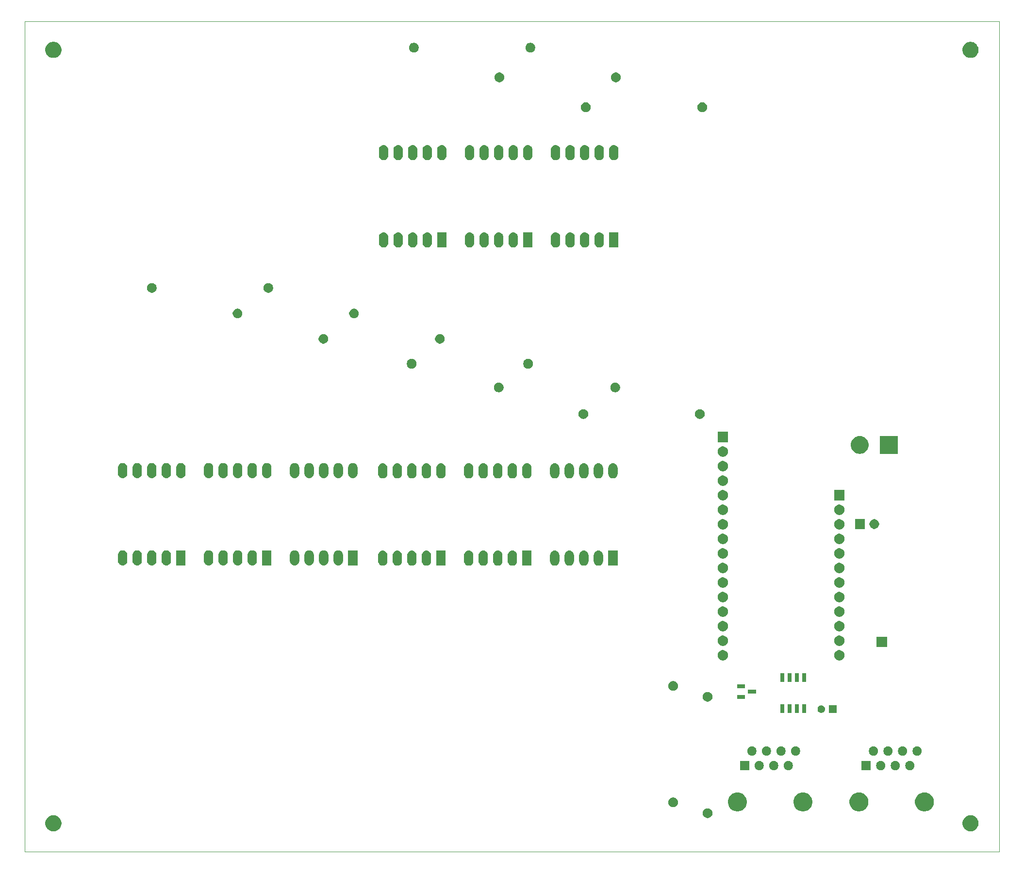
<source format=gbr>
G04 #@! TF.GenerationSoftware,KiCad,Pcbnew,5.1.5-52549c5~84~ubuntu18.04.1*
G04 #@! TF.CreationDate,2020-02-12T19:36:06-05:00*
G04 #@! TF.ProjectId,solenoid_board,736f6c65-6e6f-4696-945f-626f6172642e,rev?*
G04 #@! TF.SameCoordinates,Original*
G04 #@! TF.FileFunction,Soldermask,Top*
G04 #@! TF.FilePolarity,Negative*
%FSLAX46Y46*%
G04 Gerber Fmt 4.6, Leading zero omitted, Abs format (unit mm)*
G04 Created by KiCad (PCBNEW 5.1.5-52549c5~84~ubuntu18.04.1) date 2020-02-12 19:36:06*
%MOMM*%
%LPD*%
G04 APERTURE LIST*
G04 #@! TA.AperFunction,Profile*
%ADD10C,0.120000*%
G04 #@! TD*
%ADD11C,0.150000*%
G04 APERTURE END LIST*
D10*
X55000000Y-160000000D02*
X225000000Y-160000000D01*
X55000000Y-15000000D02*
X55000000Y-160000000D01*
X225000000Y-15000000D02*
X55000000Y-15000000D01*
X225000000Y-160000000D02*
X225000000Y-15000000D01*
D11*
G36*
X220318433Y-153634893D02*
G01*
X220408657Y-153652839D01*
X220514267Y-153696585D01*
X220663621Y-153758449D01*
X220739763Y-153809325D01*
X220893086Y-153911772D01*
X221088228Y-154106914D01*
X221190675Y-154260237D01*
X221241551Y-154336379D01*
X221347161Y-154591344D01*
X221401000Y-154862012D01*
X221401000Y-155137988D01*
X221347161Y-155408656D01*
X221241551Y-155663621D01*
X221241550Y-155663622D01*
X221088228Y-155893086D01*
X220893086Y-156088228D01*
X220739763Y-156190675D01*
X220663621Y-156241551D01*
X220514267Y-156303415D01*
X220408657Y-156347161D01*
X220318433Y-156365107D01*
X220137988Y-156401000D01*
X219862012Y-156401000D01*
X219681567Y-156365107D01*
X219591343Y-156347161D01*
X219485733Y-156303415D01*
X219336379Y-156241551D01*
X219260237Y-156190675D01*
X219106914Y-156088228D01*
X218911772Y-155893086D01*
X218758450Y-155663622D01*
X218758449Y-155663621D01*
X218652839Y-155408656D01*
X218599000Y-155137988D01*
X218599000Y-154862012D01*
X218652839Y-154591344D01*
X218758449Y-154336379D01*
X218809325Y-154260237D01*
X218911772Y-154106914D01*
X219106914Y-153911772D01*
X219260237Y-153809325D01*
X219336379Y-153758449D01*
X219485733Y-153696585D01*
X219591343Y-153652839D01*
X219681567Y-153634893D01*
X219862012Y-153599000D01*
X220137988Y-153599000D01*
X220318433Y-153634893D01*
G37*
G36*
X60318433Y-153634893D02*
G01*
X60408657Y-153652839D01*
X60514267Y-153696585D01*
X60663621Y-153758449D01*
X60739763Y-153809325D01*
X60893086Y-153911772D01*
X61088228Y-154106914D01*
X61190675Y-154260237D01*
X61241551Y-154336379D01*
X61347161Y-154591344D01*
X61401000Y-154862012D01*
X61401000Y-155137988D01*
X61347161Y-155408656D01*
X61241551Y-155663621D01*
X61241550Y-155663622D01*
X61088228Y-155893086D01*
X60893086Y-156088228D01*
X60739763Y-156190675D01*
X60663621Y-156241551D01*
X60514267Y-156303415D01*
X60408657Y-156347161D01*
X60318433Y-156365107D01*
X60137988Y-156401000D01*
X59862012Y-156401000D01*
X59681567Y-156365107D01*
X59591343Y-156347161D01*
X59485733Y-156303415D01*
X59336379Y-156241551D01*
X59260237Y-156190675D01*
X59106914Y-156088228D01*
X58911772Y-155893086D01*
X58758450Y-155663622D01*
X58758449Y-155663621D01*
X58652839Y-155408656D01*
X58599000Y-155137988D01*
X58599000Y-154862012D01*
X58652839Y-154591344D01*
X58758449Y-154336379D01*
X58809325Y-154260237D01*
X58911772Y-154106914D01*
X59106914Y-153911772D01*
X59260237Y-153809325D01*
X59336379Y-153758449D01*
X59485733Y-153696585D01*
X59591343Y-153652839D01*
X59681567Y-153634893D01*
X59862012Y-153599000D01*
X60137988Y-153599000D01*
X60318433Y-153634893D01*
G37*
G36*
X174365228Y-152419903D02*
G01*
X174520100Y-152484053D01*
X174659481Y-152577185D01*
X174778015Y-152695719D01*
X174871147Y-152835100D01*
X174935297Y-152989972D01*
X174968000Y-153154384D01*
X174968000Y-153322016D01*
X174935297Y-153486428D01*
X174871147Y-153641300D01*
X174778015Y-153780681D01*
X174659481Y-153899215D01*
X174520100Y-153992347D01*
X174365228Y-154056497D01*
X174200816Y-154089200D01*
X174033184Y-154089200D01*
X173868772Y-154056497D01*
X173713900Y-153992347D01*
X173574519Y-153899215D01*
X173455985Y-153780681D01*
X173362853Y-153641300D01*
X173298703Y-153486428D01*
X173266000Y-153322016D01*
X173266000Y-153154384D01*
X173298703Y-152989972D01*
X173362853Y-152835100D01*
X173455985Y-152695719D01*
X173574519Y-152577185D01*
X173713900Y-152484053D01*
X173868772Y-152419903D01*
X174033184Y-152387200D01*
X174200816Y-152387200D01*
X174365228Y-152419903D01*
G37*
G36*
X200908256Y-149673698D02*
G01*
X201014579Y-149694847D01*
X201315042Y-149819303D01*
X201585451Y-149999985D01*
X201815415Y-150229949D01*
X201815416Y-150229951D01*
X201996098Y-150500360D01*
X202120553Y-150800822D01*
X202182127Y-151110372D01*
X202184000Y-151119791D01*
X202184000Y-151445009D01*
X202120553Y-151763979D01*
X201996097Y-152064442D01*
X201815415Y-152334851D01*
X201585451Y-152564815D01*
X201315042Y-152745497D01*
X201014579Y-152869953D01*
X200908256Y-152891102D01*
X200695611Y-152933400D01*
X200370389Y-152933400D01*
X200157744Y-152891102D01*
X200051421Y-152869953D01*
X199750958Y-152745497D01*
X199480549Y-152564815D01*
X199250585Y-152334851D01*
X199069903Y-152064442D01*
X198945447Y-151763979D01*
X198882000Y-151445009D01*
X198882000Y-151119791D01*
X198883874Y-151110372D01*
X198945447Y-150800822D01*
X199069902Y-150500360D01*
X199250584Y-150229951D01*
X199250585Y-150229949D01*
X199480549Y-149999985D01*
X199750958Y-149819303D01*
X200051421Y-149694847D01*
X200157744Y-149673698D01*
X200370389Y-149631400D01*
X200695611Y-149631400D01*
X200908256Y-149673698D01*
G37*
G36*
X179699256Y-149673698D02*
G01*
X179805579Y-149694847D01*
X180106042Y-149819303D01*
X180376451Y-149999985D01*
X180606415Y-150229949D01*
X180606416Y-150229951D01*
X180787098Y-150500360D01*
X180911553Y-150800822D01*
X180973127Y-151110372D01*
X180975000Y-151119791D01*
X180975000Y-151445009D01*
X180911553Y-151763979D01*
X180787097Y-152064442D01*
X180606415Y-152334851D01*
X180376451Y-152564815D01*
X180106042Y-152745497D01*
X179805579Y-152869953D01*
X179699256Y-152891102D01*
X179486611Y-152933400D01*
X179161389Y-152933400D01*
X178948744Y-152891102D01*
X178842421Y-152869953D01*
X178541958Y-152745497D01*
X178271549Y-152564815D01*
X178041585Y-152334851D01*
X177860903Y-152064442D01*
X177736447Y-151763979D01*
X177673000Y-151445009D01*
X177673000Y-151119791D01*
X177674874Y-151110372D01*
X177736447Y-150800822D01*
X177860902Y-150500360D01*
X178041584Y-150229951D01*
X178041585Y-150229949D01*
X178271549Y-149999985D01*
X178541958Y-149819303D01*
X178842421Y-149694847D01*
X178948744Y-149673698D01*
X179161389Y-149631400D01*
X179486611Y-149631400D01*
X179699256Y-149673698D01*
G37*
G36*
X212338256Y-149673698D02*
G01*
X212444579Y-149694847D01*
X212745042Y-149819303D01*
X213015451Y-149999985D01*
X213245415Y-150229949D01*
X213245416Y-150229951D01*
X213426098Y-150500360D01*
X213550553Y-150800822D01*
X213612127Y-151110372D01*
X213614000Y-151119791D01*
X213614000Y-151445009D01*
X213550553Y-151763979D01*
X213426097Y-152064442D01*
X213245415Y-152334851D01*
X213015451Y-152564815D01*
X212745042Y-152745497D01*
X212444579Y-152869953D01*
X212338256Y-152891102D01*
X212125611Y-152933400D01*
X211800389Y-152933400D01*
X211587744Y-152891102D01*
X211481421Y-152869953D01*
X211180958Y-152745497D01*
X210910549Y-152564815D01*
X210680585Y-152334851D01*
X210499903Y-152064442D01*
X210375447Y-151763979D01*
X210312000Y-151445009D01*
X210312000Y-151119791D01*
X210313874Y-151110372D01*
X210375447Y-150800822D01*
X210499902Y-150500360D01*
X210680584Y-150229951D01*
X210680585Y-150229949D01*
X210910549Y-149999985D01*
X211180958Y-149819303D01*
X211481421Y-149694847D01*
X211587744Y-149673698D01*
X211800389Y-149631400D01*
X212125611Y-149631400D01*
X212338256Y-149673698D01*
G37*
G36*
X191129256Y-149673698D02*
G01*
X191235579Y-149694847D01*
X191536042Y-149819303D01*
X191806451Y-149999985D01*
X192036415Y-150229949D01*
X192036416Y-150229951D01*
X192217098Y-150500360D01*
X192341553Y-150800822D01*
X192403127Y-151110372D01*
X192405000Y-151119791D01*
X192405000Y-151445009D01*
X192341553Y-151763979D01*
X192217097Y-152064442D01*
X192036415Y-152334851D01*
X191806451Y-152564815D01*
X191536042Y-152745497D01*
X191235579Y-152869953D01*
X191129256Y-152891102D01*
X190916611Y-152933400D01*
X190591389Y-152933400D01*
X190378744Y-152891102D01*
X190272421Y-152869953D01*
X189971958Y-152745497D01*
X189701549Y-152564815D01*
X189471585Y-152334851D01*
X189290903Y-152064442D01*
X189166447Y-151763979D01*
X189103000Y-151445009D01*
X189103000Y-151119791D01*
X189104874Y-151110372D01*
X189166447Y-150800822D01*
X189290902Y-150500360D01*
X189471584Y-150229951D01*
X189471585Y-150229949D01*
X189701549Y-149999985D01*
X189971958Y-149819303D01*
X190272421Y-149694847D01*
X190378744Y-149673698D01*
X190591389Y-149631400D01*
X190916611Y-149631400D01*
X191129256Y-149673698D01*
G37*
G36*
X168370828Y-150540303D02*
G01*
X168525700Y-150604453D01*
X168665081Y-150697585D01*
X168783615Y-150816119D01*
X168876747Y-150955500D01*
X168940897Y-151110372D01*
X168973600Y-151274784D01*
X168973600Y-151442416D01*
X168940897Y-151606828D01*
X168876747Y-151761700D01*
X168783615Y-151901081D01*
X168665081Y-152019615D01*
X168525700Y-152112747D01*
X168370828Y-152176897D01*
X168206416Y-152209600D01*
X168038784Y-152209600D01*
X167874372Y-152176897D01*
X167719500Y-152112747D01*
X167580119Y-152019615D01*
X167461585Y-151901081D01*
X167368453Y-151761700D01*
X167304303Y-151606828D01*
X167271600Y-151442416D01*
X167271600Y-151274784D01*
X167304303Y-151110372D01*
X167368453Y-150955500D01*
X167461585Y-150816119D01*
X167580119Y-150697585D01*
X167719500Y-150604453D01*
X167874372Y-150540303D01*
X168038784Y-150507600D01*
X168206416Y-150507600D01*
X168370828Y-150540303D01*
G37*
G36*
X183367642Y-144162181D02*
G01*
X183513414Y-144222562D01*
X183513416Y-144222563D01*
X183644608Y-144310222D01*
X183756178Y-144421792D01*
X183843837Y-144552984D01*
X183843838Y-144552986D01*
X183904219Y-144698758D01*
X183935000Y-144853507D01*
X183935000Y-145011293D01*
X183904219Y-145166042D01*
X183843838Y-145311814D01*
X183843837Y-145311816D01*
X183756178Y-145443008D01*
X183644608Y-145554578D01*
X183513416Y-145642237D01*
X183513415Y-145642238D01*
X183513414Y-145642238D01*
X183367642Y-145702619D01*
X183212893Y-145733400D01*
X183055107Y-145733400D01*
X182900358Y-145702619D01*
X182754586Y-145642238D01*
X182754585Y-145642238D01*
X182754584Y-145642237D01*
X182623392Y-145554578D01*
X182511822Y-145443008D01*
X182424163Y-145311816D01*
X182424162Y-145311814D01*
X182363781Y-145166042D01*
X182333000Y-145011293D01*
X182333000Y-144853507D01*
X182363781Y-144698758D01*
X182424162Y-144552986D01*
X182424163Y-144552984D01*
X182511822Y-144421792D01*
X182623392Y-144310222D01*
X182754584Y-144222563D01*
X182754586Y-144222562D01*
X182900358Y-144162181D01*
X183055107Y-144131400D01*
X183212893Y-144131400D01*
X183367642Y-144162181D01*
G37*
G36*
X202604000Y-145733400D02*
G01*
X201002000Y-145733400D01*
X201002000Y-144131400D01*
X202604000Y-144131400D01*
X202604000Y-145733400D01*
G37*
G36*
X209656642Y-144162181D02*
G01*
X209802414Y-144222562D01*
X209802416Y-144222563D01*
X209933608Y-144310222D01*
X210045178Y-144421792D01*
X210132837Y-144552984D01*
X210132838Y-144552986D01*
X210193219Y-144698758D01*
X210224000Y-144853507D01*
X210224000Y-145011293D01*
X210193219Y-145166042D01*
X210132838Y-145311814D01*
X210132837Y-145311816D01*
X210045178Y-145443008D01*
X209933608Y-145554578D01*
X209802416Y-145642237D01*
X209802415Y-145642238D01*
X209802414Y-145642238D01*
X209656642Y-145702619D01*
X209501893Y-145733400D01*
X209344107Y-145733400D01*
X209189358Y-145702619D01*
X209043586Y-145642238D01*
X209043585Y-145642238D01*
X209043584Y-145642237D01*
X208912392Y-145554578D01*
X208800822Y-145443008D01*
X208713163Y-145311816D01*
X208713162Y-145311814D01*
X208652781Y-145166042D01*
X208622000Y-145011293D01*
X208622000Y-144853507D01*
X208652781Y-144698758D01*
X208713162Y-144552986D01*
X208713163Y-144552984D01*
X208800822Y-144421792D01*
X208912392Y-144310222D01*
X209043584Y-144222563D01*
X209043586Y-144222562D01*
X209189358Y-144162181D01*
X209344107Y-144131400D01*
X209501893Y-144131400D01*
X209656642Y-144162181D01*
G37*
G36*
X188447642Y-144162181D02*
G01*
X188593414Y-144222562D01*
X188593416Y-144222563D01*
X188724608Y-144310222D01*
X188836178Y-144421792D01*
X188923837Y-144552984D01*
X188923838Y-144552986D01*
X188984219Y-144698758D01*
X189015000Y-144853507D01*
X189015000Y-145011293D01*
X188984219Y-145166042D01*
X188923838Y-145311814D01*
X188923837Y-145311816D01*
X188836178Y-145443008D01*
X188724608Y-145554578D01*
X188593416Y-145642237D01*
X188593415Y-145642238D01*
X188593414Y-145642238D01*
X188447642Y-145702619D01*
X188292893Y-145733400D01*
X188135107Y-145733400D01*
X187980358Y-145702619D01*
X187834586Y-145642238D01*
X187834585Y-145642238D01*
X187834584Y-145642237D01*
X187703392Y-145554578D01*
X187591822Y-145443008D01*
X187504163Y-145311816D01*
X187504162Y-145311814D01*
X187443781Y-145166042D01*
X187413000Y-145011293D01*
X187413000Y-144853507D01*
X187443781Y-144698758D01*
X187504162Y-144552986D01*
X187504163Y-144552984D01*
X187591822Y-144421792D01*
X187703392Y-144310222D01*
X187834584Y-144222563D01*
X187834586Y-144222562D01*
X187980358Y-144162181D01*
X188135107Y-144131400D01*
X188292893Y-144131400D01*
X188447642Y-144162181D01*
G37*
G36*
X185907642Y-144162181D02*
G01*
X186053414Y-144222562D01*
X186053416Y-144222563D01*
X186184608Y-144310222D01*
X186296178Y-144421792D01*
X186383837Y-144552984D01*
X186383838Y-144552986D01*
X186444219Y-144698758D01*
X186475000Y-144853507D01*
X186475000Y-145011293D01*
X186444219Y-145166042D01*
X186383838Y-145311814D01*
X186383837Y-145311816D01*
X186296178Y-145443008D01*
X186184608Y-145554578D01*
X186053416Y-145642237D01*
X186053415Y-145642238D01*
X186053414Y-145642238D01*
X185907642Y-145702619D01*
X185752893Y-145733400D01*
X185595107Y-145733400D01*
X185440358Y-145702619D01*
X185294586Y-145642238D01*
X185294585Y-145642238D01*
X185294584Y-145642237D01*
X185163392Y-145554578D01*
X185051822Y-145443008D01*
X184964163Y-145311816D01*
X184964162Y-145311814D01*
X184903781Y-145166042D01*
X184873000Y-145011293D01*
X184873000Y-144853507D01*
X184903781Y-144698758D01*
X184964162Y-144552986D01*
X184964163Y-144552984D01*
X185051822Y-144421792D01*
X185163392Y-144310222D01*
X185294584Y-144222563D01*
X185294586Y-144222562D01*
X185440358Y-144162181D01*
X185595107Y-144131400D01*
X185752893Y-144131400D01*
X185907642Y-144162181D01*
G37*
G36*
X181395000Y-145733400D02*
G01*
X179793000Y-145733400D01*
X179793000Y-144131400D01*
X181395000Y-144131400D01*
X181395000Y-145733400D01*
G37*
G36*
X204576642Y-144162181D02*
G01*
X204722414Y-144222562D01*
X204722416Y-144222563D01*
X204853608Y-144310222D01*
X204965178Y-144421792D01*
X205052837Y-144552984D01*
X205052838Y-144552986D01*
X205113219Y-144698758D01*
X205144000Y-144853507D01*
X205144000Y-145011293D01*
X205113219Y-145166042D01*
X205052838Y-145311814D01*
X205052837Y-145311816D01*
X204965178Y-145443008D01*
X204853608Y-145554578D01*
X204722416Y-145642237D01*
X204722415Y-145642238D01*
X204722414Y-145642238D01*
X204576642Y-145702619D01*
X204421893Y-145733400D01*
X204264107Y-145733400D01*
X204109358Y-145702619D01*
X203963586Y-145642238D01*
X203963585Y-145642238D01*
X203963584Y-145642237D01*
X203832392Y-145554578D01*
X203720822Y-145443008D01*
X203633163Y-145311816D01*
X203633162Y-145311814D01*
X203572781Y-145166042D01*
X203542000Y-145011293D01*
X203542000Y-144853507D01*
X203572781Y-144698758D01*
X203633162Y-144552986D01*
X203633163Y-144552984D01*
X203720822Y-144421792D01*
X203832392Y-144310222D01*
X203963584Y-144222563D01*
X203963586Y-144222562D01*
X204109358Y-144162181D01*
X204264107Y-144131400D01*
X204421893Y-144131400D01*
X204576642Y-144162181D01*
G37*
G36*
X207116642Y-144162181D02*
G01*
X207262414Y-144222562D01*
X207262416Y-144222563D01*
X207393608Y-144310222D01*
X207505178Y-144421792D01*
X207592837Y-144552984D01*
X207592838Y-144552986D01*
X207653219Y-144698758D01*
X207684000Y-144853507D01*
X207684000Y-145011293D01*
X207653219Y-145166042D01*
X207592838Y-145311814D01*
X207592837Y-145311816D01*
X207505178Y-145443008D01*
X207393608Y-145554578D01*
X207262416Y-145642237D01*
X207262415Y-145642238D01*
X207262414Y-145642238D01*
X207116642Y-145702619D01*
X206961893Y-145733400D01*
X206804107Y-145733400D01*
X206649358Y-145702619D01*
X206503586Y-145642238D01*
X206503585Y-145642238D01*
X206503584Y-145642237D01*
X206372392Y-145554578D01*
X206260822Y-145443008D01*
X206173163Y-145311816D01*
X206173162Y-145311814D01*
X206112781Y-145166042D01*
X206082000Y-145011293D01*
X206082000Y-144853507D01*
X206112781Y-144698758D01*
X206173162Y-144552986D01*
X206173163Y-144552984D01*
X206260822Y-144421792D01*
X206372392Y-144310222D01*
X206503584Y-144222563D01*
X206503586Y-144222562D01*
X206649358Y-144162181D01*
X206804107Y-144131400D01*
X206961893Y-144131400D01*
X207116642Y-144162181D01*
G37*
G36*
X182097642Y-141622181D02*
G01*
X182243414Y-141682562D01*
X182243416Y-141682563D01*
X182374608Y-141770222D01*
X182486178Y-141881792D01*
X182573837Y-142012984D01*
X182573838Y-142012986D01*
X182634219Y-142158758D01*
X182665000Y-142313507D01*
X182665000Y-142471293D01*
X182634219Y-142626042D01*
X182573838Y-142771814D01*
X182573837Y-142771816D01*
X182486178Y-142903008D01*
X182374608Y-143014578D01*
X182243416Y-143102237D01*
X182243415Y-143102238D01*
X182243414Y-143102238D01*
X182097642Y-143162619D01*
X181942893Y-143193400D01*
X181785107Y-143193400D01*
X181630358Y-143162619D01*
X181484586Y-143102238D01*
X181484585Y-143102238D01*
X181484584Y-143102237D01*
X181353392Y-143014578D01*
X181241822Y-142903008D01*
X181154163Y-142771816D01*
X181154162Y-142771814D01*
X181093781Y-142626042D01*
X181063000Y-142471293D01*
X181063000Y-142313507D01*
X181093781Y-142158758D01*
X181154162Y-142012986D01*
X181154163Y-142012984D01*
X181241822Y-141881792D01*
X181353392Y-141770222D01*
X181484584Y-141682563D01*
X181484586Y-141682562D01*
X181630358Y-141622181D01*
X181785107Y-141591400D01*
X181942893Y-141591400D01*
X182097642Y-141622181D01*
G37*
G36*
X205846642Y-141622181D02*
G01*
X205992414Y-141682562D01*
X205992416Y-141682563D01*
X206123608Y-141770222D01*
X206235178Y-141881792D01*
X206322837Y-142012984D01*
X206322838Y-142012986D01*
X206383219Y-142158758D01*
X206414000Y-142313507D01*
X206414000Y-142471293D01*
X206383219Y-142626042D01*
X206322838Y-142771814D01*
X206322837Y-142771816D01*
X206235178Y-142903008D01*
X206123608Y-143014578D01*
X205992416Y-143102237D01*
X205992415Y-143102238D01*
X205992414Y-143102238D01*
X205846642Y-143162619D01*
X205691893Y-143193400D01*
X205534107Y-143193400D01*
X205379358Y-143162619D01*
X205233586Y-143102238D01*
X205233585Y-143102238D01*
X205233584Y-143102237D01*
X205102392Y-143014578D01*
X204990822Y-142903008D01*
X204903163Y-142771816D01*
X204903162Y-142771814D01*
X204842781Y-142626042D01*
X204812000Y-142471293D01*
X204812000Y-142313507D01*
X204842781Y-142158758D01*
X204903162Y-142012986D01*
X204903163Y-142012984D01*
X204990822Y-141881792D01*
X205102392Y-141770222D01*
X205233584Y-141682563D01*
X205233586Y-141682562D01*
X205379358Y-141622181D01*
X205534107Y-141591400D01*
X205691893Y-141591400D01*
X205846642Y-141622181D01*
G37*
G36*
X208386642Y-141622181D02*
G01*
X208532414Y-141682562D01*
X208532416Y-141682563D01*
X208663608Y-141770222D01*
X208775178Y-141881792D01*
X208862837Y-142012984D01*
X208862838Y-142012986D01*
X208923219Y-142158758D01*
X208954000Y-142313507D01*
X208954000Y-142471293D01*
X208923219Y-142626042D01*
X208862838Y-142771814D01*
X208862837Y-142771816D01*
X208775178Y-142903008D01*
X208663608Y-143014578D01*
X208532416Y-143102237D01*
X208532415Y-143102238D01*
X208532414Y-143102238D01*
X208386642Y-143162619D01*
X208231893Y-143193400D01*
X208074107Y-143193400D01*
X207919358Y-143162619D01*
X207773586Y-143102238D01*
X207773585Y-143102238D01*
X207773584Y-143102237D01*
X207642392Y-143014578D01*
X207530822Y-142903008D01*
X207443163Y-142771816D01*
X207443162Y-142771814D01*
X207382781Y-142626042D01*
X207352000Y-142471293D01*
X207352000Y-142313507D01*
X207382781Y-142158758D01*
X207443162Y-142012986D01*
X207443163Y-142012984D01*
X207530822Y-141881792D01*
X207642392Y-141770222D01*
X207773584Y-141682563D01*
X207773586Y-141682562D01*
X207919358Y-141622181D01*
X208074107Y-141591400D01*
X208231893Y-141591400D01*
X208386642Y-141622181D01*
G37*
G36*
X189717642Y-141622181D02*
G01*
X189863414Y-141682562D01*
X189863416Y-141682563D01*
X189994608Y-141770222D01*
X190106178Y-141881792D01*
X190193837Y-142012984D01*
X190193838Y-142012986D01*
X190254219Y-142158758D01*
X190285000Y-142313507D01*
X190285000Y-142471293D01*
X190254219Y-142626042D01*
X190193838Y-142771814D01*
X190193837Y-142771816D01*
X190106178Y-142903008D01*
X189994608Y-143014578D01*
X189863416Y-143102237D01*
X189863415Y-143102238D01*
X189863414Y-143102238D01*
X189717642Y-143162619D01*
X189562893Y-143193400D01*
X189405107Y-143193400D01*
X189250358Y-143162619D01*
X189104586Y-143102238D01*
X189104585Y-143102238D01*
X189104584Y-143102237D01*
X188973392Y-143014578D01*
X188861822Y-142903008D01*
X188774163Y-142771816D01*
X188774162Y-142771814D01*
X188713781Y-142626042D01*
X188683000Y-142471293D01*
X188683000Y-142313507D01*
X188713781Y-142158758D01*
X188774162Y-142012986D01*
X188774163Y-142012984D01*
X188861822Y-141881792D01*
X188973392Y-141770222D01*
X189104584Y-141682563D01*
X189104586Y-141682562D01*
X189250358Y-141622181D01*
X189405107Y-141591400D01*
X189562893Y-141591400D01*
X189717642Y-141622181D01*
G37*
G36*
X210926642Y-141622181D02*
G01*
X211072414Y-141682562D01*
X211072416Y-141682563D01*
X211203608Y-141770222D01*
X211315178Y-141881792D01*
X211402837Y-142012984D01*
X211402838Y-142012986D01*
X211463219Y-142158758D01*
X211494000Y-142313507D01*
X211494000Y-142471293D01*
X211463219Y-142626042D01*
X211402838Y-142771814D01*
X211402837Y-142771816D01*
X211315178Y-142903008D01*
X211203608Y-143014578D01*
X211072416Y-143102237D01*
X211072415Y-143102238D01*
X211072414Y-143102238D01*
X210926642Y-143162619D01*
X210771893Y-143193400D01*
X210614107Y-143193400D01*
X210459358Y-143162619D01*
X210313586Y-143102238D01*
X210313585Y-143102238D01*
X210313584Y-143102237D01*
X210182392Y-143014578D01*
X210070822Y-142903008D01*
X209983163Y-142771816D01*
X209983162Y-142771814D01*
X209922781Y-142626042D01*
X209892000Y-142471293D01*
X209892000Y-142313507D01*
X209922781Y-142158758D01*
X209983162Y-142012986D01*
X209983163Y-142012984D01*
X210070822Y-141881792D01*
X210182392Y-141770222D01*
X210313584Y-141682563D01*
X210313586Y-141682562D01*
X210459358Y-141622181D01*
X210614107Y-141591400D01*
X210771893Y-141591400D01*
X210926642Y-141622181D01*
G37*
G36*
X187177642Y-141622181D02*
G01*
X187323414Y-141682562D01*
X187323416Y-141682563D01*
X187454608Y-141770222D01*
X187566178Y-141881792D01*
X187653837Y-142012984D01*
X187653838Y-142012986D01*
X187714219Y-142158758D01*
X187745000Y-142313507D01*
X187745000Y-142471293D01*
X187714219Y-142626042D01*
X187653838Y-142771814D01*
X187653837Y-142771816D01*
X187566178Y-142903008D01*
X187454608Y-143014578D01*
X187323416Y-143102237D01*
X187323415Y-143102238D01*
X187323414Y-143102238D01*
X187177642Y-143162619D01*
X187022893Y-143193400D01*
X186865107Y-143193400D01*
X186710358Y-143162619D01*
X186564586Y-143102238D01*
X186564585Y-143102238D01*
X186564584Y-143102237D01*
X186433392Y-143014578D01*
X186321822Y-142903008D01*
X186234163Y-142771816D01*
X186234162Y-142771814D01*
X186173781Y-142626042D01*
X186143000Y-142471293D01*
X186143000Y-142313507D01*
X186173781Y-142158758D01*
X186234162Y-142012986D01*
X186234163Y-142012984D01*
X186321822Y-141881792D01*
X186433392Y-141770222D01*
X186564584Y-141682563D01*
X186564586Y-141682562D01*
X186710358Y-141622181D01*
X186865107Y-141591400D01*
X187022893Y-141591400D01*
X187177642Y-141622181D01*
G37*
G36*
X184637642Y-141622181D02*
G01*
X184783414Y-141682562D01*
X184783416Y-141682563D01*
X184914608Y-141770222D01*
X185026178Y-141881792D01*
X185113837Y-142012984D01*
X185113838Y-142012986D01*
X185174219Y-142158758D01*
X185205000Y-142313507D01*
X185205000Y-142471293D01*
X185174219Y-142626042D01*
X185113838Y-142771814D01*
X185113837Y-142771816D01*
X185026178Y-142903008D01*
X184914608Y-143014578D01*
X184783416Y-143102237D01*
X184783415Y-143102238D01*
X184783414Y-143102238D01*
X184637642Y-143162619D01*
X184482893Y-143193400D01*
X184325107Y-143193400D01*
X184170358Y-143162619D01*
X184024586Y-143102238D01*
X184024585Y-143102238D01*
X184024584Y-143102237D01*
X183893392Y-143014578D01*
X183781822Y-142903008D01*
X183694163Y-142771816D01*
X183694162Y-142771814D01*
X183633781Y-142626042D01*
X183603000Y-142471293D01*
X183603000Y-142313507D01*
X183633781Y-142158758D01*
X183694162Y-142012986D01*
X183694163Y-142012984D01*
X183781822Y-141881792D01*
X183893392Y-141770222D01*
X184024584Y-141682563D01*
X184024586Y-141682562D01*
X184170358Y-141622181D01*
X184325107Y-141591400D01*
X184482893Y-141591400D01*
X184637642Y-141622181D01*
G37*
G36*
X203306642Y-141622181D02*
G01*
X203452414Y-141682562D01*
X203452416Y-141682563D01*
X203583608Y-141770222D01*
X203695178Y-141881792D01*
X203782837Y-142012984D01*
X203782838Y-142012986D01*
X203843219Y-142158758D01*
X203874000Y-142313507D01*
X203874000Y-142471293D01*
X203843219Y-142626042D01*
X203782838Y-142771814D01*
X203782837Y-142771816D01*
X203695178Y-142903008D01*
X203583608Y-143014578D01*
X203452416Y-143102237D01*
X203452415Y-143102238D01*
X203452414Y-143102238D01*
X203306642Y-143162619D01*
X203151893Y-143193400D01*
X202994107Y-143193400D01*
X202839358Y-143162619D01*
X202693586Y-143102238D01*
X202693585Y-143102238D01*
X202693584Y-143102237D01*
X202562392Y-143014578D01*
X202450822Y-142903008D01*
X202363163Y-142771816D01*
X202363162Y-142771814D01*
X202302781Y-142626042D01*
X202272000Y-142471293D01*
X202272000Y-142313507D01*
X202302781Y-142158758D01*
X202363162Y-142012986D01*
X202363163Y-142012984D01*
X202450822Y-141881792D01*
X202562392Y-141770222D01*
X202693584Y-141682563D01*
X202693586Y-141682562D01*
X202839358Y-141622181D01*
X202994107Y-141591400D01*
X203151893Y-141591400D01*
X203306642Y-141622181D01*
G37*
G36*
X191343000Y-135782997D02*
G01*
X190673000Y-135782997D01*
X190673000Y-134226099D01*
X191343000Y-134226099D01*
X191343000Y-135782997D01*
G37*
G36*
X190073000Y-135782997D02*
G01*
X189403000Y-135782997D01*
X189403000Y-134226099D01*
X190073000Y-134226099D01*
X190073000Y-135782997D01*
G37*
G36*
X187533000Y-135782997D02*
G01*
X186863000Y-135782997D01*
X186863000Y-134226099D01*
X187533000Y-134226099D01*
X187533000Y-135782997D01*
G37*
G36*
X188803000Y-135782997D02*
G01*
X188133000Y-135782997D01*
X188133000Y-134226099D01*
X188803000Y-134226099D01*
X188803000Y-135782997D01*
G37*
G36*
X194150890Y-134451217D02*
G01*
X194269364Y-134500291D01*
X194375988Y-134571535D01*
X194466665Y-134662212D01*
X194537909Y-134768836D01*
X194586983Y-134887310D01*
X194612000Y-135013082D01*
X194612000Y-135141318D01*
X194586983Y-135267090D01*
X194537909Y-135385564D01*
X194466665Y-135492188D01*
X194375988Y-135582865D01*
X194269364Y-135654109D01*
X194269363Y-135654110D01*
X194269362Y-135654110D01*
X194150890Y-135703183D01*
X194025119Y-135728200D01*
X193896881Y-135728200D01*
X193771110Y-135703183D01*
X193652638Y-135654110D01*
X193652637Y-135654110D01*
X193652636Y-135654109D01*
X193546012Y-135582865D01*
X193455335Y-135492188D01*
X193384091Y-135385564D01*
X193335017Y-135267090D01*
X193310000Y-135141318D01*
X193310000Y-135013082D01*
X193335017Y-134887310D01*
X193384091Y-134768836D01*
X193455335Y-134662212D01*
X193546012Y-134571535D01*
X193652636Y-134500291D01*
X193771110Y-134451217D01*
X193896881Y-134426200D01*
X194025119Y-134426200D01*
X194150890Y-134451217D01*
G37*
G36*
X196612000Y-135728200D02*
G01*
X195310000Y-135728200D01*
X195310000Y-134426200D01*
X196612000Y-134426200D01*
X196612000Y-135728200D01*
G37*
G36*
X174365228Y-132099903D02*
G01*
X174520100Y-132164053D01*
X174659481Y-132257185D01*
X174778015Y-132375719D01*
X174871147Y-132515100D01*
X174935297Y-132669972D01*
X174968000Y-132834384D01*
X174968000Y-133002016D01*
X174935297Y-133166428D01*
X174871147Y-133321300D01*
X174778015Y-133460681D01*
X174659481Y-133579215D01*
X174520100Y-133672347D01*
X174365228Y-133736497D01*
X174200816Y-133769200D01*
X174033184Y-133769200D01*
X173868772Y-133736497D01*
X173713900Y-133672347D01*
X173574519Y-133579215D01*
X173455985Y-133460681D01*
X173362853Y-133321300D01*
X173298703Y-133166428D01*
X173266000Y-133002016D01*
X173266000Y-132834384D01*
X173298703Y-132669972D01*
X173362853Y-132515100D01*
X173455985Y-132375719D01*
X173574519Y-132257185D01*
X173713900Y-132164053D01*
X173868772Y-132099903D01*
X174033184Y-132067200D01*
X174200816Y-132067200D01*
X174365228Y-132099903D01*
G37*
G36*
X180670400Y-133309601D02*
G01*
X179273000Y-133309601D01*
X179273000Y-132648801D01*
X180670400Y-132648801D01*
X180670400Y-133309601D01*
G37*
G36*
X182575400Y-132359600D02*
G01*
X181178000Y-132359600D01*
X181178000Y-131698800D01*
X182575400Y-131698800D01*
X182575400Y-132359600D01*
G37*
G36*
X168370828Y-130220303D02*
G01*
X168525700Y-130284453D01*
X168665081Y-130377585D01*
X168783615Y-130496119D01*
X168876747Y-130635500D01*
X168940897Y-130790372D01*
X168973600Y-130954784D01*
X168973600Y-131122416D01*
X168940897Y-131286828D01*
X168876747Y-131441700D01*
X168783615Y-131581081D01*
X168665081Y-131699615D01*
X168525700Y-131792747D01*
X168370828Y-131856897D01*
X168206416Y-131889600D01*
X168038784Y-131889600D01*
X167874372Y-131856897D01*
X167719500Y-131792747D01*
X167580119Y-131699615D01*
X167461585Y-131581081D01*
X167368453Y-131441700D01*
X167304303Y-131286828D01*
X167271600Y-131122416D01*
X167271600Y-130954784D01*
X167304303Y-130790372D01*
X167368453Y-130635500D01*
X167461585Y-130496119D01*
X167580119Y-130377585D01*
X167719500Y-130284453D01*
X167874372Y-130220303D01*
X168038784Y-130187600D01*
X168206416Y-130187600D01*
X168370828Y-130220303D01*
G37*
G36*
X180670400Y-131409599D02*
G01*
X179273000Y-131409599D01*
X179273000Y-130748799D01*
X180670400Y-130748799D01*
X180670400Y-131409599D01*
G37*
G36*
X187533000Y-130340301D02*
G01*
X186863000Y-130340301D01*
X186863000Y-128783403D01*
X187533000Y-128783403D01*
X187533000Y-130340301D01*
G37*
G36*
X191343000Y-130340301D02*
G01*
X190673000Y-130340301D01*
X190673000Y-128783403D01*
X191343000Y-128783403D01*
X191343000Y-130340301D01*
G37*
G36*
X190073000Y-130340301D02*
G01*
X189403000Y-130340301D01*
X189403000Y-128783403D01*
X190073000Y-128783403D01*
X190073000Y-130340301D01*
G37*
G36*
X188803000Y-130340301D02*
G01*
X188133000Y-130340301D01*
X188133000Y-128783403D01*
X188803000Y-128783403D01*
X188803000Y-130340301D01*
G37*
G36*
X197217512Y-124783127D02*
G01*
X197366812Y-124812824D01*
X197530784Y-124880744D01*
X197678354Y-124979347D01*
X197803853Y-125104846D01*
X197902456Y-125252416D01*
X197970376Y-125416388D01*
X198005000Y-125590459D01*
X198005000Y-125767941D01*
X197970376Y-125942012D01*
X197902456Y-126105984D01*
X197803853Y-126253554D01*
X197678354Y-126379053D01*
X197530784Y-126477656D01*
X197366812Y-126545576D01*
X197217512Y-126575273D01*
X197192742Y-126580200D01*
X197015258Y-126580200D01*
X196990488Y-126575273D01*
X196841188Y-126545576D01*
X196677216Y-126477656D01*
X196529646Y-126379053D01*
X196404147Y-126253554D01*
X196305544Y-126105984D01*
X196237624Y-125942012D01*
X196203000Y-125767941D01*
X196203000Y-125590459D01*
X196237624Y-125416388D01*
X196305544Y-125252416D01*
X196404147Y-125104846D01*
X196529646Y-124979347D01*
X196677216Y-124880744D01*
X196841188Y-124812824D01*
X196990488Y-124783127D01*
X197015258Y-124778200D01*
X197192742Y-124778200D01*
X197217512Y-124783127D01*
G37*
G36*
X176897512Y-124783127D02*
G01*
X177046812Y-124812824D01*
X177210784Y-124880744D01*
X177358354Y-124979347D01*
X177483853Y-125104846D01*
X177582456Y-125252416D01*
X177650376Y-125416388D01*
X177685000Y-125590459D01*
X177685000Y-125767941D01*
X177650376Y-125942012D01*
X177582456Y-126105984D01*
X177483853Y-126253554D01*
X177358354Y-126379053D01*
X177210784Y-126477656D01*
X177046812Y-126545576D01*
X176897512Y-126575273D01*
X176872742Y-126580200D01*
X176695258Y-126580200D01*
X176670488Y-126575273D01*
X176521188Y-126545576D01*
X176357216Y-126477656D01*
X176209646Y-126379053D01*
X176084147Y-126253554D01*
X175985544Y-126105984D01*
X175917624Y-125942012D01*
X175883000Y-125767941D01*
X175883000Y-125590459D01*
X175917624Y-125416388D01*
X175985544Y-125252416D01*
X176084147Y-125104846D01*
X176209646Y-124979347D01*
X176357216Y-124880744D01*
X176521188Y-124812824D01*
X176670488Y-124783127D01*
X176695258Y-124778200D01*
X176872742Y-124778200D01*
X176897512Y-124783127D01*
G37*
G36*
X205421800Y-124218000D02*
G01*
X203619800Y-124218000D01*
X203619800Y-122416000D01*
X205421800Y-122416000D01*
X205421800Y-124218000D01*
G37*
G36*
X197217512Y-122243127D02*
G01*
X197366812Y-122272824D01*
X197530784Y-122340744D01*
X197678354Y-122439347D01*
X197803853Y-122564846D01*
X197902456Y-122712416D01*
X197970376Y-122876388D01*
X198005000Y-123050459D01*
X198005000Y-123227941D01*
X197970376Y-123402012D01*
X197902456Y-123565984D01*
X197803853Y-123713554D01*
X197678354Y-123839053D01*
X197530784Y-123937656D01*
X197366812Y-124005576D01*
X197217512Y-124035273D01*
X197192742Y-124040200D01*
X197015258Y-124040200D01*
X196990488Y-124035273D01*
X196841188Y-124005576D01*
X196677216Y-123937656D01*
X196529646Y-123839053D01*
X196404147Y-123713554D01*
X196305544Y-123565984D01*
X196237624Y-123402012D01*
X196203000Y-123227941D01*
X196203000Y-123050459D01*
X196237624Y-122876388D01*
X196305544Y-122712416D01*
X196404147Y-122564846D01*
X196529646Y-122439347D01*
X196677216Y-122340744D01*
X196841188Y-122272824D01*
X196990488Y-122243127D01*
X197015258Y-122238200D01*
X197192742Y-122238200D01*
X197217512Y-122243127D01*
G37*
G36*
X176897512Y-122243127D02*
G01*
X177046812Y-122272824D01*
X177210784Y-122340744D01*
X177358354Y-122439347D01*
X177483853Y-122564846D01*
X177582456Y-122712416D01*
X177650376Y-122876388D01*
X177685000Y-123050459D01*
X177685000Y-123227941D01*
X177650376Y-123402012D01*
X177582456Y-123565984D01*
X177483853Y-123713554D01*
X177358354Y-123839053D01*
X177210784Y-123937656D01*
X177046812Y-124005576D01*
X176897512Y-124035273D01*
X176872742Y-124040200D01*
X176695258Y-124040200D01*
X176670488Y-124035273D01*
X176521188Y-124005576D01*
X176357216Y-123937656D01*
X176209646Y-123839053D01*
X176084147Y-123713554D01*
X175985544Y-123565984D01*
X175917624Y-123402012D01*
X175883000Y-123227941D01*
X175883000Y-123050459D01*
X175917624Y-122876388D01*
X175985544Y-122712416D01*
X176084147Y-122564846D01*
X176209646Y-122439347D01*
X176357216Y-122340744D01*
X176521188Y-122272824D01*
X176670488Y-122243127D01*
X176695258Y-122238200D01*
X176872742Y-122238200D01*
X176897512Y-122243127D01*
G37*
G36*
X176897512Y-119703127D02*
G01*
X177046812Y-119732824D01*
X177210784Y-119800744D01*
X177358354Y-119899347D01*
X177483853Y-120024846D01*
X177582456Y-120172416D01*
X177650376Y-120336388D01*
X177685000Y-120510459D01*
X177685000Y-120687941D01*
X177650376Y-120862012D01*
X177582456Y-121025984D01*
X177483853Y-121173554D01*
X177358354Y-121299053D01*
X177210784Y-121397656D01*
X177046812Y-121465576D01*
X176897512Y-121495273D01*
X176872742Y-121500200D01*
X176695258Y-121500200D01*
X176670488Y-121495273D01*
X176521188Y-121465576D01*
X176357216Y-121397656D01*
X176209646Y-121299053D01*
X176084147Y-121173554D01*
X175985544Y-121025984D01*
X175917624Y-120862012D01*
X175883000Y-120687941D01*
X175883000Y-120510459D01*
X175917624Y-120336388D01*
X175985544Y-120172416D01*
X176084147Y-120024846D01*
X176209646Y-119899347D01*
X176357216Y-119800744D01*
X176521188Y-119732824D01*
X176670488Y-119703127D01*
X176695258Y-119698200D01*
X176872742Y-119698200D01*
X176897512Y-119703127D01*
G37*
G36*
X197217512Y-119703127D02*
G01*
X197366812Y-119732824D01*
X197530784Y-119800744D01*
X197678354Y-119899347D01*
X197803853Y-120024846D01*
X197902456Y-120172416D01*
X197970376Y-120336388D01*
X198005000Y-120510459D01*
X198005000Y-120687941D01*
X197970376Y-120862012D01*
X197902456Y-121025984D01*
X197803853Y-121173554D01*
X197678354Y-121299053D01*
X197530784Y-121397656D01*
X197366812Y-121465576D01*
X197217512Y-121495273D01*
X197192742Y-121500200D01*
X197015258Y-121500200D01*
X196990488Y-121495273D01*
X196841188Y-121465576D01*
X196677216Y-121397656D01*
X196529646Y-121299053D01*
X196404147Y-121173554D01*
X196305544Y-121025984D01*
X196237624Y-120862012D01*
X196203000Y-120687941D01*
X196203000Y-120510459D01*
X196237624Y-120336388D01*
X196305544Y-120172416D01*
X196404147Y-120024846D01*
X196529646Y-119899347D01*
X196677216Y-119800744D01*
X196841188Y-119732824D01*
X196990488Y-119703127D01*
X197015258Y-119698200D01*
X197192742Y-119698200D01*
X197217512Y-119703127D01*
G37*
G36*
X176897512Y-117163127D02*
G01*
X177046812Y-117192824D01*
X177210784Y-117260744D01*
X177358354Y-117359347D01*
X177483853Y-117484846D01*
X177582456Y-117632416D01*
X177650376Y-117796388D01*
X177685000Y-117970459D01*
X177685000Y-118147941D01*
X177650376Y-118322012D01*
X177582456Y-118485984D01*
X177483853Y-118633554D01*
X177358354Y-118759053D01*
X177210784Y-118857656D01*
X177046812Y-118925576D01*
X176897512Y-118955273D01*
X176872742Y-118960200D01*
X176695258Y-118960200D01*
X176670488Y-118955273D01*
X176521188Y-118925576D01*
X176357216Y-118857656D01*
X176209646Y-118759053D01*
X176084147Y-118633554D01*
X175985544Y-118485984D01*
X175917624Y-118322012D01*
X175883000Y-118147941D01*
X175883000Y-117970459D01*
X175917624Y-117796388D01*
X175985544Y-117632416D01*
X176084147Y-117484846D01*
X176209646Y-117359347D01*
X176357216Y-117260744D01*
X176521188Y-117192824D01*
X176670488Y-117163127D01*
X176695258Y-117158200D01*
X176872742Y-117158200D01*
X176897512Y-117163127D01*
G37*
G36*
X197217512Y-117163127D02*
G01*
X197366812Y-117192824D01*
X197530784Y-117260744D01*
X197678354Y-117359347D01*
X197803853Y-117484846D01*
X197902456Y-117632416D01*
X197970376Y-117796388D01*
X198005000Y-117970459D01*
X198005000Y-118147941D01*
X197970376Y-118322012D01*
X197902456Y-118485984D01*
X197803853Y-118633554D01*
X197678354Y-118759053D01*
X197530784Y-118857656D01*
X197366812Y-118925576D01*
X197217512Y-118955273D01*
X197192742Y-118960200D01*
X197015258Y-118960200D01*
X196990488Y-118955273D01*
X196841188Y-118925576D01*
X196677216Y-118857656D01*
X196529646Y-118759053D01*
X196404147Y-118633554D01*
X196305544Y-118485984D01*
X196237624Y-118322012D01*
X196203000Y-118147941D01*
X196203000Y-117970459D01*
X196237624Y-117796388D01*
X196305544Y-117632416D01*
X196404147Y-117484846D01*
X196529646Y-117359347D01*
X196677216Y-117260744D01*
X196841188Y-117192824D01*
X196990488Y-117163127D01*
X197015258Y-117158200D01*
X197192742Y-117158200D01*
X197217512Y-117163127D01*
G37*
G36*
X176897512Y-114623127D02*
G01*
X177046812Y-114652824D01*
X177210784Y-114720744D01*
X177358354Y-114819347D01*
X177483853Y-114944846D01*
X177582456Y-115092416D01*
X177650376Y-115256388D01*
X177685000Y-115430459D01*
X177685000Y-115607941D01*
X177650376Y-115782012D01*
X177582456Y-115945984D01*
X177483853Y-116093554D01*
X177358354Y-116219053D01*
X177210784Y-116317656D01*
X177046812Y-116385576D01*
X176897512Y-116415273D01*
X176872742Y-116420200D01*
X176695258Y-116420200D01*
X176670488Y-116415273D01*
X176521188Y-116385576D01*
X176357216Y-116317656D01*
X176209646Y-116219053D01*
X176084147Y-116093554D01*
X175985544Y-115945984D01*
X175917624Y-115782012D01*
X175883000Y-115607941D01*
X175883000Y-115430459D01*
X175917624Y-115256388D01*
X175985544Y-115092416D01*
X176084147Y-114944846D01*
X176209646Y-114819347D01*
X176357216Y-114720744D01*
X176521188Y-114652824D01*
X176670488Y-114623127D01*
X176695258Y-114618200D01*
X176872742Y-114618200D01*
X176897512Y-114623127D01*
G37*
G36*
X197217512Y-114623127D02*
G01*
X197366812Y-114652824D01*
X197530784Y-114720744D01*
X197678354Y-114819347D01*
X197803853Y-114944846D01*
X197902456Y-115092416D01*
X197970376Y-115256388D01*
X198005000Y-115430459D01*
X198005000Y-115607941D01*
X197970376Y-115782012D01*
X197902456Y-115945984D01*
X197803853Y-116093554D01*
X197678354Y-116219053D01*
X197530784Y-116317656D01*
X197366812Y-116385576D01*
X197217512Y-116415273D01*
X197192742Y-116420200D01*
X197015258Y-116420200D01*
X196990488Y-116415273D01*
X196841188Y-116385576D01*
X196677216Y-116317656D01*
X196529646Y-116219053D01*
X196404147Y-116093554D01*
X196305544Y-115945984D01*
X196237624Y-115782012D01*
X196203000Y-115607941D01*
X196203000Y-115430459D01*
X196237624Y-115256388D01*
X196305544Y-115092416D01*
X196404147Y-114944846D01*
X196529646Y-114819347D01*
X196677216Y-114720744D01*
X196841188Y-114652824D01*
X196990488Y-114623127D01*
X197015258Y-114618200D01*
X197192742Y-114618200D01*
X197217512Y-114623127D01*
G37*
G36*
X197217512Y-112083127D02*
G01*
X197366812Y-112112824D01*
X197530784Y-112180744D01*
X197678354Y-112279347D01*
X197803853Y-112404846D01*
X197902456Y-112552416D01*
X197970376Y-112716388D01*
X198005000Y-112890459D01*
X198005000Y-113067941D01*
X197970376Y-113242012D01*
X197902456Y-113405984D01*
X197803853Y-113553554D01*
X197678354Y-113679053D01*
X197530784Y-113777656D01*
X197366812Y-113845576D01*
X197217512Y-113875273D01*
X197192742Y-113880200D01*
X197015258Y-113880200D01*
X196990488Y-113875273D01*
X196841188Y-113845576D01*
X196677216Y-113777656D01*
X196529646Y-113679053D01*
X196404147Y-113553554D01*
X196305544Y-113405984D01*
X196237624Y-113242012D01*
X196203000Y-113067941D01*
X196203000Y-112890459D01*
X196237624Y-112716388D01*
X196305544Y-112552416D01*
X196404147Y-112404846D01*
X196529646Y-112279347D01*
X196677216Y-112180744D01*
X196841188Y-112112824D01*
X196990488Y-112083127D01*
X197015258Y-112078200D01*
X197192742Y-112078200D01*
X197217512Y-112083127D01*
G37*
G36*
X176897512Y-112083127D02*
G01*
X177046812Y-112112824D01*
X177210784Y-112180744D01*
X177358354Y-112279347D01*
X177483853Y-112404846D01*
X177582456Y-112552416D01*
X177650376Y-112716388D01*
X177685000Y-112890459D01*
X177685000Y-113067941D01*
X177650376Y-113242012D01*
X177582456Y-113405984D01*
X177483853Y-113553554D01*
X177358354Y-113679053D01*
X177210784Y-113777656D01*
X177046812Y-113845576D01*
X176897512Y-113875273D01*
X176872742Y-113880200D01*
X176695258Y-113880200D01*
X176670488Y-113875273D01*
X176521188Y-113845576D01*
X176357216Y-113777656D01*
X176209646Y-113679053D01*
X176084147Y-113553554D01*
X175985544Y-113405984D01*
X175917624Y-113242012D01*
X175883000Y-113067941D01*
X175883000Y-112890459D01*
X175917624Y-112716388D01*
X175985544Y-112552416D01*
X176084147Y-112404846D01*
X176209646Y-112279347D01*
X176357216Y-112180744D01*
X176521188Y-112112824D01*
X176670488Y-112083127D01*
X176695258Y-112078200D01*
X176872742Y-112078200D01*
X176897512Y-112083127D01*
G37*
G36*
X197217512Y-109543127D02*
G01*
X197366812Y-109572824D01*
X197530784Y-109640744D01*
X197678354Y-109739347D01*
X197803853Y-109864846D01*
X197902456Y-110012416D01*
X197970376Y-110176388D01*
X198005000Y-110350459D01*
X198005000Y-110527941D01*
X197970376Y-110702012D01*
X197902456Y-110865984D01*
X197803853Y-111013554D01*
X197678354Y-111139053D01*
X197530784Y-111237656D01*
X197366812Y-111305576D01*
X197217512Y-111335273D01*
X197192742Y-111340200D01*
X197015258Y-111340200D01*
X196990488Y-111335273D01*
X196841188Y-111305576D01*
X196677216Y-111237656D01*
X196529646Y-111139053D01*
X196404147Y-111013554D01*
X196305544Y-110865984D01*
X196237624Y-110702012D01*
X196203000Y-110527941D01*
X196203000Y-110350459D01*
X196237624Y-110176388D01*
X196305544Y-110012416D01*
X196404147Y-109864846D01*
X196529646Y-109739347D01*
X196677216Y-109640744D01*
X196841188Y-109572824D01*
X196990488Y-109543127D01*
X197015258Y-109538200D01*
X197192742Y-109538200D01*
X197217512Y-109543127D01*
G37*
G36*
X176897512Y-109543127D02*
G01*
X177046812Y-109572824D01*
X177210784Y-109640744D01*
X177358354Y-109739347D01*
X177483853Y-109864846D01*
X177582456Y-110012416D01*
X177650376Y-110176388D01*
X177685000Y-110350459D01*
X177685000Y-110527941D01*
X177650376Y-110702012D01*
X177582456Y-110865984D01*
X177483853Y-111013554D01*
X177358354Y-111139053D01*
X177210784Y-111237656D01*
X177046812Y-111305576D01*
X176897512Y-111335273D01*
X176872742Y-111340200D01*
X176695258Y-111340200D01*
X176670488Y-111335273D01*
X176521188Y-111305576D01*
X176357216Y-111237656D01*
X176209646Y-111139053D01*
X176084147Y-111013554D01*
X175985544Y-110865984D01*
X175917624Y-110702012D01*
X175883000Y-110527941D01*
X175883000Y-110350459D01*
X175917624Y-110176388D01*
X175985544Y-110012416D01*
X176084147Y-109864846D01*
X176209646Y-109739347D01*
X176357216Y-109640744D01*
X176521188Y-109572824D01*
X176670488Y-109543127D01*
X176695258Y-109538200D01*
X176872742Y-109538200D01*
X176897512Y-109543127D01*
G37*
G36*
X132617976Y-107420364D02*
G01*
X132771227Y-107466852D01*
X132771230Y-107466853D01*
X132912463Y-107542344D01*
X133036259Y-107643941D01*
X133137856Y-107767737D01*
X133213347Y-107908970D01*
X133213348Y-107908973D01*
X133259836Y-108062224D01*
X133271600Y-108181667D01*
X133271600Y-109261533D01*
X133259836Y-109380976D01*
X133227968Y-109486030D01*
X133213347Y-109534230D01*
X133137856Y-109675463D01*
X133036259Y-109799259D01*
X132912463Y-109900856D01*
X132771229Y-109976347D01*
X132771226Y-109976348D01*
X132617975Y-110022836D01*
X132458600Y-110038533D01*
X132299224Y-110022836D01*
X132145973Y-109976348D01*
X132145970Y-109976347D01*
X132004737Y-109900856D01*
X131880941Y-109799259D01*
X131779344Y-109675463D01*
X131703853Y-109534229D01*
X131689231Y-109486026D01*
X131657364Y-109380975D01*
X131645600Y-109261532D01*
X131645601Y-108181667D01*
X131657365Y-108062224D01*
X131703853Y-107908973D01*
X131703854Y-107908970D01*
X131779345Y-107767737D01*
X131880942Y-107643941D01*
X132004738Y-107542344D01*
X132145971Y-107466853D01*
X132145974Y-107466852D01*
X132299225Y-107420364D01*
X132458600Y-107404667D01*
X132617976Y-107420364D01*
G37*
G36*
X117617976Y-107420364D02*
G01*
X117771227Y-107466852D01*
X117771230Y-107466853D01*
X117912463Y-107542344D01*
X118036259Y-107643941D01*
X118137856Y-107767737D01*
X118213347Y-107908970D01*
X118213348Y-107908973D01*
X118259836Y-108062224D01*
X118271600Y-108181667D01*
X118271600Y-109261533D01*
X118259836Y-109380976D01*
X118227968Y-109486030D01*
X118213347Y-109534230D01*
X118137856Y-109675463D01*
X118036259Y-109799259D01*
X117912463Y-109900856D01*
X117771229Y-109976347D01*
X117771226Y-109976348D01*
X117617975Y-110022836D01*
X117458600Y-110038533D01*
X117299224Y-110022836D01*
X117145973Y-109976348D01*
X117145970Y-109976347D01*
X117004737Y-109900856D01*
X116880941Y-109799259D01*
X116779344Y-109675463D01*
X116703853Y-109534229D01*
X116689231Y-109486026D01*
X116657364Y-109380975D01*
X116645600Y-109261532D01*
X116645601Y-108181667D01*
X116657365Y-108062224D01*
X116703853Y-107908973D01*
X116703854Y-107908970D01*
X116779345Y-107767737D01*
X116880942Y-107643941D01*
X117004738Y-107542344D01*
X117145971Y-107466853D01*
X117145974Y-107466852D01*
X117299225Y-107420364D01*
X117458600Y-107404667D01*
X117617976Y-107420364D01*
G37*
G36*
X120157976Y-107420364D02*
G01*
X120311227Y-107466852D01*
X120311230Y-107466853D01*
X120452463Y-107542344D01*
X120576259Y-107643941D01*
X120677856Y-107767737D01*
X120753347Y-107908970D01*
X120753348Y-107908973D01*
X120799836Y-108062224D01*
X120811600Y-108181667D01*
X120811600Y-109261533D01*
X120799836Y-109380976D01*
X120767968Y-109486030D01*
X120753347Y-109534230D01*
X120677856Y-109675463D01*
X120576259Y-109799259D01*
X120452463Y-109900856D01*
X120311229Y-109976347D01*
X120311226Y-109976348D01*
X120157975Y-110022836D01*
X119998600Y-110038533D01*
X119839224Y-110022836D01*
X119685973Y-109976348D01*
X119685970Y-109976347D01*
X119544737Y-109900856D01*
X119420941Y-109799259D01*
X119319344Y-109675463D01*
X119243853Y-109534229D01*
X119229231Y-109486026D01*
X119197364Y-109380975D01*
X119185600Y-109261532D01*
X119185601Y-108181667D01*
X119197365Y-108062224D01*
X119243853Y-107908973D01*
X119243854Y-107908970D01*
X119319345Y-107767737D01*
X119420942Y-107643941D01*
X119544738Y-107542344D01*
X119685971Y-107466853D01*
X119685974Y-107466852D01*
X119839225Y-107420364D01*
X119998600Y-107404667D01*
X120157976Y-107420364D01*
G37*
G36*
X122697976Y-107420364D02*
G01*
X122851227Y-107466852D01*
X122851230Y-107466853D01*
X122992463Y-107542344D01*
X123116259Y-107643941D01*
X123217856Y-107767737D01*
X123293347Y-107908970D01*
X123293348Y-107908973D01*
X123339836Y-108062224D01*
X123351600Y-108181667D01*
X123351600Y-109261533D01*
X123339836Y-109380976D01*
X123307968Y-109486030D01*
X123293347Y-109534230D01*
X123217856Y-109675463D01*
X123116259Y-109799259D01*
X122992463Y-109900856D01*
X122851229Y-109976347D01*
X122851226Y-109976348D01*
X122697975Y-110022836D01*
X122538600Y-110038533D01*
X122379224Y-110022836D01*
X122225973Y-109976348D01*
X122225970Y-109976347D01*
X122084737Y-109900856D01*
X121960941Y-109799259D01*
X121859344Y-109675463D01*
X121783853Y-109534229D01*
X121769231Y-109486026D01*
X121737364Y-109380975D01*
X121725600Y-109261532D01*
X121725601Y-108181667D01*
X121737365Y-108062224D01*
X121783853Y-107908973D01*
X121783854Y-107908970D01*
X121859345Y-107767737D01*
X121960942Y-107643941D01*
X122084738Y-107542344D01*
X122225971Y-107466853D01*
X122225974Y-107466852D01*
X122379225Y-107420364D01*
X122538600Y-107404667D01*
X122697976Y-107420364D01*
G37*
G36*
X125237976Y-107420364D02*
G01*
X125391227Y-107466852D01*
X125391230Y-107466853D01*
X125532463Y-107542344D01*
X125656259Y-107643941D01*
X125757856Y-107767737D01*
X125833347Y-107908970D01*
X125833348Y-107908973D01*
X125879836Y-108062224D01*
X125891600Y-108181667D01*
X125891600Y-109261533D01*
X125879836Y-109380976D01*
X125847968Y-109486030D01*
X125833347Y-109534230D01*
X125757856Y-109675463D01*
X125656259Y-109799259D01*
X125532463Y-109900856D01*
X125391229Y-109976347D01*
X125391226Y-109976348D01*
X125237975Y-110022836D01*
X125078600Y-110038533D01*
X124919224Y-110022836D01*
X124765973Y-109976348D01*
X124765970Y-109976347D01*
X124624737Y-109900856D01*
X124500941Y-109799259D01*
X124399344Y-109675463D01*
X124323853Y-109534229D01*
X124309231Y-109486026D01*
X124277364Y-109380975D01*
X124265600Y-109261532D01*
X124265601Y-108181667D01*
X124277365Y-108062224D01*
X124323853Y-107908973D01*
X124323854Y-107908970D01*
X124399345Y-107767737D01*
X124500942Y-107643941D01*
X124624738Y-107542344D01*
X124765971Y-107466853D01*
X124765974Y-107466852D01*
X124919225Y-107420364D01*
X125078600Y-107404667D01*
X125237976Y-107420364D01*
G37*
G36*
X135157976Y-107420364D02*
G01*
X135311227Y-107466852D01*
X135311230Y-107466853D01*
X135452463Y-107542344D01*
X135576259Y-107643941D01*
X135677856Y-107767737D01*
X135753347Y-107908970D01*
X135753348Y-107908973D01*
X135799836Y-108062224D01*
X135811600Y-108181667D01*
X135811600Y-109261533D01*
X135799836Y-109380976D01*
X135767968Y-109486030D01*
X135753347Y-109534230D01*
X135677856Y-109675463D01*
X135576259Y-109799259D01*
X135452463Y-109900856D01*
X135311229Y-109976347D01*
X135311226Y-109976348D01*
X135157975Y-110022836D01*
X134998600Y-110038533D01*
X134839224Y-110022836D01*
X134685973Y-109976348D01*
X134685970Y-109976347D01*
X134544737Y-109900856D01*
X134420941Y-109799259D01*
X134319344Y-109675463D01*
X134243853Y-109534229D01*
X134229231Y-109486026D01*
X134197364Y-109380975D01*
X134185600Y-109261532D01*
X134185601Y-108181667D01*
X134197365Y-108062224D01*
X134243853Y-107908973D01*
X134243854Y-107908970D01*
X134319345Y-107767737D01*
X134420942Y-107643941D01*
X134544738Y-107542344D01*
X134685971Y-107466853D01*
X134685974Y-107466852D01*
X134839225Y-107420364D01*
X134998600Y-107404667D01*
X135157976Y-107420364D01*
G37*
G36*
X137697976Y-107420364D02*
G01*
X137851227Y-107466852D01*
X137851230Y-107466853D01*
X137992463Y-107542344D01*
X138116259Y-107643941D01*
X138217856Y-107767737D01*
X138293347Y-107908970D01*
X138293348Y-107908973D01*
X138339836Y-108062224D01*
X138351600Y-108181667D01*
X138351600Y-109261533D01*
X138339836Y-109380976D01*
X138307968Y-109486030D01*
X138293347Y-109534230D01*
X138217856Y-109675463D01*
X138116259Y-109799259D01*
X137992463Y-109900856D01*
X137851229Y-109976347D01*
X137851226Y-109976348D01*
X137697975Y-110022836D01*
X137538600Y-110038533D01*
X137379224Y-110022836D01*
X137225973Y-109976348D01*
X137225970Y-109976347D01*
X137084737Y-109900856D01*
X136960941Y-109799259D01*
X136859344Y-109675463D01*
X136783853Y-109534229D01*
X136769231Y-109486026D01*
X136737364Y-109380975D01*
X136725600Y-109261532D01*
X136725601Y-108181667D01*
X136737365Y-108062224D01*
X136783853Y-107908973D01*
X136783854Y-107908970D01*
X136859345Y-107767737D01*
X136960942Y-107643941D01*
X137084738Y-107542344D01*
X137225971Y-107466853D01*
X137225974Y-107466852D01*
X137379225Y-107420364D01*
X137538600Y-107404667D01*
X137697976Y-107420364D01*
G37*
G36*
X140237976Y-107420364D02*
G01*
X140391227Y-107466852D01*
X140391230Y-107466853D01*
X140532463Y-107542344D01*
X140656259Y-107643941D01*
X140757856Y-107767737D01*
X140833347Y-107908970D01*
X140833348Y-107908973D01*
X140879836Y-108062224D01*
X140891600Y-108181667D01*
X140891600Y-109261533D01*
X140879836Y-109380976D01*
X140847968Y-109486030D01*
X140833347Y-109534230D01*
X140757856Y-109675463D01*
X140656259Y-109799259D01*
X140532463Y-109900856D01*
X140391229Y-109976347D01*
X140391226Y-109976348D01*
X140237975Y-110022836D01*
X140078600Y-110038533D01*
X139919224Y-110022836D01*
X139765973Y-109976348D01*
X139765970Y-109976347D01*
X139624737Y-109900856D01*
X139500941Y-109799259D01*
X139399344Y-109675463D01*
X139323853Y-109534229D01*
X139309231Y-109486026D01*
X139277364Y-109380975D01*
X139265600Y-109261532D01*
X139265601Y-108181667D01*
X139277365Y-108062224D01*
X139323853Y-107908973D01*
X139323854Y-107908970D01*
X139399345Y-107767737D01*
X139500942Y-107643941D01*
X139624738Y-107542344D01*
X139765971Y-107466853D01*
X139765974Y-107466852D01*
X139919225Y-107420364D01*
X140078600Y-107404667D01*
X140237976Y-107420364D01*
G37*
G36*
X150157976Y-107420364D02*
G01*
X150311227Y-107466852D01*
X150311230Y-107466853D01*
X150452463Y-107542344D01*
X150576259Y-107643941D01*
X150677856Y-107767737D01*
X150753347Y-107908970D01*
X150753348Y-107908973D01*
X150799836Y-108062224D01*
X150811600Y-108181667D01*
X150811600Y-109261533D01*
X150799836Y-109380976D01*
X150767968Y-109486030D01*
X150753347Y-109534230D01*
X150677856Y-109675463D01*
X150576259Y-109799259D01*
X150452463Y-109900856D01*
X150311229Y-109976347D01*
X150311226Y-109976348D01*
X150157975Y-110022836D01*
X149998600Y-110038533D01*
X149839224Y-110022836D01*
X149685973Y-109976348D01*
X149685970Y-109976347D01*
X149544737Y-109900856D01*
X149420941Y-109799259D01*
X149319344Y-109675463D01*
X149243853Y-109534229D01*
X149229231Y-109486026D01*
X149197364Y-109380975D01*
X149185600Y-109261532D01*
X149185601Y-108181667D01*
X149197365Y-108062224D01*
X149243853Y-107908973D01*
X149243854Y-107908970D01*
X149319345Y-107767737D01*
X149420942Y-107643941D01*
X149544738Y-107542344D01*
X149685971Y-107466853D01*
X149685974Y-107466852D01*
X149839225Y-107420364D01*
X149998600Y-107404667D01*
X150157976Y-107420364D01*
G37*
G36*
X152697976Y-107420364D02*
G01*
X152851227Y-107466852D01*
X152851230Y-107466853D01*
X152992463Y-107542344D01*
X153116259Y-107643941D01*
X153217856Y-107767737D01*
X153293347Y-107908970D01*
X153293348Y-107908973D01*
X153339836Y-108062224D01*
X153351600Y-108181667D01*
X153351600Y-109261533D01*
X153339836Y-109380976D01*
X153307968Y-109486030D01*
X153293347Y-109534230D01*
X153217856Y-109675463D01*
X153116259Y-109799259D01*
X152992463Y-109900856D01*
X152851229Y-109976347D01*
X152851226Y-109976348D01*
X152697975Y-110022836D01*
X152538600Y-110038533D01*
X152379224Y-110022836D01*
X152225973Y-109976348D01*
X152225970Y-109976347D01*
X152084737Y-109900856D01*
X151960941Y-109799259D01*
X151859344Y-109675463D01*
X151783853Y-109534229D01*
X151769231Y-109486026D01*
X151737364Y-109380975D01*
X151725600Y-109261532D01*
X151725601Y-108181667D01*
X151737365Y-108062224D01*
X151783853Y-107908973D01*
X151783854Y-107908970D01*
X151859345Y-107767737D01*
X151960942Y-107643941D01*
X152084738Y-107542344D01*
X152225971Y-107466853D01*
X152225974Y-107466852D01*
X152379225Y-107420364D01*
X152538600Y-107404667D01*
X152697976Y-107420364D01*
G37*
G36*
X147617976Y-107420364D02*
G01*
X147771227Y-107466852D01*
X147771230Y-107466853D01*
X147912463Y-107542344D01*
X148036259Y-107643941D01*
X148137856Y-107767737D01*
X148213347Y-107908970D01*
X148213348Y-107908973D01*
X148259836Y-108062224D01*
X148271600Y-108181667D01*
X148271600Y-109261533D01*
X148259836Y-109380976D01*
X148227968Y-109486030D01*
X148213347Y-109534230D01*
X148137856Y-109675463D01*
X148036259Y-109799259D01*
X147912463Y-109900856D01*
X147771229Y-109976347D01*
X147771226Y-109976348D01*
X147617975Y-110022836D01*
X147458600Y-110038533D01*
X147299224Y-110022836D01*
X147145973Y-109976348D01*
X147145970Y-109976347D01*
X147004737Y-109900856D01*
X146880941Y-109799259D01*
X146779344Y-109675463D01*
X146703853Y-109534229D01*
X146689231Y-109486026D01*
X146657364Y-109380975D01*
X146645600Y-109261532D01*
X146645601Y-108181667D01*
X146657365Y-108062224D01*
X146703853Y-107908973D01*
X146703854Y-107908970D01*
X146779345Y-107767737D01*
X146880942Y-107643941D01*
X147004738Y-107542344D01*
X147145971Y-107466853D01*
X147145974Y-107466852D01*
X147299225Y-107420364D01*
X147458600Y-107404667D01*
X147617976Y-107420364D01*
G37*
G36*
X155237976Y-107420364D02*
G01*
X155391227Y-107466852D01*
X155391230Y-107466853D01*
X155532463Y-107542344D01*
X155656259Y-107643941D01*
X155757856Y-107767737D01*
X155833347Y-107908970D01*
X155833348Y-107908973D01*
X155879836Y-108062224D01*
X155891600Y-108181667D01*
X155891600Y-109261533D01*
X155879836Y-109380976D01*
X155847968Y-109486030D01*
X155833347Y-109534230D01*
X155757856Y-109675463D01*
X155656259Y-109799259D01*
X155532463Y-109900856D01*
X155391229Y-109976347D01*
X155391226Y-109976348D01*
X155237975Y-110022836D01*
X155078600Y-110038533D01*
X154919224Y-110022836D01*
X154765973Y-109976348D01*
X154765970Y-109976347D01*
X154624737Y-109900856D01*
X154500941Y-109799259D01*
X154399344Y-109675463D01*
X154323853Y-109534229D01*
X154309231Y-109486026D01*
X154277364Y-109380975D01*
X154265600Y-109261532D01*
X154265601Y-108181667D01*
X154277365Y-108062224D01*
X154323853Y-107908973D01*
X154323854Y-107908970D01*
X154399345Y-107767737D01*
X154500942Y-107643941D01*
X154624738Y-107542344D01*
X154765971Y-107466853D01*
X154765974Y-107466852D01*
X154919225Y-107420364D01*
X155078600Y-107404667D01*
X155237976Y-107420364D01*
G37*
G36*
X158431600Y-110034600D02*
G01*
X156805600Y-110034600D01*
X156805600Y-107408600D01*
X158431600Y-107408600D01*
X158431600Y-110034600D01*
G37*
G36*
X143431600Y-110034600D02*
G01*
X141805600Y-110034600D01*
X141805600Y-107408600D01*
X143431600Y-107408600D01*
X143431600Y-110034600D01*
G37*
G36*
X128431600Y-110034600D02*
G01*
X126805600Y-110034600D01*
X126805600Y-107408600D01*
X128431600Y-107408600D01*
X128431600Y-110034600D01*
G37*
G36*
X89777976Y-107372164D02*
G01*
X89931227Y-107418652D01*
X89931230Y-107418653D01*
X90072463Y-107494144D01*
X90196259Y-107595741D01*
X90297856Y-107719537D01*
X90373347Y-107860770D01*
X90373348Y-107860773D01*
X90419836Y-108014024D01*
X90431600Y-108133467D01*
X90431600Y-109213333D01*
X90419836Y-109332776D01*
X90373348Y-109486026D01*
X90373347Y-109486030D01*
X90297856Y-109627263D01*
X90196259Y-109751059D01*
X90072463Y-109852656D01*
X89931229Y-109928147D01*
X89931226Y-109928148D01*
X89777975Y-109974636D01*
X89618600Y-109990333D01*
X89459224Y-109974636D01*
X89305973Y-109928148D01*
X89305970Y-109928147D01*
X89164737Y-109852656D01*
X89040941Y-109751059D01*
X88939344Y-109627263D01*
X88863853Y-109486029D01*
X88831986Y-109380976D01*
X88817364Y-109332775D01*
X88805600Y-109213332D01*
X88805601Y-108133467D01*
X88817365Y-108014024D01*
X88863853Y-107860773D01*
X88863854Y-107860770D01*
X88939345Y-107719537D01*
X89040942Y-107595741D01*
X89164738Y-107494144D01*
X89305971Y-107418653D01*
X89305974Y-107418652D01*
X89459225Y-107372164D01*
X89618600Y-107356467D01*
X89777976Y-107372164D01*
G37*
G36*
X72237976Y-107372164D02*
G01*
X72391227Y-107418652D01*
X72391230Y-107418653D01*
X72532463Y-107494144D01*
X72656259Y-107595741D01*
X72757856Y-107719537D01*
X72833347Y-107860770D01*
X72833348Y-107860773D01*
X72879836Y-108014024D01*
X72891600Y-108133467D01*
X72891600Y-109213333D01*
X72879836Y-109332776D01*
X72833348Y-109486026D01*
X72833347Y-109486030D01*
X72757856Y-109627263D01*
X72656259Y-109751059D01*
X72532463Y-109852656D01*
X72391229Y-109928147D01*
X72391226Y-109928148D01*
X72237975Y-109974636D01*
X72078600Y-109990333D01*
X71919224Y-109974636D01*
X71765973Y-109928148D01*
X71765970Y-109928147D01*
X71624737Y-109852656D01*
X71500941Y-109751059D01*
X71399344Y-109627263D01*
X71323853Y-109486029D01*
X71291986Y-109380976D01*
X71277364Y-109332775D01*
X71265600Y-109213332D01*
X71265601Y-108133467D01*
X71277365Y-108014024D01*
X71323853Y-107860773D01*
X71323854Y-107860770D01*
X71399345Y-107719537D01*
X71500942Y-107595741D01*
X71624738Y-107494144D01*
X71765971Y-107418653D01*
X71765974Y-107418652D01*
X71919225Y-107372164D01*
X72078600Y-107356467D01*
X72237976Y-107372164D01*
G37*
G36*
X74777976Y-107372164D02*
G01*
X74931227Y-107418652D01*
X74931230Y-107418653D01*
X75072463Y-107494144D01*
X75196259Y-107595741D01*
X75297856Y-107719537D01*
X75373347Y-107860770D01*
X75373348Y-107860773D01*
X75419836Y-108014024D01*
X75431600Y-108133467D01*
X75431600Y-109213333D01*
X75419836Y-109332776D01*
X75373348Y-109486026D01*
X75373347Y-109486030D01*
X75297856Y-109627263D01*
X75196259Y-109751059D01*
X75072463Y-109852656D01*
X74931229Y-109928147D01*
X74931226Y-109928148D01*
X74777975Y-109974636D01*
X74618600Y-109990333D01*
X74459224Y-109974636D01*
X74305973Y-109928148D01*
X74305970Y-109928147D01*
X74164737Y-109852656D01*
X74040941Y-109751059D01*
X73939344Y-109627263D01*
X73863853Y-109486029D01*
X73831986Y-109380976D01*
X73817364Y-109332775D01*
X73805600Y-109213332D01*
X73805601Y-108133467D01*
X73817365Y-108014024D01*
X73863853Y-107860773D01*
X73863854Y-107860770D01*
X73939345Y-107719537D01*
X74040942Y-107595741D01*
X74164738Y-107494144D01*
X74305971Y-107418653D01*
X74305974Y-107418652D01*
X74459225Y-107372164D01*
X74618600Y-107356467D01*
X74777976Y-107372164D01*
G37*
G36*
X77317976Y-107372164D02*
G01*
X77471227Y-107418652D01*
X77471230Y-107418653D01*
X77612463Y-107494144D01*
X77736259Y-107595741D01*
X77837856Y-107719537D01*
X77913347Y-107860770D01*
X77913348Y-107860773D01*
X77959836Y-108014024D01*
X77971600Y-108133467D01*
X77971600Y-109213333D01*
X77959836Y-109332776D01*
X77913348Y-109486026D01*
X77913347Y-109486030D01*
X77837856Y-109627263D01*
X77736259Y-109751059D01*
X77612463Y-109852656D01*
X77471229Y-109928147D01*
X77471226Y-109928148D01*
X77317975Y-109974636D01*
X77158600Y-109990333D01*
X76999224Y-109974636D01*
X76845973Y-109928148D01*
X76845970Y-109928147D01*
X76704737Y-109852656D01*
X76580941Y-109751059D01*
X76479344Y-109627263D01*
X76403853Y-109486029D01*
X76371986Y-109380976D01*
X76357364Y-109332775D01*
X76345600Y-109213332D01*
X76345601Y-108133467D01*
X76357365Y-108014024D01*
X76403853Y-107860773D01*
X76403854Y-107860770D01*
X76479345Y-107719537D01*
X76580942Y-107595741D01*
X76704738Y-107494144D01*
X76845971Y-107418653D01*
X76845974Y-107418652D01*
X76999225Y-107372164D01*
X77158600Y-107356467D01*
X77317976Y-107372164D01*
G37*
G36*
X79857976Y-107372164D02*
G01*
X80011227Y-107418652D01*
X80011230Y-107418653D01*
X80152463Y-107494144D01*
X80276259Y-107595741D01*
X80377856Y-107719537D01*
X80453347Y-107860770D01*
X80453348Y-107860773D01*
X80499836Y-108014024D01*
X80511600Y-108133467D01*
X80511600Y-109213333D01*
X80499836Y-109332776D01*
X80453348Y-109486026D01*
X80453347Y-109486030D01*
X80377856Y-109627263D01*
X80276259Y-109751059D01*
X80152463Y-109852656D01*
X80011229Y-109928147D01*
X80011226Y-109928148D01*
X79857975Y-109974636D01*
X79698600Y-109990333D01*
X79539224Y-109974636D01*
X79385973Y-109928148D01*
X79385970Y-109928147D01*
X79244737Y-109852656D01*
X79120941Y-109751059D01*
X79019344Y-109627263D01*
X78943853Y-109486029D01*
X78911986Y-109380976D01*
X78897364Y-109332775D01*
X78885600Y-109213332D01*
X78885601Y-108133467D01*
X78897365Y-108014024D01*
X78943853Y-107860773D01*
X78943854Y-107860770D01*
X79019345Y-107719537D01*
X79120942Y-107595741D01*
X79244738Y-107494144D01*
X79385971Y-107418653D01*
X79385974Y-107418652D01*
X79539225Y-107372164D01*
X79698600Y-107356467D01*
X79857976Y-107372164D01*
G37*
G36*
X87237976Y-107372164D02*
G01*
X87391227Y-107418652D01*
X87391230Y-107418653D01*
X87532463Y-107494144D01*
X87656259Y-107595741D01*
X87757856Y-107719537D01*
X87833347Y-107860770D01*
X87833348Y-107860773D01*
X87879836Y-108014024D01*
X87891600Y-108133467D01*
X87891600Y-109213333D01*
X87879836Y-109332776D01*
X87833348Y-109486026D01*
X87833347Y-109486030D01*
X87757856Y-109627263D01*
X87656259Y-109751059D01*
X87532463Y-109852656D01*
X87391229Y-109928147D01*
X87391226Y-109928148D01*
X87237975Y-109974636D01*
X87078600Y-109990333D01*
X86919224Y-109974636D01*
X86765973Y-109928148D01*
X86765970Y-109928147D01*
X86624737Y-109852656D01*
X86500941Y-109751059D01*
X86399344Y-109627263D01*
X86323853Y-109486029D01*
X86291986Y-109380976D01*
X86277364Y-109332775D01*
X86265600Y-109213332D01*
X86265601Y-108133467D01*
X86277365Y-108014024D01*
X86323853Y-107860773D01*
X86323854Y-107860770D01*
X86399345Y-107719537D01*
X86500942Y-107595741D01*
X86624738Y-107494144D01*
X86765971Y-107418653D01*
X86765974Y-107418652D01*
X86919225Y-107372164D01*
X87078600Y-107356467D01*
X87237976Y-107372164D01*
G37*
G36*
X92317976Y-107372164D02*
G01*
X92471227Y-107418652D01*
X92471230Y-107418653D01*
X92612463Y-107494144D01*
X92736259Y-107595741D01*
X92837856Y-107719537D01*
X92913347Y-107860770D01*
X92913348Y-107860773D01*
X92959836Y-108014024D01*
X92971600Y-108133467D01*
X92971600Y-109213333D01*
X92959836Y-109332776D01*
X92913348Y-109486026D01*
X92913347Y-109486030D01*
X92837856Y-109627263D01*
X92736259Y-109751059D01*
X92612463Y-109852656D01*
X92471229Y-109928147D01*
X92471226Y-109928148D01*
X92317975Y-109974636D01*
X92158600Y-109990333D01*
X91999224Y-109974636D01*
X91845973Y-109928148D01*
X91845970Y-109928147D01*
X91704737Y-109852656D01*
X91580941Y-109751059D01*
X91479344Y-109627263D01*
X91403853Y-109486029D01*
X91371986Y-109380976D01*
X91357364Y-109332775D01*
X91345600Y-109213332D01*
X91345601Y-108133467D01*
X91357365Y-108014024D01*
X91403853Y-107860773D01*
X91403854Y-107860770D01*
X91479345Y-107719537D01*
X91580942Y-107595741D01*
X91704738Y-107494144D01*
X91845971Y-107418653D01*
X91845974Y-107418652D01*
X91999225Y-107372164D01*
X92158600Y-107356467D01*
X92317976Y-107372164D01*
G37*
G36*
X109857976Y-107372164D02*
G01*
X110011227Y-107418652D01*
X110011230Y-107418653D01*
X110152463Y-107494144D01*
X110276259Y-107595741D01*
X110377856Y-107719537D01*
X110453347Y-107860770D01*
X110453348Y-107860773D01*
X110499836Y-108014024D01*
X110511600Y-108133467D01*
X110511600Y-109213333D01*
X110499836Y-109332776D01*
X110453348Y-109486026D01*
X110453347Y-109486030D01*
X110377856Y-109627263D01*
X110276259Y-109751059D01*
X110152463Y-109852656D01*
X110011229Y-109928147D01*
X110011226Y-109928148D01*
X109857975Y-109974636D01*
X109698600Y-109990333D01*
X109539224Y-109974636D01*
X109385973Y-109928148D01*
X109385970Y-109928147D01*
X109244737Y-109852656D01*
X109120941Y-109751059D01*
X109019344Y-109627263D01*
X108943853Y-109486029D01*
X108911986Y-109380976D01*
X108897364Y-109332775D01*
X108885600Y-109213332D01*
X108885601Y-108133467D01*
X108897365Y-108014024D01*
X108943853Y-107860773D01*
X108943854Y-107860770D01*
X109019345Y-107719537D01*
X109120942Y-107595741D01*
X109244738Y-107494144D01*
X109385971Y-107418653D01*
X109385974Y-107418652D01*
X109539225Y-107372164D01*
X109698600Y-107356467D01*
X109857976Y-107372164D01*
G37*
G36*
X107317976Y-107372164D02*
G01*
X107471227Y-107418652D01*
X107471230Y-107418653D01*
X107612463Y-107494144D01*
X107736259Y-107595741D01*
X107837856Y-107719537D01*
X107913347Y-107860770D01*
X107913348Y-107860773D01*
X107959836Y-108014024D01*
X107971600Y-108133467D01*
X107971600Y-109213333D01*
X107959836Y-109332776D01*
X107913348Y-109486026D01*
X107913347Y-109486030D01*
X107837856Y-109627263D01*
X107736259Y-109751059D01*
X107612463Y-109852656D01*
X107471229Y-109928147D01*
X107471226Y-109928148D01*
X107317975Y-109974636D01*
X107158600Y-109990333D01*
X106999224Y-109974636D01*
X106845973Y-109928148D01*
X106845970Y-109928147D01*
X106704737Y-109852656D01*
X106580941Y-109751059D01*
X106479344Y-109627263D01*
X106403853Y-109486029D01*
X106371986Y-109380976D01*
X106357364Y-109332775D01*
X106345600Y-109213332D01*
X106345601Y-108133467D01*
X106357365Y-108014024D01*
X106403853Y-107860773D01*
X106403854Y-107860770D01*
X106479345Y-107719537D01*
X106580942Y-107595741D01*
X106704738Y-107494144D01*
X106845971Y-107418653D01*
X106845974Y-107418652D01*
X106999225Y-107372164D01*
X107158600Y-107356467D01*
X107317976Y-107372164D01*
G37*
G36*
X104777976Y-107372164D02*
G01*
X104931227Y-107418652D01*
X104931230Y-107418653D01*
X105072463Y-107494144D01*
X105196259Y-107595741D01*
X105297856Y-107719537D01*
X105373347Y-107860770D01*
X105373348Y-107860773D01*
X105419836Y-108014024D01*
X105431600Y-108133467D01*
X105431600Y-109213333D01*
X105419836Y-109332776D01*
X105373348Y-109486026D01*
X105373347Y-109486030D01*
X105297856Y-109627263D01*
X105196259Y-109751059D01*
X105072463Y-109852656D01*
X104931229Y-109928147D01*
X104931226Y-109928148D01*
X104777975Y-109974636D01*
X104618600Y-109990333D01*
X104459224Y-109974636D01*
X104305973Y-109928148D01*
X104305970Y-109928147D01*
X104164737Y-109852656D01*
X104040941Y-109751059D01*
X103939344Y-109627263D01*
X103863853Y-109486029D01*
X103831986Y-109380976D01*
X103817364Y-109332775D01*
X103805600Y-109213332D01*
X103805601Y-108133467D01*
X103817365Y-108014024D01*
X103863853Y-107860773D01*
X103863854Y-107860770D01*
X103939345Y-107719537D01*
X104040942Y-107595741D01*
X104164738Y-107494144D01*
X104305971Y-107418653D01*
X104305974Y-107418652D01*
X104459225Y-107372164D01*
X104618600Y-107356467D01*
X104777976Y-107372164D01*
G37*
G36*
X102237976Y-107372164D02*
G01*
X102391227Y-107418652D01*
X102391230Y-107418653D01*
X102532463Y-107494144D01*
X102656259Y-107595741D01*
X102757856Y-107719537D01*
X102833347Y-107860770D01*
X102833348Y-107860773D01*
X102879836Y-108014024D01*
X102891600Y-108133467D01*
X102891600Y-109213333D01*
X102879836Y-109332776D01*
X102833348Y-109486026D01*
X102833347Y-109486030D01*
X102757856Y-109627263D01*
X102656259Y-109751059D01*
X102532463Y-109852656D01*
X102391229Y-109928147D01*
X102391226Y-109928148D01*
X102237975Y-109974636D01*
X102078600Y-109990333D01*
X101919224Y-109974636D01*
X101765973Y-109928148D01*
X101765970Y-109928147D01*
X101624737Y-109852656D01*
X101500941Y-109751059D01*
X101399344Y-109627263D01*
X101323853Y-109486029D01*
X101291986Y-109380976D01*
X101277364Y-109332775D01*
X101265600Y-109213332D01*
X101265601Y-108133467D01*
X101277365Y-108014024D01*
X101323853Y-107860773D01*
X101323854Y-107860770D01*
X101399345Y-107719537D01*
X101500942Y-107595741D01*
X101624738Y-107494144D01*
X101765971Y-107418653D01*
X101765974Y-107418652D01*
X101919225Y-107372164D01*
X102078600Y-107356467D01*
X102237976Y-107372164D01*
G37*
G36*
X94857976Y-107372164D02*
G01*
X95011227Y-107418652D01*
X95011230Y-107418653D01*
X95152463Y-107494144D01*
X95276259Y-107595741D01*
X95377856Y-107719537D01*
X95453347Y-107860770D01*
X95453348Y-107860773D01*
X95499836Y-108014024D01*
X95511600Y-108133467D01*
X95511600Y-109213333D01*
X95499836Y-109332776D01*
X95453348Y-109486026D01*
X95453347Y-109486030D01*
X95377856Y-109627263D01*
X95276259Y-109751059D01*
X95152463Y-109852656D01*
X95011229Y-109928147D01*
X95011226Y-109928148D01*
X94857975Y-109974636D01*
X94698600Y-109990333D01*
X94539224Y-109974636D01*
X94385973Y-109928148D01*
X94385970Y-109928147D01*
X94244737Y-109852656D01*
X94120941Y-109751059D01*
X94019344Y-109627263D01*
X93943853Y-109486029D01*
X93911986Y-109380976D01*
X93897364Y-109332775D01*
X93885600Y-109213332D01*
X93885601Y-108133467D01*
X93897365Y-108014024D01*
X93943853Y-107860773D01*
X93943854Y-107860770D01*
X94019345Y-107719537D01*
X94120942Y-107595741D01*
X94244738Y-107494144D01*
X94385971Y-107418653D01*
X94385974Y-107418652D01*
X94539225Y-107372164D01*
X94698600Y-107356467D01*
X94857976Y-107372164D01*
G37*
G36*
X113051600Y-109986400D02*
G01*
X111425600Y-109986400D01*
X111425600Y-107360400D01*
X113051600Y-107360400D01*
X113051600Y-109986400D01*
G37*
G36*
X98051600Y-109986400D02*
G01*
X96425600Y-109986400D01*
X96425600Y-107360400D01*
X98051600Y-107360400D01*
X98051600Y-109986400D01*
G37*
G36*
X83051600Y-109986400D02*
G01*
X81425600Y-109986400D01*
X81425600Y-107360400D01*
X83051600Y-107360400D01*
X83051600Y-109986400D01*
G37*
G36*
X197217512Y-107003127D02*
G01*
X197366812Y-107032824D01*
X197530784Y-107100744D01*
X197678354Y-107199347D01*
X197803853Y-107324846D01*
X197902456Y-107472416D01*
X197970376Y-107636388D01*
X198005000Y-107810459D01*
X198005000Y-107987941D01*
X197970376Y-108162012D01*
X197902456Y-108325984D01*
X197803853Y-108473554D01*
X197678354Y-108599053D01*
X197530784Y-108697656D01*
X197366812Y-108765576D01*
X197217512Y-108795273D01*
X197192742Y-108800200D01*
X197015258Y-108800200D01*
X196990488Y-108795273D01*
X196841188Y-108765576D01*
X196677216Y-108697656D01*
X196529646Y-108599053D01*
X196404147Y-108473554D01*
X196305544Y-108325984D01*
X196237624Y-108162012D01*
X196203000Y-107987941D01*
X196203000Y-107810459D01*
X196237624Y-107636388D01*
X196305544Y-107472416D01*
X196404147Y-107324846D01*
X196529646Y-107199347D01*
X196677216Y-107100744D01*
X196841188Y-107032824D01*
X196990488Y-107003127D01*
X197015258Y-106998200D01*
X197192742Y-106998200D01*
X197217512Y-107003127D01*
G37*
G36*
X176897512Y-107003127D02*
G01*
X177046812Y-107032824D01*
X177210784Y-107100744D01*
X177358354Y-107199347D01*
X177483853Y-107324846D01*
X177582456Y-107472416D01*
X177650376Y-107636388D01*
X177685000Y-107810459D01*
X177685000Y-107987941D01*
X177650376Y-108162012D01*
X177582456Y-108325984D01*
X177483853Y-108473554D01*
X177358354Y-108599053D01*
X177210784Y-108697656D01*
X177046812Y-108765576D01*
X176897512Y-108795273D01*
X176872742Y-108800200D01*
X176695258Y-108800200D01*
X176670488Y-108795273D01*
X176521188Y-108765576D01*
X176357216Y-108697656D01*
X176209646Y-108599053D01*
X176084147Y-108473554D01*
X175985544Y-108325984D01*
X175917624Y-108162012D01*
X175883000Y-107987941D01*
X175883000Y-107810459D01*
X175917624Y-107636388D01*
X175985544Y-107472416D01*
X176084147Y-107324846D01*
X176209646Y-107199347D01*
X176357216Y-107100744D01*
X176521188Y-107032824D01*
X176670488Y-107003127D01*
X176695258Y-106998200D01*
X176872742Y-106998200D01*
X176897512Y-107003127D01*
G37*
G36*
X197217512Y-104463127D02*
G01*
X197366812Y-104492824D01*
X197530784Y-104560744D01*
X197678354Y-104659347D01*
X197803853Y-104784846D01*
X197902456Y-104932416D01*
X197970376Y-105096388D01*
X198005000Y-105270459D01*
X198005000Y-105447941D01*
X197970376Y-105622012D01*
X197902456Y-105785984D01*
X197803853Y-105933554D01*
X197678354Y-106059053D01*
X197530784Y-106157656D01*
X197366812Y-106225576D01*
X197217512Y-106255273D01*
X197192742Y-106260200D01*
X197015258Y-106260200D01*
X196990488Y-106255273D01*
X196841188Y-106225576D01*
X196677216Y-106157656D01*
X196529646Y-106059053D01*
X196404147Y-105933554D01*
X196305544Y-105785984D01*
X196237624Y-105622012D01*
X196203000Y-105447941D01*
X196203000Y-105270459D01*
X196237624Y-105096388D01*
X196305544Y-104932416D01*
X196404147Y-104784846D01*
X196529646Y-104659347D01*
X196677216Y-104560744D01*
X196841188Y-104492824D01*
X196990488Y-104463127D01*
X197015258Y-104458200D01*
X197192742Y-104458200D01*
X197217512Y-104463127D01*
G37*
G36*
X176897512Y-104463127D02*
G01*
X177046812Y-104492824D01*
X177210784Y-104560744D01*
X177358354Y-104659347D01*
X177483853Y-104784846D01*
X177582456Y-104932416D01*
X177650376Y-105096388D01*
X177685000Y-105270459D01*
X177685000Y-105447941D01*
X177650376Y-105622012D01*
X177582456Y-105785984D01*
X177483853Y-105933554D01*
X177358354Y-106059053D01*
X177210784Y-106157656D01*
X177046812Y-106225576D01*
X176897512Y-106255273D01*
X176872742Y-106260200D01*
X176695258Y-106260200D01*
X176670488Y-106255273D01*
X176521188Y-106225576D01*
X176357216Y-106157656D01*
X176209646Y-106059053D01*
X176084147Y-105933554D01*
X175985544Y-105785984D01*
X175917624Y-105622012D01*
X175883000Y-105447941D01*
X175883000Y-105270459D01*
X175917624Y-105096388D01*
X175985544Y-104932416D01*
X176084147Y-104784846D01*
X176209646Y-104659347D01*
X176357216Y-104560744D01*
X176521188Y-104492824D01*
X176670488Y-104463127D01*
X176695258Y-104458200D01*
X176872742Y-104458200D01*
X176897512Y-104463127D01*
G37*
G36*
X176897512Y-101923127D02*
G01*
X177046812Y-101952824D01*
X177210784Y-102020744D01*
X177358354Y-102119347D01*
X177483853Y-102244846D01*
X177582456Y-102392416D01*
X177650376Y-102556388D01*
X177685000Y-102730459D01*
X177685000Y-102907941D01*
X177650376Y-103082012D01*
X177582456Y-103245984D01*
X177483853Y-103393554D01*
X177358354Y-103519053D01*
X177210784Y-103617656D01*
X177046812Y-103685576D01*
X176897512Y-103715273D01*
X176872742Y-103720200D01*
X176695258Y-103720200D01*
X176670488Y-103715273D01*
X176521188Y-103685576D01*
X176357216Y-103617656D01*
X176209646Y-103519053D01*
X176084147Y-103393554D01*
X175985544Y-103245984D01*
X175917624Y-103082012D01*
X175883000Y-102907941D01*
X175883000Y-102730459D01*
X175917624Y-102556388D01*
X175985544Y-102392416D01*
X176084147Y-102244846D01*
X176209646Y-102119347D01*
X176357216Y-102020744D01*
X176521188Y-101952824D01*
X176670488Y-101923127D01*
X176695258Y-101918200D01*
X176872742Y-101918200D01*
X176897512Y-101923127D01*
G37*
G36*
X197217512Y-101923127D02*
G01*
X197366812Y-101952824D01*
X197530784Y-102020744D01*
X197678354Y-102119347D01*
X197803853Y-102244846D01*
X197902456Y-102392416D01*
X197970376Y-102556388D01*
X198005000Y-102730459D01*
X198005000Y-102907941D01*
X197970376Y-103082012D01*
X197902456Y-103245984D01*
X197803853Y-103393554D01*
X197678354Y-103519053D01*
X197530784Y-103617656D01*
X197366812Y-103685576D01*
X197217512Y-103715273D01*
X197192742Y-103720200D01*
X197015258Y-103720200D01*
X196990488Y-103715273D01*
X196841188Y-103685576D01*
X196677216Y-103617656D01*
X196529646Y-103519053D01*
X196404147Y-103393554D01*
X196305544Y-103245984D01*
X196237624Y-103082012D01*
X196203000Y-102907941D01*
X196203000Y-102730459D01*
X196237624Y-102556388D01*
X196305544Y-102392416D01*
X196404147Y-102244846D01*
X196529646Y-102119347D01*
X196677216Y-102020744D01*
X196841188Y-101952824D01*
X196990488Y-101923127D01*
X197015258Y-101918200D01*
X197192742Y-101918200D01*
X197217512Y-101923127D01*
G37*
G36*
X203459028Y-101950103D02*
G01*
X203613900Y-102014253D01*
X203753281Y-102107385D01*
X203871815Y-102225919D01*
X203964947Y-102365300D01*
X204029097Y-102520172D01*
X204061800Y-102684584D01*
X204061800Y-102852216D01*
X204029097Y-103016628D01*
X203964947Y-103171500D01*
X203871815Y-103310881D01*
X203753281Y-103429415D01*
X203613900Y-103522547D01*
X203459028Y-103586697D01*
X203294616Y-103619400D01*
X203126984Y-103619400D01*
X202962572Y-103586697D01*
X202807700Y-103522547D01*
X202668319Y-103429415D01*
X202549785Y-103310881D01*
X202456653Y-103171500D01*
X202392503Y-103016628D01*
X202359800Y-102852216D01*
X202359800Y-102684584D01*
X202392503Y-102520172D01*
X202456653Y-102365300D01*
X202549785Y-102225919D01*
X202668319Y-102107385D01*
X202807700Y-102014253D01*
X202962572Y-101950103D01*
X203126984Y-101917400D01*
X203294616Y-101917400D01*
X203459028Y-101950103D01*
G37*
G36*
X201561800Y-103619400D02*
G01*
X199859800Y-103619400D01*
X199859800Y-101917400D01*
X201561800Y-101917400D01*
X201561800Y-103619400D01*
G37*
G36*
X176897512Y-99383127D02*
G01*
X177046812Y-99412824D01*
X177210784Y-99480744D01*
X177358354Y-99579347D01*
X177483853Y-99704846D01*
X177582456Y-99852416D01*
X177650376Y-100016388D01*
X177685000Y-100190459D01*
X177685000Y-100367941D01*
X177650376Y-100542012D01*
X177582456Y-100705984D01*
X177483853Y-100853554D01*
X177358354Y-100979053D01*
X177210784Y-101077656D01*
X177046812Y-101145576D01*
X176897512Y-101175273D01*
X176872742Y-101180200D01*
X176695258Y-101180200D01*
X176670488Y-101175273D01*
X176521188Y-101145576D01*
X176357216Y-101077656D01*
X176209646Y-100979053D01*
X176084147Y-100853554D01*
X175985544Y-100705984D01*
X175917624Y-100542012D01*
X175883000Y-100367941D01*
X175883000Y-100190459D01*
X175917624Y-100016388D01*
X175985544Y-99852416D01*
X176084147Y-99704846D01*
X176209646Y-99579347D01*
X176357216Y-99480744D01*
X176521188Y-99412824D01*
X176670488Y-99383127D01*
X176695258Y-99378200D01*
X176872742Y-99378200D01*
X176897512Y-99383127D01*
G37*
G36*
X197217512Y-99383127D02*
G01*
X197366812Y-99412824D01*
X197530784Y-99480744D01*
X197678354Y-99579347D01*
X197803853Y-99704846D01*
X197902456Y-99852416D01*
X197970376Y-100016388D01*
X198005000Y-100190459D01*
X198005000Y-100367941D01*
X197970376Y-100542012D01*
X197902456Y-100705984D01*
X197803853Y-100853554D01*
X197678354Y-100979053D01*
X197530784Y-101077656D01*
X197366812Y-101145576D01*
X197217512Y-101175273D01*
X197192742Y-101180200D01*
X197015258Y-101180200D01*
X196990488Y-101175273D01*
X196841188Y-101145576D01*
X196677216Y-101077656D01*
X196529646Y-100979053D01*
X196404147Y-100853554D01*
X196305544Y-100705984D01*
X196237624Y-100542012D01*
X196203000Y-100367941D01*
X196203000Y-100190459D01*
X196237624Y-100016388D01*
X196305544Y-99852416D01*
X196404147Y-99704846D01*
X196529646Y-99579347D01*
X196677216Y-99480744D01*
X196841188Y-99412824D01*
X196990488Y-99383127D01*
X197015258Y-99378200D01*
X197192742Y-99378200D01*
X197217512Y-99383127D01*
G37*
G36*
X198005000Y-98640200D02*
G01*
X196203000Y-98640200D01*
X196203000Y-96838200D01*
X198005000Y-96838200D01*
X198005000Y-98640200D01*
G37*
G36*
X176897512Y-96843127D02*
G01*
X177046812Y-96872824D01*
X177210784Y-96940744D01*
X177358354Y-97039347D01*
X177483853Y-97164846D01*
X177582456Y-97312416D01*
X177650376Y-97476388D01*
X177685000Y-97650459D01*
X177685000Y-97827941D01*
X177650376Y-98002012D01*
X177582456Y-98165984D01*
X177483853Y-98313554D01*
X177358354Y-98439053D01*
X177210784Y-98537656D01*
X177046812Y-98605576D01*
X176897512Y-98635273D01*
X176872742Y-98640200D01*
X176695258Y-98640200D01*
X176670488Y-98635273D01*
X176521188Y-98605576D01*
X176357216Y-98537656D01*
X176209646Y-98439053D01*
X176084147Y-98313554D01*
X175985544Y-98165984D01*
X175917624Y-98002012D01*
X175883000Y-97827941D01*
X175883000Y-97650459D01*
X175917624Y-97476388D01*
X175985544Y-97312416D01*
X176084147Y-97164846D01*
X176209646Y-97039347D01*
X176357216Y-96940744D01*
X176521188Y-96872824D01*
X176670488Y-96843127D01*
X176695258Y-96838200D01*
X176872742Y-96838200D01*
X176897512Y-96843127D01*
G37*
G36*
X176897512Y-94303127D02*
G01*
X177046812Y-94332824D01*
X177210784Y-94400744D01*
X177358354Y-94499347D01*
X177483853Y-94624846D01*
X177582456Y-94772416D01*
X177650376Y-94936388D01*
X177685000Y-95110459D01*
X177685000Y-95287941D01*
X177650376Y-95462012D01*
X177582456Y-95625984D01*
X177483853Y-95773554D01*
X177358354Y-95899053D01*
X177210784Y-95997656D01*
X177046812Y-96065576D01*
X176897512Y-96095273D01*
X176872742Y-96100200D01*
X176695258Y-96100200D01*
X176670488Y-96095273D01*
X176521188Y-96065576D01*
X176357216Y-95997656D01*
X176209646Y-95899053D01*
X176084147Y-95773554D01*
X175985544Y-95625984D01*
X175917624Y-95462012D01*
X175883000Y-95287941D01*
X175883000Y-95110459D01*
X175917624Y-94936388D01*
X175985544Y-94772416D01*
X176084147Y-94624846D01*
X176209646Y-94499347D01*
X176357216Y-94400744D01*
X176521188Y-94332824D01*
X176670488Y-94303127D01*
X176695258Y-94298200D01*
X176872742Y-94298200D01*
X176897512Y-94303127D01*
G37*
G36*
X135157976Y-92180364D02*
G01*
X135311227Y-92226852D01*
X135311230Y-92226853D01*
X135452463Y-92302344D01*
X135576259Y-92403941D01*
X135677856Y-92527737D01*
X135753347Y-92668970D01*
X135753348Y-92668973D01*
X135799836Y-92822224D01*
X135811600Y-92941667D01*
X135811600Y-94021533D01*
X135799836Y-94140976D01*
X135767968Y-94246030D01*
X135753347Y-94294230D01*
X135677856Y-94435463D01*
X135576259Y-94559259D01*
X135452463Y-94660856D01*
X135311229Y-94736347D01*
X135311226Y-94736348D01*
X135157975Y-94782836D01*
X134998600Y-94798533D01*
X134839224Y-94782836D01*
X134685973Y-94736348D01*
X134685970Y-94736347D01*
X134544737Y-94660856D01*
X134420941Y-94559259D01*
X134319344Y-94435463D01*
X134243853Y-94294229D01*
X134229231Y-94246026D01*
X134197364Y-94140975D01*
X134185600Y-94021532D01*
X134185601Y-92941667D01*
X134197365Y-92822224D01*
X134243853Y-92668973D01*
X134243854Y-92668970D01*
X134319345Y-92527737D01*
X134420942Y-92403941D01*
X134544738Y-92302344D01*
X134685971Y-92226853D01*
X134685974Y-92226852D01*
X134839225Y-92180364D01*
X134998600Y-92164667D01*
X135157976Y-92180364D01*
G37*
G36*
X120157976Y-92180364D02*
G01*
X120311227Y-92226852D01*
X120311230Y-92226853D01*
X120452463Y-92302344D01*
X120576259Y-92403941D01*
X120677856Y-92527737D01*
X120753347Y-92668970D01*
X120753348Y-92668973D01*
X120799836Y-92822224D01*
X120811600Y-92941667D01*
X120811600Y-94021533D01*
X120799836Y-94140976D01*
X120767968Y-94246030D01*
X120753347Y-94294230D01*
X120677856Y-94435463D01*
X120576259Y-94559259D01*
X120452463Y-94660856D01*
X120311229Y-94736347D01*
X120311226Y-94736348D01*
X120157975Y-94782836D01*
X119998600Y-94798533D01*
X119839224Y-94782836D01*
X119685973Y-94736348D01*
X119685970Y-94736347D01*
X119544737Y-94660856D01*
X119420941Y-94559259D01*
X119319344Y-94435463D01*
X119243853Y-94294229D01*
X119229231Y-94246026D01*
X119197364Y-94140975D01*
X119185600Y-94021532D01*
X119185601Y-92941667D01*
X119197365Y-92822224D01*
X119243853Y-92668973D01*
X119243854Y-92668970D01*
X119319345Y-92527737D01*
X119420942Y-92403941D01*
X119544738Y-92302344D01*
X119685971Y-92226853D01*
X119685974Y-92226852D01*
X119839225Y-92180364D01*
X119998600Y-92164667D01*
X120157976Y-92180364D01*
G37*
G36*
X117617976Y-92180364D02*
G01*
X117771227Y-92226852D01*
X117771230Y-92226853D01*
X117912463Y-92302344D01*
X118036259Y-92403941D01*
X118137856Y-92527737D01*
X118213347Y-92668970D01*
X118213348Y-92668973D01*
X118259836Y-92822224D01*
X118271600Y-92941667D01*
X118271600Y-94021533D01*
X118259836Y-94140976D01*
X118227968Y-94246030D01*
X118213347Y-94294230D01*
X118137856Y-94435463D01*
X118036259Y-94559259D01*
X117912463Y-94660856D01*
X117771229Y-94736347D01*
X117771226Y-94736348D01*
X117617975Y-94782836D01*
X117458600Y-94798533D01*
X117299224Y-94782836D01*
X117145973Y-94736348D01*
X117145970Y-94736347D01*
X117004737Y-94660856D01*
X116880941Y-94559259D01*
X116779344Y-94435463D01*
X116703853Y-94294229D01*
X116689231Y-94246026D01*
X116657364Y-94140975D01*
X116645600Y-94021532D01*
X116645601Y-92941667D01*
X116657365Y-92822224D01*
X116703853Y-92668973D01*
X116703854Y-92668970D01*
X116779345Y-92527737D01*
X116880942Y-92403941D01*
X117004738Y-92302344D01*
X117145971Y-92226853D01*
X117145974Y-92226852D01*
X117299225Y-92180364D01*
X117458600Y-92164667D01*
X117617976Y-92180364D01*
G37*
G36*
X142777976Y-92180364D02*
G01*
X142931227Y-92226852D01*
X142931230Y-92226853D01*
X143072463Y-92302344D01*
X143196259Y-92403941D01*
X143297856Y-92527737D01*
X143373347Y-92668970D01*
X143373348Y-92668973D01*
X143419836Y-92822224D01*
X143431600Y-92941667D01*
X143431600Y-94021533D01*
X143419836Y-94140976D01*
X143387968Y-94246030D01*
X143373347Y-94294230D01*
X143297856Y-94435463D01*
X143196259Y-94559259D01*
X143072463Y-94660856D01*
X142931229Y-94736347D01*
X142931226Y-94736348D01*
X142777975Y-94782836D01*
X142618600Y-94798533D01*
X142459224Y-94782836D01*
X142305973Y-94736348D01*
X142305970Y-94736347D01*
X142164737Y-94660856D01*
X142040941Y-94559259D01*
X141939344Y-94435463D01*
X141863853Y-94294229D01*
X141849231Y-94246026D01*
X141817364Y-94140975D01*
X141805600Y-94021532D01*
X141805601Y-92941667D01*
X141817365Y-92822224D01*
X141863853Y-92668973D01*
X141863854Y-92668970D01*
X141939345Y-92527737D01*
X142040942Y-92403941D01*
X142164738Y-92302344D01*
X142305971Y-92226853D01*
X142305974Y-92226852D01*
X142459225Y-92180364D01*
X142618600Y-92164667D01*
X142777976Y-92180364D01*
G37*
G36*
X140237976Y-92180364D02*
G01*
X140391227Y-92226852D01*
X140391230Y-92226853D01*
X140532463Y-92302344D01*
X140656259Y-92403941D01*
X140757856Y-92527737D01*
X140833347Y-92668970D01*
X140833348Y-92668973D01*
X140879836Y-92822224D01*
X140891600Y-92941667D01*
X140891600Y-94021533D01*
X140879836Y-94140976D01*
X140847968Y-94246030D01*
X140833347Y-94294230D01*
X140757856Y-94435463D01*
X140656259Y-94559259D01*
X140532463Y-94660856D01*
X140391229Y-94736347D01*
X140391226Y-94736348D01*
X140237975Y-94782836D01*
X140078600Y-94798533D01*
X139919224Y-94782836D01*
X139765973Y-94736348D01*
X139765970Y-94736347D01*
X139624737Y-94660856D01*
X139500941Y-94559259D01*
X139399344Y-94435463D01*
X139323853Y-94294229D01*
X139309231Y-94246026D01*
X139277364Y-94140975D01*
X139265600Y-94021532D01*
X139265601Y-92941667D01*
X139277365Y-92822224D01*
X139323853Y-92668973D01*
X139323854Y-92668970D01*
X139399345Y-92527737D01*
X139500942Y-92403941D01*
X139624738Y-92302344D01*
X139765971Y-92226853D01*
X139765974Y-92226852D01*
X139919225Y-92180364D01*
X140078600Y-92164667D01*
X140237976Y-92180364D01*
G37*
G36*
X122697976Y-92180364D02*
G01*
X122851227Y-92226852D01*
X122851230Y-92226853D01*
X122992463Y-92302344D01*
X123116259Y-92403941D01*
X123217856Y-92527737D01*
X123293347Y-92668970D01*
X123293348Y-92668973D01*
X123339836Y-92822224D01*
X123351600Y-92941667D01*
X123351600Y-94021533D01*
X123339836Y-94140976D01*
X123307968Y-94246030D01*
X123293347Y-94294230D01*
X123217856Y-94435463D01*
X123116259Y-94559259D01*
X122992463Y-94660856D01*
X122851229Y-94736347D01*
X122851226Y-94736348D01*
X122697975Y-94782836D01*
X122538600Y-94798533D01*
X122379224Y-94782836D01*
X122225973Y-94736348D01*
X122225970Y-94736347D01*
X122084737Y-94660856D01*
X121960941Y-94559259D01*
X121859344Y-94435463D01*
X121783853Y-94294229D01*
X121769231Y-94246026D01*
X121737364Y-94140975D01*
X121725600Y-94021532D01*
X121725601Y-92941667D01*
X121737365Y-92822224D01*
X121783853Y-92668973D01*
X121783854Y-92668970D01*
X121859345Y-92527737D01*
X121960942Y-92403941D01*
X122084738Y-92302344D01*
X122225971Y-92226853D01*
X122225974Y-92226852D01*
X122379225Y-92180364D01*
X122538600Y-92164667D01*
X122697976Y-92180364D01*
G37*
G36*
X132617976Y-92180364D02*
G01*
X132771227Y-92226852D01*
X132771230Y-92226853D01*
X132912463Y-92302344D01*
X133036259Y-92403941D01*
X133137856Y-92527737D01*
X133213347Y-92668970D01*
X133213348Y-92668973D01*
X133259836Y-92822224D01*
X133271600Y-92941667D01*
X133271600Y-94021533D01*
X133259836Y-94140976D01*
X133227968Y-94246030D01*
X133213347Y-94294230D01*
X133137856Y-94435463D01*
X133036259Y-94559259D01*
X132912463Y-94660856D01*
X132771229Y-94736347D01*
X132771226Y-94736348D01*
X132617975Y-94782836D01*
X132458600Y-94798533D01*
X132299224Y-94782836D01*
X132145973Y-94736348D01*
X132145970Y-94736347D01*
X132004737Y-94660856D01*
X131880941Y-94559259D01*
X131779344Y-94435463D01*
X131703853Y-94294229D01*
X131689231Y-94246026D01*
X131657364Y-94140975D01*
X131645600Y-94021532D01*
X131645601Y-92941667D01*
X131657365Y-92822224D01*
X131703853Y-92668973D01*
X131703854Y-92668970D01*
X131779345Y-92527737D01*
X131880942Y-92403941D01*
X132004738Y-92302344D01*
X132145971Y-92226853D01*
X132145974Y-92226852D01*
X132299225Y-92180364D01*
X132458600Y-92164667D01*
X132617976Y-92180364D01*
G37*
G36*
X125237976Y-92180364D02*
G01*
X125391227Y-92226852D01*
X125391230Y-92226853D01*
X125532463Y-92302344D01*
X125656259Y-92403941D01*
X125757856Y-92527737D01*
X125833347Y-92668970D01*
X125833348Y-92668973D01*
X125879836Y-92822224D01*
X125891600Y-92941667D01*
X125891600Y-94021533D01*
X125879836Y-94140976D01*
X125847968Y-94246030D01*
X125833347Y-94294230D01*
X125757856Y-94435463D01*
X125656259Y-94559259D01*
X125532463Y-94660856D01*
X125391229Y-94736347D01*
X125391226Y-94736348D01*
X125237975Y-94782836D01*
X125078600Y-94798533D01*
X124919224Y-94782836D01*
X124765973Y-94736348D01*
X124765970Y-94736347D01*
X124624737Y-94660856D01*
X124500941Y-94559259D01*
X124399344Y-94435463D01*
X124323853Y-94294229D01*
X124309231Y-94246026D01*
X124277364Y-94140975D01*
X124265600Y-94021532D01*
X124265601Y-92941667D01*
X124277365Y-92822224D01*
X124323853Y-92668973D01*
X124323854Y-92668970D01*
X124399345Y-92527737D01*
X124500942Y-92403941D01*
X124624738Y-92302344D01*
X124765971Y-92226853D01*
X124765974Y-92226852D01*
X124919225Y-92180364D01*
X125078600Y-92164667D01*
X125237976Y-92180364D01*
G37*
G36*
X127777976Y-92180364D02*
G01*
X127931227Y-92226852D01*
X127931230Y-92226853D01*
X128072463Y-92302344D01*
X128196259Y-92403941D01*
X128297856Y-92527737D01*
X128373347Y-92668970D01*
X128373348Y-92668973D01*
X128419836Y-92822224D01*
X128431600Y-92941667D01*
X128431600Y-94021533D01*
X128419836Y-94140976D01*
X128387968Y-94246030D01*
X128373347Y-94294230D01*
X128297856Y-94435463D01*
X128196259Y-94559259D01*
X128072463Y-94660856D01*
X127931229Y-94736347D01*
X127931226Y-94736348D01*
X127777975Y-94782836D01*
X127618600Y-94798533D01*
X127459224Y-94782836D01*
X127305973Y-94736348D01*
X127305970Y-94736347D01*
X127164737Y-94660856D01*
X127040941Y-94559259D01*
X126939344Y-94435463D01*
X126863853Y-94294229D01*
X126849231Y-94246026D01*
X126817364Y-94140975D01*
X126805600Y-94021532D01*
X126805601Y-92941667D01*
X126817365Y-92822224D01*
X126863853Y-92668973D01*
X126863854Y-92668970D01*
X126939345Y-92527737D01*
X127040942Y-92403941D01*
X127164738Y-92302344D01*
X127305971Y-92226853D01*
X127305974Y-92226852D01*
X127459225Y-92180364D01*
X127618600Y-92164667D01*
X127777976Y-92180364D01*
G37*
G36*
X152697976Y-92180364D02*
G01*
X152851227Y-92226852D01*
X152851230Y-92226853D01*
X152992463Y-92302344D01*
X153116259Y-92403941D01*
X153217856Y-92527737D01*
X153293347Y-92668970D01*
X153293348Y-92668973D01*
X153339836Y-92822224D01*
X153351600Y-92941667D01*
X153351600Y-94021533D01*
X153339836Y-94140976D01*
X153307968Y-94246030D01*
X153293347Y-94294230D01*
X153217856Y-94435463D01*
X153116259Y-94559259D01*
X152992463Y-94660856D01*
X152851229Y-94736347D01*
X152851226Y-94736348D01*
X152697975Y-94782836D01*
X152538600Y-94798533D01*
X152379224Y-94782836D01*
X152225973Y-94736348D01*
X152225970Y-94736347D01*
X152084737Y-94660856D01*
X151960941Y-94559259D01*
X151859344Y-94435463D01*
X151783853Y-94294229D01*
X151769231Y-94246026D01*
X151737364Y-94140975D01*
X151725600Y-94021532D01*
X151725601Y-92941667D01*
X151737365Y-92822224D01*
X151783853Y-92668973D01*
X151783854Y-92668970D01*
X151859345Y-92527737D01*
X151960942Y-92403941D01*
X152084738Y-92302344D01*
X152225971Y-92226853D01*
X152225974Y-92226852D01*
X152379225Y-92180364D01*
X152538600Y-92164667D01*
X152697976Y-92180364D01*
G37*
G36*
X150157976Y-92180364D02*
G01*
X150311227Y-92226852D01*
X150311230Y-92226853D01*
X150452463Y-92302344D01*
X150576259Y-92403941D01*
X150677856Y-92527737D01*
X150753347Y-92668970D01*
X150753348Y-92668973D01*
X150799836Y-92822224D01*
X150811600Y-92941667D01*
X150811600Y-94021533D01*
X150799836Y-94140976D01*
X150767968Y-94246030D01*
X150753347Y-94294230D01*
X150677856Y-94435463D01*
X150576259Y-94559259D01*
X150452463Y-94660856D01*
X150311229Y-94736347D01*
X150311226Y-94736348D01*
X150157975Y-94782836D01*
X149998600Y-94798533D01*
X149839224Y-94782836D01*
X149685973Y-94736348D01*
X149685970Y-94736347D01*
X149544737Y-94660856D01*
X149420941Y-94559259D01*
X149319344Y-94435463D01*
X149243853Y-94294229D01*
X149229231Y-94246026D01*
X149197364Y-94140975D01*
X149185600Y-94021532D01*
X149185601Y-92941667D01*
X149197365Y-92822224D01*
X149243853Y-92668973D01*
X149243854Y-92668970D01*
X149319345Y-92527737D01*
X149420942Y-92403941D01*
X149544738Y-92302344D01*
X149685971Y-92226853D01*
X149685974Y-92226852D01*
X149839225Y-92180364D01*
X149998600Y-92164667D01*
X150157976Y-92180364D01*
G37*
G36*
X147617976Y-92180364D02*
G01*
X147771227Y-92226852D01*
X147771230Y-92226853D01*
X147912463Y-92302344D01*
X148036259Y-92403941D01*
X148137856Y-92527737D01*
X148213347Y-92668970D01*
X148213348Y-92668973D01*
X148259836Y-92822224D01*
X148271600Y-92941667D01*
X148271600Y-94021533D01*
X148259836Y-94140976D01*
X148227968Y-94246030D01*
X148213347Y-94294230D01*
X148137856Y-94435463D01*
X148036259Y-94559259D01*
X147912463Y-94660856D01*
X147771229Y-94736347D01*
X147771226Y-94736348D01*
X147617975Y-94782836D01*
X147458600Y-94798533D01*
X147299224Y-94782836D01*
X147145973Y-94736348D01*
X147145970Y-94736347D01*
X147004737Y-94660856D01*
X146880941Y-94559259D01*
X146779344Y-94435463D01*
X146703853Y-94294229D01*
X146689231Y-94246026D01*
X146657364Y-94140975D01*
X146645600Y-94021532D01*
X146645601Y-92941667D01*
X146657365Y-92822224D01*
X146703853Y-92668973D01*
X146703854Y-92668970D01*
X146779345Y-92527737D01*
X146880942Y-92403941D01*
X147004738Y-92302344D01*
X147145971Y-92226853D01*
X147145974Y-92226852D01*
X147299225Y-92180364D01*
X147458600Y-92164667D01*
X147617976Y-92180364D01*
G37*
G36*
X157777976Y-92180364D02*
G01*
X157931227Y-92226852D01*
X157931230Y-92226853D01*
X158072463Y-92302344D01*
X158196259Y-92403941D01*
X158297856Y-92527737D01*
X158373347Y-92668970D01*
X158373348Y-92668973D01*
X158419836Y-92822224D01*
X158431600Y-92941667D01*
X158431600Y-94021533D01*
X158419836Y-94140976D01*
X158387968Y-94246030D01*
X158373347Y-94294230D01*
X158297856Y-94435463D01*
X158196259Y-94559259D01*
X158072463Y-94660856D01*
X157931229Y-94736347D01*
X157931226Y-94736348D01*
X157777975Y-94782836D01*
X157618600Y-94798533D01*
X157459224Y-94782836D01*
X157305973Y-94736348D01*
X157305970Y-94736347D01*
X157164737Y-94660856D01*
X157040941Y-94559259D01*
X156939344Y-94435463D01*
X156863853Y-94294229D01*
X156849231Y-94246026D01*
X156817364Y-94140975D01*
X156805600Y-94021532D01*
X156805601Y-92941667D01*
X156817365Y-92822224D01*
X156863853Y-92668973D01*
X156863854Y-92668970D01*
X156939345Y-92527737D01*
X157040942Y-92403941D01*
X157164738Y-92302344D01*
X157305971Y-92226853D01*
X157305974Y-92226852D01*
X157459225Y-92180364D01*
X157618600Y-92164667D01*
X157777976Y-92180364D01*
G37*
G36*
X137697976Y-92180364D02*
G01*
X137851227Y-92226852D01*
X137851230Y-92226853D01*
X137992463Y-92302344D01*
X138116259Y-92403941D01*
X138217856Y-92527737D01*
X138293347Y-92668970D01*
X138293348Y-92668973D01*
X138339836Y-92822224D01*
X138351600Y-92941667D01*
X138351600Y-94021533D01*
X138339836Y-94140976D01*
X138307968Y-94246030D01*
X138293347Y-94294230D01*
X138217856Y-94435463D01*
X138116259Y-94559259D01*
X137992463Y-94660856D01*
X137851229Y-94736347D01*
X137851226Y-94736348D01*
X137697975Y-94782836D01*
X137538600Y-94798533D01*
X137379224Y-94782836D01*
X137225973Y-94736348D01*
X137225970Y-94736347D01*
X137084737Y-94660856D01*
X136960941Y-94559259D01*
X136859344Y-94435463D01*
X136783853Y-94294229D01*
X136769231Y-94246026D01*
X136737364Y-94140975D01*
X136725600Y-94021532D01*
X136725601Y-92941667D01*
X136737365Y-92822224D01*
X136783853Y-92668973D01*
X136783854Y-92668970D01*
X136859345Y-92527737D01*
X136960942Y-92403941D01*
X137084738Y-92302344D01*
X137225971Y-92226853D01*
X137225974Y-92226852D01*
X137379225Y-92180364D01*
X137538600Y-92164667D01*
X137697976Y-92180364D01*
G37*
G36*
X155237976Y-92180364D02*
G01*
X155391227Y-92226852D01*
X155391230Y-92226853D01*
X155532463Y-92302344D01*
X155656259Y-92403941D01*
X155757856Y-92527737D01*
X155833347Y-92668970D01*
X155833348Y-92668973D01*
X155879836Y-92822224D01*
X155891600Y-92941667D01*
X155891600Y-94021533D01*
X155879836Y-94140976D01*
X155847968Y-94246030D01*
X155833347Y-94294230D01*
X155757856Y-94435463D01*
X155656259Y-94559259D01*
X155532463Y-94660856D01*
X155391229Y-94736347D01*
X155391226Y-94736348D01*
X155237975Y-94782836D01*
X155078600Y-94798533D01*
X154919224Y-94782836D01*
X154765973Y-94736348D01*
X154765970Y-94736347D01*
X154624737Y-94660856D01*
X154500941Y-94559259D01*
X154399344Y-94435463D01*
X154323853Y-94294229D01*
X154309231Y-94246026D01*
X154277364Y-94140975D01*
X154265600Y-94021532D01*
X154265601Y-92941667D01*
X154277365Y-92822224D01*
X154323853Y-92668973D01*
X154323854Y-92668970D01*
X154399345Y-92527737D01*
X154500942Y-92403941D01*
X154624738Y-92302344D01*
X154765971Y-92226853D01*
X154765974Y-92226852D01*
X154919225Y-92180364D01*
X155078600Y-92164667D01*
X155237976Y-92180364D01*
G37*
G36*
X92317976Y-92132164D02*
G01*
X92425124Y-92164667D01*
X92471230Y-92178653D01*
X92612463Y-92254144D01*
X92736259Y-92355741D01*
X92837856Y-92479537D01*
X92913347Y-92620770D01*
X92913348Y-92620773D01*
X92959836Y-92774024D01*
X92971600Y-92893467D01*
X92971600Y-93973333D01*
X92959836Y-94092776D01*
X92913348Y-94246026D01*
X92913347Y-94246030D01*
X92837856Y-94387263D01*
X92736259Y-94511059D01*
X92612463Y-94612656D01*
X92471229Y-94688147D01*
X92471226Y-94688148D01*
X92317975Y-94734636D01*
X92158600Y-94750333D01*
X91999224Y-94734636D01*
X91845973Y-94688148D01*
X91845970Y-94688147D01*
X91704737Y-94612656D01*
X91580941Y-94511059D01*
X91479344Y-94387263D01*
X91403853Y-94246029D01*
X91371986Y-94140976D01*
X91357364Y-94092775D01*
X91345600Y-93973332D01*
X91345601Y-92893467D01*
X91357365Y-92774024D01*
X91403853Y-92620773D01*
X91403854Y-92620770D01*
X91479345Y-92479537D01*
X91580942Y-92355741D01*
X91704738Y-92254144D01*
X91845971Y-92178653D01*
X91892077Y-92164667D01*
X91999225Y-92132164D01*
X92158600Y-92116467D01*
X92317976Y-92132164D01*
G37*
G36*
X72237976Y-92132164D02*
G01*
X72345124Y-92164667D01*
X72391230Y-92178653D01*
X72532463Y-92254144D01*
X72656259Y-92355741D01*
X72757856Y-92479537D01*
X72833347Y-92620770D01*
X72833348Y-92620773D01*
X72879836Y-92774024D01*
X72891600Y-92893467D01*
X72891600Y-93973333D01*
X72879836Y-94092776D01*
X72833348Y-94246026D01*
X72833347Y-94246030D01*
X72757856Y-94387263D01*
X72656259Y-94511059D01*
X72532463Y-94612656D01*
X72391229Y-94688147D01*
X72391226Y-94688148D01*
X72237975Y-94734636D01*
X72078600Y-94750333D01*
X71919224Y-94734636D01*
X71765973Y-94688148D01*
X71765970Y-94688147D01*
X71624737Y-94612656D01*
X71500941Y-94511059D01*
X71399344Y-94387263D01*
X71323853Y-94246029D01*
X71291986Y-94140976D01*
X71277364Y-94092775D01*
X71265600Y-93973332D01*
X71265601Y-92893467D01*
X71277365Y-92774024D01*
X71323853Y-92620773D01*
X71323854Y-92620770D01*
X71399345Y-92479537D01*
X71500942Y-92355741D01*
X71624738Y-92254144D01*
X71765971Y-92178653D01*
X71812077Y-92164667D01*
X71919225Y-92132164D01*
X72078600Y-92116467D01*
X72237976Y-92132164D01*
G37*
G36*
X89777976Y-92132164D02*
G01*
X89885124Y-92164667D01*
X89931230Y-92178653D01*
X90072463Y-92254144D01*
X90196259Y-92355741D01*
X90297856Y-92479537D01*
X90373347Y-92620770D01*
X90373348Y-92620773D01*
X90419836Y-92774024D01*
X90431600Y-92893467D01*
X90431600Y-93973333D01*
X90419836Y-94092776D01*
X90373348Y-94246026D01*
X90373347Y-94246030D01*
X90297856Y-94387263D01*
X90196259Y-94511059D01*
X90072463Y-94612656D01*
X89931229Y-94688147D01*
X89931226Y-94688148D01*
X89777975Y-94734636D01*
X89618600Y-94750333D01*
X89459224Y-94734636D01*
X89305973Y-94688148D01*
X89305970Y-94688147D01*
X89164737Y-94612656D01*
X89040941Y-94511059D01*
X88939344Y-94387263D01*
X88863853Y-94246029D01*
X88831986Y-94140976D01*
X88817364Y-94092775D01*
X88805600Y-93973332D01*
X88805601Y-92893467D01*
X88817365Y-92774024D01*
X88863853Y-92620773D01*
X88863854Y-92620770D01*
X88939345Y-92479537D01*
X89040942Y-92355741D01*
X89164738Y-92254144D01*
X89305971Y-92178653D01*
X89352077Y-92164667D01*
X89459225Y-92132164D01*
X89618600Y-92116467D01*
X89777976Y-92132164D01*
G37*
G36*
X77317976Y-92132164D02*
G01*
X77425124Y-92164667D01*
X77471230Y-92178653D01*
X77612463Y-92254144D01*
X77736259Y-92355741D01*
X77837856Y-92479537D01*
X77913347Y-92620770D01*
X77913348Y-92620773D01*
X77959836Y-92774024D01*
X77971600Y-92893467D01*
X77971600Y-93973333D01*
X77959836Y-94092776D01*
X77913348Y-94246026D01*
X77913347Y-94246030D01*
X77837856Y-94387263D01*
X77736259Y-94511059D01*
X77612463Y-94612656D01*
X77471229Y-94688147D01*
X77471226Y-94688148D01*
X77317975Y-94734636D01*
X77158600Y-94750333D01*
X76999224Y-94734636D01*
X76845973Y-94688148D01*
X76845970Y-94688147D01*
X76704737Y-94612656D01*
X76580941Y-94511059D01*
X76479344Y-94387263D01*
X76403853Y-94246029D01*
X76371986Y-94140976D01*
X76357364Y-94092775D01*
X76345600Y-93973332D01*
X76345601Y-92893467D01*
X76357365Y-92774024D01*
X76403853Y-92620773D01*
X76403854Y-92620770D01*
X76479345Y-92479537D01*
X76580942Y-92355741D01*
X76704738Y-92254144D01*
X76845971Y-92178653D01*
X76892077Y-92164667D01*
X76999225Y-92132164D01*
X77158600Y-92116467D01*
X77317976Y-92132164D01*
G37*
G36*
X102237976Y-92132164D02*
G01*
X102345124Y-92164667D01*
X102391230Y-92178653D01*
X102532463Y-92254144D01*
X102656259Y-92355741D01*
X102757856Y-92479537D01*
X102833347Y-92620770D01*
X102833348Y-92620773D01*
X102879836Y-92774024D01*
X102891600Y-92893467D01*
X102891600Y-93973333D01*
X102879836Y-94092776D01*
X102833348Y-94246026D01*
X102833347Y-94246030D01*
X102757856Y-94387263D01*
X102656259Y-94511059D01*
X102532463Y-94612656D01*
X102391229Y-94688147D01*
X102391226Y-94688148D01*
X102237975Y-94734636D01*
X102078600Y-94750333D01*
X101919224Y-94734636D01*
X101765973Y-94688148D01*
X101765970Y-94688147D01*
X101624737Y-94612656D01*
X101500941Y-94511059D01*
X101399344Y-94387263D01*
X101323853Y-94246029D01*
X101291986Y-94140976D01*
X101277364Y-94092775D01*
X101265600Y-93973332D01*
X101265601Y-92893467D01*
X101277365Y-92774024D01*
X101323853Y-92620773D01*
X101323854Y-92620770D01*
X101399345Y-92479537D01*
X101500942Y-92355741D01*
X101624738Y-92254144D01*
X101765971Y-92178653D01*
X101812077Y-92164667D01*
X101919225Y-92132164D01*
X102078600Y-92116467D01*
X102237976Y-92132164D01*
G37*
G36*
X82397976Y-92132164D02*
G01*
X82505124Y-92164667D01*
X82551230Y-92178653D01*
X82692463Y-92254144D01*
X82816259Y-92355741D01*
X82917856Y-92479537D01*
X82993347Y-92620770D01*
X82993348Y-92620773D01*
X83039836Y-92774024D01*
X83051600Y-92893467D01*
X83051600Y-93973333D01*
X83039836Y-94092776D01*
X82993348Y-94246026D01*
X82993347Y-94246030D01*
X82917856Y-94387263D01*
X82816259Y-94511059D01*
X82692463Y-94612656D01*
X82551229Y-94688147D01*
X82551226Y-94688148D01*
X82397975Y-94734636D01*
X82238600Y-94750333D01*
X82079224Y-94734636D01*
X81925973Y-94688148D01*
X81925970Y-94688147D01*
X81784737Y-94612656D01*
X81660941Y-94511059D01*
X81559344Y-94387263D01*
X81483853Y-94246029D01*
X81451986Y-94140976D01*
X81437364Y-94092775D01*
X81425600Y-93973332D01*
X81425601Y-92893467D01*
X81437365Y-92774024D01*
X81483853Y-92620773D01*
X81483854Y-92620770D01*
X81559345Y-92479537D01*
X81660942Y-92355741D01*
X81784738Y-92254144D01*
X81925971Y-92178653D01*
X81972077Y-92164667D01*
X82079225Y-92132164D01*
X82238600Y-92116467D01*
X82397976Y-92132164D01*
G37*
G36*
X104777976Y-92132164D02*
G01*
X104885124Y-92164667D01*
X104931230Y-92178653D01*
X105072463Y-92254144D01*
X105196259Y-92355741D01*
X105297856Y-92479537D01*
X105373347Y-92620770D01*
X105373348Y-92620773D01*
X105419836Y-92774024D01*
X105431600Y-92893467D01*
X105431600Y-93973333D01*
X105419836Y-94092776D01*
X105373348Y-94246026D01*
X105373347Y-94246030D01*
X105297856Y-94387263D01*
X105196259Y-94511059D01*
X105072463Y-94612656D01*
X104931229Y-94688147D01*
X104931226Y-94688148D01*
X104777975Y-94734636D01*
X104618600Y-94750333D01*
X104459224Y-94734636D01*
X104305973Y-94688148D01*
X104305970Y-94688147D01*
X104164737Y-94612656D01*
X104040941Y-94511059D01*
X103939344Y-94387263D01*
X103863853Y-94246029D01*
X103831986Y-94140976D01*
X103817364Y-94092775D01*
X103805600Y-93973332D01*
X103805601Y-92893467D01*
X103817365Y-92774024D01*
X103863853Y-92620773D01*
X103863854Y-92620770D01*
X103939345Y-92479537D01*
X104040942Y-92355741D01*
X104164738Y-92254144D01*
X104305971Y-92178653D01*
X104352077Y-92164667D01*
X104459225Y-92132164D01*
X104618600Y-92116467D01*
X104777976Y-92132164D01*
G37*
G36*
X79857976Y-92132164D02*
G01*
X79965124Y-92164667D01*
X80011230Y-92178653D01*
X80152463Y-92254144D01*
X80276259Y-92355741D01*
X80377856Y-92479537D01*
X80453347Y-92620770D01*
X80453348Y-92620773D01*
X80499836Y-92774024D01*
X80511600Y-92893467D01*
X80511600Y-93973333D01*
X80499836Y-94092776D01*
X80453348Y-94246026D01*
X80453347Y-94246030D01*
X80377856Y-94387263D01*
X80276259Y-94511059D01*
X80152463Y-94612656D01*
X80011229Y-94688147D01*
X80011226Y-94688148D01*
X79857975Y-94734636D01*
X79698600Y-94750333D01*
X79539224Y-94734636D01*
X79385973Y-94688148D01*
X79385970Y-94688147D01*
X79244737Y-94612656D01*
X79120941Y-94511059D01*
X79019344Y-94387263D01*
X78943853Y-94246029D01*
X78911986Y-94140976D01*
X78897364Y-94092775D01*
X78885600Y-93973332D01*
X78885601Y-92893467D01*
X78897365Y-92774024D01*
X78943853Y-92620773D01*
X78943854Y-92620770D01*
X79019345Y-92479537D01*
X79120942Y-92355741D01*
X79244738Y-92254144D01*
X79385971Y-92178653D01*
X79432077Y-92164667D01*
X79539225Y-92132164D01*
X79698600Y-92116467D01*
X79857976Y-92132164D01*
G37*
G36*
X112397976Y-92132164D02*
G01*
X112505124Y-92164667D01*
X112551230Y-92178653D01*
X112692463Y-92254144D01*
X112816259Y-92355741D01*
X112917856Y-92479537D01*
X112993347Y-92620770D01*
X112993348Y-92620773D01*
X113039836Y-92774024D01*
X113051600Y-92893467D01*
X113051600Y-93973333D01*
X113039836Y-94092776D01*
X112993348Y-94246026D01*
X112993347Y-94246030D01*
X112917856Y-94387263D01*
X112816259Y-94511059D01*
X112692463Y-94612656D01*
X112551229Y-94688147D01*
X112551226Y-94688148D01*
X112397975Y-94734636D01*
X112238600Y-94750333D01*
X112079224Y-94734636D01*
X111925973Y-94688148D01*
X111925970Y-94688147D01*
X111784737Y-94612656D01*
X111660941Y-94511059D01*
X111559344Y-94387263D01*
X111483853Y-94246029D01*
X111451986Y-94140976D01*
X111437364Y-94092775D01*
X111425600Y-93973332D01*
X111425601Y-92893467D01*
X111437365Y-92774024D01*
X111483853Y-92620773D01*
X111483854Y-92620770D01*
X111559345Y-92479537D01*
X111660942Y-92355741D01*
X111784738Y-92254144D01*
X111925971Y-92178653D01*
X111972077Y-92164667D01*
X112079225Y-92132164D01*
X112238600Y-92116467D01*
X112397976Y-92132164D01*
G37*
G36*
X74777976Y-92132164D02*
G01*
X74885124Y-92164667D01*
X74931230Y-92178653D01*
X75072463Y-92254144D01*
X75196259Y-92355741D01*
X75297856Y-92479537D01*
X75373347Y-92620770D01*
X75373348Y-92620773D01*
X75419836Y-92774024D01*
X75431600Y-92893467D01*
X75431600Y-93973333D01*
X75419836Y-94092776D01*
X75373348Y-94246026D01*
X75373347Y-94246030D01*
X75297856Y-94387263D01*
X75196259Y-94511059D01*
X75072463Y-94612656D01*
X74931229Y-94688147D01*
X74931226Y-94688148D01*
X74777975Y-94734636D01*
X74618600Y-94750333D01*
X74459224Y-94734636D01*
X74305973Y-94688148D01*
X74305970Y-94688147D01*
X74164737Y-94612656D01*
X74040941Y-94511059D01*
X73939344Y-94387263D01*
X73863853Y-94246029D01*
X73831986Y-94140976D01*
X73817364Y-94092775D01*
X73805600Y-93973332D01*
X73805601Y-92893467D01*
X73817365Y-92774024D01*
X73863853Y-92620773D01*
X73863854Y-92620770D01*
X73939345Y-92479537D01*
X74040942Y-92355741D01*
X74164738Y-92254144D01*
X74305971Y-92178653D01*
X74352077Y-92164667D01*
X74459225Y-92132164D01*
X74618600Y-92116467D01*
X74777976Y-92132164D01*
G37*
G36*
X94857976Y-92132164D02*
G01*
X94965124Y-92164667D01*
X95011230Y-92178653D01*
X95152463Y-92254144D01*
X95276259Y-92355741D01*
X95377856Y-92479537D01*
X95453347Y-92620770D01*
X95453348Y-92620773D01*
X95499836Y-92774024D01*
X95511600Y-92893467D01*
X95511600Y-93973333D01*
X95499836Y-94092776D01*
X95453348Y-94246026D01*
X95453347Y-94246030D01*
X95377856Y-94387263D01*
X95276259Y-94511059D01*
X95152463Y-94612656D01*
X95011229Y-94688147D01*
X95011226Y-94688148D01*
X94857975Y-94734636D01*
X94698600Y-94750333D01*
X94539224Y-94734636D01*
X94385973Y-94688148D01*
X94385970Y-94688147D01*
X94244737Y-94612656D01*
X94120941Y-94511059D01*
X94019344Y-94387263D01*
X93943853Y-94246029D01*
X93911986Y-94140976D01*
X93897364Y-94092775D01*
X93885600Y-93973332D01*
X93885601Y-92893467D01*
X93897365Y-92774024D01*
X93943853Y-92620773D01*
X93943854Y-92620770D01*
X94019345Y-92479537D01*
X94120942Y-92355741D01*
X94244738Y-92254144D01*
X94385971Y-92178653D01*
X94432077Y-92164667D01*
X94539225Y-92132164D01*
X94698600Y-92116467D01*
X94857976Y-92132164D01*
G37*
G36*
X87237976Y-92132164D02*
G01*
X87345124Y-92164667D01*
X87391230Y-92178653D01*
X87532463Y-92254144D01*
X87656259Y-92355741D01*
X87757856Y-92479537D01*
X87833347Y-92620770D01*
X87833348Y-92620773D01*
X87879836Y-92774024D01*
X87891600Y-92893467D01*
X87891600Y-93973333D01*
X87879836Y-94092776D01*
X87833348Y-94246026D01*
X87833347Y-94246030D01*
X87757856Y-94387263D01*
X87656259Y-94511059D01*
X87532463Y-94612656D01*
X87391229Y-94688147D01*
X87391226Y-94688148D01*
X87237975Y-94734636D01*
X87078600Y-94750333D01*
X86919224Y-94734636D01*
X86765973Y-94688148D01*
X86765970Y-94688147D01*
X86624737Y-94612656D01*
X86500941Y-94511059D01*
X86399344Y-94387263D01*
X86323853Y-94246029D01*
X86291986Y-94140976D01*
X86277364Y-94092775D01*
X86265600Y-93973332D01*
X86265601Y-92893467D01*
X86277365Y-92774024D01*
X86323853Y-92620773D01*
X86323854Y-92620770D01*
X86399345Y-92479537D01*
X86500942Y-92355741D01*
X86624738Y-92254144D01*
X86765971Y-92178653D01*
X86812077Y-92164667D01*
X86919225Y-92132164D01*
X87078600Y-92116467D01*
X87237976Y-92132164D01*
G37*
G36*
X97397976Y-92132164D02*
G01*
X97505124Y-92164667D01*
X97551230Y-92178653D01*
X97692463Y-92254144D01*
X97816259Y-92355741D01*
X97917856Y-92479537D01*
X97993347Y-92620770D01*
X97993348Y-92620773D01*
X98039836Y-92774024D01*
X98051600Y-92893467D01*
X98051600Y-93973333D01*
X98039836Y-94092776D01*
X97993348Y-94246026D01*
X97993347Y-94246030D01*
X97917856Y-94387263D01*
X97816259Y-94511059D01*
X97692463Y-94612656D01*
X97551229Y-94688147D01*
X97551226Y-94688148D01*
X97397975Y-94734636D01*
X97238600Y-94750333D01*
X97079224Y-94734636D01*
X96925973Y-94688148D01*
X96925970Y-94688147D01*
X96784737Y-94612656D01*
X96660941Y-94511059D01*
X96559344Y-94387263D01*
X96483853Y-94246029D01*
X96451986Y-94140976D01*
X96437364Y-94092775D01*
X96425600Y-93973332D01*
X96425601Y-92893467D01*
X96437365Y-92774024D01*
X96483853Y-92620773D01*
X96483854Y-92620770D01*
X96559345Y-92479537D01*
X96660942Y-92355741D01*
X96784738Y-92254144D01*
X96925971Y-92178653D01*
X96972077Y-92164667D01*
X97079225Y-92132164D01*
X97238600Y-92116467D01*
X97397976Y-92132164D01*
G37*
G36*
X107317976Y-92132164D02*
G01*
X107425124Y-92164667D01*
X107471230Y-92178653D01*
X107612463Y-92254144D01*
X107736259Y-92355741D01*
X107837856Y-92479537D01*
X107913347Y-92620770D01*
X107913348Y-92620773D01*
X107959836Y-92774024D01*
X107971600Y-92893467D01*
X107971600Y-93973333D01*
X107959836Y-94092776D01*
X107913348Y-94246026D01*
X107913347Y-94246030D01*
X107837856Y-94387263D01*
X107736259Y-94511059D01*
X107612463Y-94612656D01*
X107471229Y-94688147D01*
X107471226Y-94688148D01*
X107317975Y-94734636D01*
X107158600Y-94750333D01*
X106999224Y-94734636D01*
X106845973Y-94688148D01*
X106845970Y-94688147D01*
X106704737Y-94612656D01*
X106580941Y-94511059D01*
X106479344Y-94387263D01*
X106403853Y-94246029D01*
X106371986Y-94140976D01*
X106357364Y-94092775D01*
X106345600Y-93973332D01*
X106345601Y-92893467D01*
X106357365Y-92774024D01*
X106403853Y-92620773D01*
X106403854Y-92620770D01*
X106479345Y-92479537D01*
X106580942Y-92355741D01*
X106704738Y-92254144D01*
X106845971Y-92178653D01*
X106892077Y-92164667D01*
X106999225Y-92132164D01*
X107158600Y-92116467D01*
X107317976Y-92132164D01*
G37*
G36*
X109857976Y-92132164D02*
G01*
X109965124Y-92164667D01*
X110011230Y-92178653D01*
X110152463Y-92254144D01*
X110276259Y-92355741D01*
X110377856Y-92479537D01*
X110453347Y-92620770D01*
X110453348Y-92620773D01*
X110499836Y-92774024D01*
X110511600Y-92893467D01*
X110511600Y-93973333D01*
X110499836Y-94092776D01*
X110453348Y-94246026D01*
X110453347Y-94246030D01*
X110377856Y-94387263D01*
X110276259Y-94511059D01*
X110152463Y-94612656D01*
X110011229Y-94688147D01*
X110011226Y-94688148D01*
X109857975Y-94734636D01*
X109698600Y-94750333D01*
X109539224Y-94734636D01*
X109385973Y-94688148D01*
X109385970Y-94688147D01*
X109244737Y-94612656D01*
X109120941Y-94511059D01*
X109019344Y-94387263D01*
X108943853Y-94246029D01*
X108911986Y-94140976D01*
X108897364Y-94092775D01*
X108885600Y-93973332D01*
X108885601Y-92893467D01*
X108897365Y-92774024D01*
X108943853Y-92620773D01*
X108943854Y-92620770D01*
X109019345Y-92479537D01*
X109120942Y-92355741D01*
X109244738Y-92254144D01*
X109385971Y-92178653D01*
X109432077Y-92164667D01*
X109539225Y-92132164D01*
X109698600Y-92116467D01*
X109857976Y-92132164D01*
G37*
G36*
X176897512Y-91763127D02*
G01*
X177046812Y-91792824D01*
X177210784Y-91860744D01*
X177358354Y-91959347D01*
X177483853Y-92084846D01*
X177582456Y-92232416D01*
X177650376Y-92396388D01*
X177685000Y-92570459D01*
X177685000Y-92747941D01*
X177650376Y-92922012D01*
X177582456Y-93085984D01*
X177483853Y-93233554D01*
X177358354Y-93359053D01*
X177210784Y-93457656D01*
X177046812Y-93525576D01*
X176897512Y-93555273D01*
X176872742Y-93560200D01*
X176695258Y-93560200D01*
X176670488Y-93555273D01*
X176521188Y-93525576D01*
X176357216Y-93457656D01*
X176209646Y-93359053D01*
X176084147Y-93233554D01*
X175985544Y-93085984D01*
X175917624Y-92922012D01*
X175883000Y-92747941D01*
X175883000Y-92570459D01*
X175917624Y-92396388D01*
X175985544Y-92232416D01*
X176084147Y-92084846D01*
X176209646Y-91959347D01*
X176357216Y-91860744D01*
X176521188Y-91792824D01*
X176670488Y-91763127D01*
X176695258Y-91758200D01*
X176872742Y-91758200D01*
X176897512Y-91763127D01*
G37*
G36*
X176897512Y-89223127D02*
G01*
X177046812Y-89252824D01*
X177210784Y-89320744D01*
X177358354Y-89419347D01*
X177483853Y-89544846D01*
X177582456Y-89692416D01*
X177650376Y-89856388D01*
X177685000Y-90030459D01*
X177685000Y-90207941D01*
X177650376Y-90382012D01*
X177582456Y-90545984D01*
X177483853Y-90693554D01*
X177358354Y-90819053D01*
X177210784Y-90917656D01*
X177046812Y-90985576D01*
X176897512Y-91015273D01*
X176872742Y-91020200D01*
X176695258Y-91020200D01*
X176670488Y-91015273D01*
X176521188Y-90985576D01*
X176357216Y-90917656D01*
X176209646Y-90819053D01*
X176084147Y-90693554D01*
X175985544Y-90545984D01*
X175917624Y-90382012D01*
X175883000Y-90207941D01*
X175883000Y-90030459D01*
X175917624Y-89856388D01*
X175985544Y-89692416D01*
X176084147Y-89544846D01*
X176209646Y-89419347D01*
X176357216Y-89320744D01*
X176521188Y-89252824D01*
X176670488Y-89223127D01*
X176695258Y-89218200D01*
X176872742Y-89218200D01*
X176897512Y-89223127D01*
G37*
G36*
X200962585Y-87429602D02*
G01*
X201112410Y-87459404D01*
X201394674Y-87576321D01*
X201648705Y-87746059D01*
X201864741Y-87962095D01*
X202034479Y-88216126D01*
X202151396Y-88498390D01*
X202211000Y-88798040D01*
X202211000Y-89103560D01*
X202151396Y-89403210D01*
X202034479Y-89685474D01*
X201864741Y-89939505D01*
X201648705Y-90155541D01*
X201394674Y-90325279D01*
X201112410Y-90442196D01*
X200962585Y-90471998D01*
X200812761Y-90501800D01*
X200507239Y-90501800D01*
X200357415Y-90471998D01*
X200207590Y-90442196D01*
X199925326Y-90325279D01*
X199671295Y-90155541D01*
X199455259Y-89939505D01*
X199285521Y-89685474D01*
X199168604Y-89403210D01*
X199109000Y-89103560D01*
X199109000Y-88798040D01*
X199168604Y-88498390D01*
X199285521Y-88216126D01*
X199455259Y-87962095D01*
X199671295Y-87746059D01*
X199925326Y-87576321D01*
X200207590Y-87459404D01*
X200357415Y-87429602D01*
X200507239Y-87399800D01*
X200812761Y-87399800D01*
X200962585Y-87429602D01*
G37*
G36*
X207291000Y-90501800D02*
G01*
X204189000Y-90501800D01*
X204189000Y-87399800D01*
X207291000Y-87399800D01*
X207291000Y-90501800D01*
G37*
G36*
X177685000Y-88480200D02*
G01*
X175883000Y-88480200D01*
X175883000Y-86678200D01*
X177685000Y-86678200D01*
X177685000Y-88480200D01*
G37*
G36*
X152699028Y-82747703D02*
G01*
X152853900Y-82811853D01*
X152993281Y-82904985D01*
X153111815Y-83023519D01*
X153204947Y-83162900D01*
X153269097Y-83317772D01*
X153301800Y-83482184D01*
X153301800Y-83649816D01*
X153269097Y-83814228D01*
X153204947Y-83969100D01*
X153111815Y-84108481D01*
X152993281Y-84227015D01*
X152853900Y-84320147D01*
X152699028Y-84384297D01*
X152534616Y-84417000D01*
X152366984Y-84417000D01*
X152202572Y-84384297D01*
X152047700Y-84320147D01*
X151908319Y-84227015D01*
X151789785Y-84108481D01*
X151696653Y-83969100D01*
X151632503Y-83814228D01*
X151599800Y-83649816D01*
X151599800Y-83482184D01*
X151632503Y-83317772D01*
X151696653Y-83162900D01*
X151789785Y-83023519D01*
X151908319Y-82904985D01*
X152047700Y-82811853D01*
X152202572Y-82747703D01*
X152366984Y-82715000D01*
X152534616Y-82715000D01*
X152699028Y-82747703D01*
G37*
G36*
X173019028Y-82747703D02*
G01*
X173173900Y-82811853D01*
X173313281Y-82904985D01*
X173431815Y-83023519D01*
X173524947Y-83162900D01*
X173589097Y-83317772D01*
X173621800Y-83482184D01*
X173621800Y-83649816D01*
X173589097Y-83814228D01*
X173524947Y-83969100D01*
X173431815Y-84108481D01*
X173313281Y-84227015D01*
X173173900Y-84320147D01*
X173019028Y-84384297D01*
X172854616Y-84417000D01*
X172686984Y-84417000D01*
X172522572Y-84384297D01*
X172367700Y-84320147D01*
X172228319Y-84227015D01*
X172109785Y-84108481D01*
X172016653Y-83969100D01*
X171952503Y-83814228D01*
X171919800Y-83649816D01*
X171919800Y-83482184D01*
X171952503Y-83317772D01*
X172016653Y-83162900D01*
X172109785Y-83023519D01*
X172228319Y-82904985D01*
X172367700Y-82811853D01*
X172522572Y-82747703D01*
X172686984Y-82715000D01*
X172854616Y-82715000D01*
X173019028Y-82747703D01*
G37*
G36*
X137941628Y-78099503D02*
G01*
X138096500Y-78163653D01*
X138235881Y-78256785D01*
X138354415Y-78375319D01*
X138447547Y-78514700D01*
X138511697Y-78669572D01*
X138544400Y-78833984D01*
X138544400Y-79001616D01*
X138511697Y-79166028D01*
X138447547Y-79320900D01*
X138354415Y-79460281D01*
X138235881Y-79578815D01*
X138096500Y-79671947D01*
X137941628Y-79736097D01*
X137777216Y-79768800D01*
X137609584Y-79768800D01*
X137445172Y-79736097D01*
X137290300Y-79671947D01*
X137150919Y-79578815D01*
X137032385Y-79460281D01*
X136939253Y-79320900D01*
X136875103Y-79166028D01*
X136842400Y-79001616D01*
X136842400Y-78833984D01*
X136875103Y-78669572D01*
X136939253Y-78514700D01*
X137032385Y-78375319D01*
X137150919Y-78256785D01*
X137290300Y-78163653D01*
X137445172Y-78099503D01*
X137609584Y-78066800D01*
X137777216Y-78066800D01*
X137941628Y-78099503D01*
G37*
G36*
X158261628Y-78099503D02*
G01*
X158416500Y-78163653D01*
X158555881Y-78256785D01*
X158674415Y-78375319D01*
X158767547Y-78514700D01*
X158831697Y-78669572D01*
X158864400Y-78833984D01*
X158864400Y-79001616D01*
X158831697Y-79166028D01*
X158767547Y-79320900D01*
X158674415Y-79460281D01*
X158555881Y-79578815D01*
X158416500Y-79671947D01*
X158261628Y-79736097D01*
X158097216Y-79768800D01*
X157929584Y-79768800D01*
X157765172Y-79736097D01*
X157610300Y-79671947D01*
X157470919Y-79578815D01*
X157352385Y-79460281D01*
X157259253Y-79320900D01*
X157195103Y-79166028D01*
X157162400Y-79001616D01*
X157162400Y-78833984D01*
X157195103Y-78669572D01*
X157259253Y-78514700D01*
X157352385Y-78375319D01*
X157470919Y-78256785D01*
X157610300Y-78163653D01*
X157765172Y-78099503D01*
X157929584Y-78066800D01*
X158097216Y-78066800D01*
X158261628Y-78099503D01*
G37*
G36*
X143072428Y-73959303D02*
G01*
X143227300Y-74023453D01*
X143366681Y-74116585D01*
X143485215Y-74235119D01*
X143578347Y-74374500D01*
X143642497Y-74529372D01*
X143675200Y-74693784D01*
X143675200Y-74861416D01*
X143642497Y-75025828D01*
X143578347Y-75180700D01*
X143485215Y-75320081D01*
X143366681Y-75438615D01*
X143227300Y-75531747D01*
X143072428Y-75595897D01*
X142908016Y-75628600D01*
X142740384Y-75628600D01*
X142575972Y-75595897D01*
X142421100Y-75531747D01*
X142281719Y-75438615D01*
X142163185Y-75320081D01*
X142070053Y-75180700D01*
X142005903Y-75025828D01*
X141973200Y-74861416D01*
X141973200Y-74693784D01*
X142005903Y-74529372D01*
X142070053Y-74374500D01*
X142163185Y-74235119D01*
X142281719Y-74116585D01*
X142421100Y-74023453D01*
X142575972Y-73959303D01*
X142740384Y-73926600D01*
X142908016Y-73926600D01*
X143072428Y-73959303D01*
G37*
G36*
X122752428Y-73959303D02*
G01*
X122907300Y-74023453D01*
X123046681Y-74116585D01*
X123165215Y-74235119D01*
X123258347Y-74374500D01*
X123322497Y-74529372D01*
X123355200Y-74693784D01*
X123355200Y-74861416D01*
X123322497Y-75025828D01*
X123258347Y-75180700D01*
X123165215Y-75320081D01*
X123046681Y-75438615D01*
X122907300Y-75531747D01*
X122752428Y-75595897D01*
X122588016Y-75628600D01*
X122420384Y-75628600D01*
X122255972Y-75595897D01*
X122101100Y-75531747D01*
X121961719Y-75438615D01*
X121843185Y-75320081D01*
X121750053Y-75180700D01*
X121685903Y-75025828D01*
X121653200Y-74861416D01*
X121653200Y-74693784D01*
X121685903Y-74529372D01*
X121750053Y-74374500D01*
X121843185Y-74235119D01*
X121961719Y-74116585D01*
X122101100Y-74023453D01*
X122255972Y-73959303D01*
X122420384Y-73926600D01*
X122588016Y-73926600D01*
X122752428Y-73959303D01*
G37*
G36*
X127680028Y-69615903D02*
G01*
X127834900Y-69680053D01*
X127974281Y-69773185D01*
X128092815Y-69891719D01*
X128185947Y-70031100D01*
X128250097Y-70185972D01*
X128282800Y-70350384D01*
X128282800Y-70518016D01*
X128250097Y-70682428D01*
X128185947Y-70837300D01*
X128092815Y-70976681D01*
X127974281Y-71095215D01*
X127834900Y-71188347D01*
X127680028Y-71252497D01*
X127515616Y-71285200D01*
X127347984Y-71285200D01*
X127183572Y-71252497D01*
X127028700Y-71188347D01*
X126889319Y-71095215D01*
X126770785Y-70976681D01*
X126677653Y-70837300D01*
X126613503Y-70682428D01*
X126580800Y-70518016D01*
X126580800Y-70350384D01*
X126613503Y-70185972D01*
X126677653Y-70031100D01*
X126770785Y-69891719D01*
X126889319Y-69773185D01*
X127028700Y-69680053D01*
X127183572Y-69615903D01*
X127347984Y-69583200D01*
X127515616Y-69583200D01*
X127680028Y-69615903D01*
G37*
G36*
X107360028Y-69615903D02*
G01*
X107514900Y-69680053D01*
X107654281Y-69773185D01*
X107772815Y-69891719D01*
X107865947Y-70031100D01*
X107930097Y-70185972D01*
X107962800Y-70350384D01*
X107962800Y-70518016D01*
X107930097Y-70682428D01*
X107865947Y-70837300D01*
X107772815Y-70976681D01*
X107654281Y-71095215D01*
X107514900Y-71188347D01*
X107360028Y-71252497D01*
X107195616Y-71285200D01*
X107027984Y-71285200D01*
X106863572Y-71252497D01*
X106708700Y-71188347D01*
X106569319Y-71095215D01*
X106450785Y-70976681D01*
X106357653Y-70837300D01*
X106293503Y-70682428D01*
X106260800Y-70518016D01*
X106260800Y-70350384D01*
X106293503Y-70185972D01*
X106357653Y-70031100D01*
X106450785Y-69891719D01*
X106569319Y-69773185D01*
X106708700Y-69680053D01*
X106863572Y-69615903D01*
X107027984Y-69583200D01*
X107195616Y-69583200D01*
X107360028Y-69615903D01*
G37*
G36*
X112694028Y-65196303D02*
G01*
X112848900Y-65260453D01*
X112988281Y-65353585D01*
X113106815Y-65472119D01*
X113199947Y-65611500D01*
X113264097Y-65766372D01*
X113296800Y-65930784D01*
X113296800Y-66098416D01*
X113264097Y-66262828D01*
X113199947Y-66417700D01*
X113106815Y-66557081D01*
X112988281Y-66675615D01*
X112848900Y-66768747D01*
X112694028Y-66832897D01*
X112529616Y-66865600D01*
X112361984Y-66865600D01*
X112197572Y-66832897D01*
X112042700Y-66768747D01*
X111903319Y-66675615D01*
X111784785Y-66557081D01*
X111691653Y-66417700D01*
X111627503Y-66262828D01*
X111594800Y-66098416D01*
X111594800Y-65930784D01*
X111627503Y-65766372D01*
X111691653Y-65611500D01*
X111784785Y-65472119D01*
X111903319Y-65353585D01*
X112042700Y-65260453D01*
X112197572Y-65196303D01*
X112361984Y-65163600D01*
X112529616Y-65163600D01*
X112694028Y-65196303D01*
G37*
G36*
X92374028Y-65196303D02*
G01*
X92528900Y-65260453D01*
X92668281Y-65353585D01*
X92786815Y-65472119D01*
X92879947Y-65611500D01*
X92944097Y-65766372D01*
X92976800Y-65930784D01*
X92976800Y-66098416D01*
X92944097Y-66262828D01*
X92879947Y-66417700D01*
X92786815Y-66557081D01*
X92668281Y-66675615D01*
X92528900Y-66768747D01*
X92374028Y-66832897D01*
X92209616Y-66865600D01*
X92041984Y-66865600D01*
X91877572Y-66832897D01*
X91722700Y-66768747D01*
X91583319Y-66675615D01*
X91464785Y-66557081D01*
X91371653Y-66417700D01*
X91307503Y-66262828D01*
X91274800Y-66098416D01*
X91274800Y-65930784D01*
X91307503Y-65766372D01*
X91371653Y-65611500D01*
X91464785Y-65472119D01*
X91583319Y-65353585D01*
X91722700Y-65260453D01*
X91877572Y-65196303D01*
X92041984Y-65163600D01*
X92209616Y-65163600D01*
X92374028Y-65196303D01*
G37*
G36*
X97733428Y-60725903D02*
G01*
X97888300Y-60790053D01*
X98027681Y-60883185D01*
X98146215Y-61001719D01*
X98239347Y-61141100D01*
X98303497Y-61295972D01*
X98336200Y-61460384D01*
X98336200Y-61628016D01*
X98303497Y-61792428D01*
X98239347Y-61947300D01*
X98146215Y-62086681D01*
X98027681Y-62205215D01*
X97888300Y-62298347D01*
X97733428Y-62362497D01*
X97569016Y-62395200D01*
X97401384Y-62395200D01*
X97236972Y-62362497D01*
X97082100Y-62298347D01*
X96942719Y-62205215D01*
X96824185Y-62086681D01*
X96731053Y-61947300D01*
X96666903Y-61792428D01*
X96634200Y-61628016D01*
X96634200Y-61460384D01*
X96666903Y-61295972D01*
X96731053Y-61141100D01*
X96824185Y-61001719D01*
X96942719Y-60883185D01*
X97082100Y-60790053D01*
X97236972Y-60725903D01*
X97401384Y-60693200D01*
X97569016Y-60693200D01*
X97733428Y-60725903D01*
G37*
G36*
X77413428Y-60725903D02*
G01*
X77568300Y-60790053D01*
X77707681Y-60883185D01*
X77826215Y-61001719D01*
X77919347Y-61141100D01*
X77983497Y-61295972D01*
X78016200Y-61460384D01*
X78016200Y-61628016D01*
X77983497Y-61792428D01*
X77919347Y-61947300D01*
X77826215Y-62086681D01*
X77707681Y-62205215D01*
X77568300Y-62298347D01*
X77413428Y-62362497D01*
X77249016Y-62395200D01*
X77081384Y-62395200D01*
X76916972Y-62362497D01*
X76762100Y-62298347D01*
X76622719Y-62205215D01*
X76504185Y-62086681D01*
X76411053Y-61947300D01*
X76346903Y-61792428D01*
X76314200Y-61628016D01*
X76314200Y-61460384D01*
X76346903Y-61295972D01*
X76411053Y-61141100D01*
X76504185Y-61001719D01*
X76622719Y-60883185D01*
X76762100Y-60790053D01*
X76916972Y-60725903D01*
X77081384Y-60693200D01*
X77249016Y-60693200D01*
X77413428Y-60725903D01*
G37*
G36*
X135303576Y-51873164D02*
G01*
X135456827Y-51919652D01*
X135456830Y-51919653D01*
X135598063Y-51995144D01*
X135721859Y-52096741D01*
X135823456Y-52220537D01*
X135898947Y-52361770D01*
X135898948Y-52361773D01*
X135945436Y-52515024D01*
X135957200Y-52634467D01*
X135957200Y-53714333D01*
X135945436Y-53833776D01*
X135898948Y-53987026D01*
X135898947Y-53987030D01*
X135823456Y-54128263D01*
X135721859Y-54252059D01*
X135598063Y-54353656D01*
X135456829Y-54429147D01*
X135456826Y-54429148D01*
X135303575Y-54475636D01*
X135144200Y-54491333D01*
X134984824Y-54475636D01*
X134831573Y-54429148D01*
X134831570Y-54429147D01*
X134690337Y-54353656D01*
X134566541Y-54252059D01*
X134464944Y-54128263D01*
X134389453Y-53987029D01*
X134389452Y-53987026D01*
X134342964Y-53833775D01*
X134331200Y-53714332D01*
X134331201Y-52634467D01*
X134342965Y-52515024D01*
X134389453Y-52361773D01*
X134389454Y-52361770D01*
X134464945Y-52220537D01*
X134566542Y-52096741D01*
X134690338Y-51995144D01*
X134831571Y-51919653D01*
X134831574Y-51919652D01*
X134984825Y-51873164D01*
X135144200Y-51857467D01*
X135303576Y-51873164D01*
G37*
G36*
X125383576Y-51873164D02*
G01*
X125536827Y-51919652D01*
X125536830Y-51919653D01*
X125678063Y-51995144D01*
X125801859Y-52096741D01*
X125903456Y-52220537D01*
X125978947Y-52361770D01*
X125978948Y-52361773D01*
X126025436Y-52515024D01*
X126037200Y-52634467D01*
X126037200Y-53714333D01*
X126025436Y-53833776D01*
X125978948Y-53987026D01*
X125978947Y-53987030D01*
X125903456Y-54128263D01*
X125801859Y-54252059D01*
X125678063Y-54353656D01*
X125536829Y-54429147D01*
X125536826Y-54429148D01*
X125383575Y-54475636D01*
X125224200Y-54491333D01*
X125064824Y-54475636D01*
X124911573Y-54429148D01*
X124911570Y-54429147D01*
X124770337Y-54353656D01*
X124646541Y-54252059D01*
X124544944Y-54128263D01*
X124469453Y-53987029D01*
X124469452Y-53987026D01*
X124422964Y-53833775D01*
X124411200Y-53714332D01*
X124411201Y-52634467D01*
X124422965Y-52515024D01*
X124469453Y-52361773D01*
X124469454Y-52361770D01*
X124544945Y-52220537D01*
X124646542Y-52096741D01*
X124770338Y-51995144D01*
X124911571Y-51919653D01*
X124911574Y-51919652D01*
X125064825Y-51873164D01*
X125224200Y-51857467D01*
X125383576Y-51873164D01*
G37*
G36*
X122843576Y-51873164D02*
G01*
X122996827Y-51919652D01*
X122996830Y-51919653D01*
X123138063Y-51995144D01*
X123261859Y-52096741D01*
X123363456Y-52220537D01*
X123438947Y-52361770D01*
X123438948Y-52361773D01*
X123485436Y-52515024D01*
X123497200Y-52634467D01*
X123497200Y-53714333D01*
X123485436Y-53833776D01*
X123438948Y-53987026D01*
X123438947Y-53987030D01*
X123363456Y-54128263D01*
X123261859Y-54252059D01*
X123138063Y-54353656D01*
X122996829Y-54429147D01*
X122996826Y-54429148D01*
X122843575Y-54475636D01*
X122684200Y-54491333D01*
X122524824Y-54475636D01*
X122371573Y-54429148D01*
X122371570Y-54429147D01*
X122230337Y-54353656D01*
X122106541Y-54252059D01*
X122004944Y-54128263D01*
X121929453Y-53987029D01*
X121929452Y-53987026D01*
X121882964Y-53833775D01*
X121871200Y-53714332D01*
X121871201Y-52634467D01*
X121882965Y-52515024D01*
X121929453Y-52361773D01*
X121929454Y-52361770D01*
X122004945Y-52220537D01*
X122106542Y-52096741D01*
X122230338Y-51995144D01*
X122371571Y-51919653D01*
X122371574Y-51919652D01*
X122524825Y-51873164D01*
X122684200Y-51857467D01*
X122843576Y-51873164D01*
G37*
G36*
X120303576Y-51873164D02*
G01*
X120456827Y-51919652D01*
X120456830Y-51919653D01*
X120598063Y-51995144D01*
X120721859Y-52096741D01*
X120823456Y-52220537D01*
X120898947Y-52361770D01*
X120898948Y-52361773D01*
X120945436Y-52515024D01*
X120957200Y-52634467D01*
X120957200Y-53714333D01*
X120945436Y-53833776D01*
X120898948Y-53987026D01*
X120898947Y-53987030D01*
X120823456Y-54128263D01*
X120721859Y-54252059D01*
X120598063Y-54353656D01*
X120456829Y-54429147D01*
X120456826Y-54429148D01*
X120303575Y-54475636D01*
X120144200Y-54491333D01*
X119984824Y-54475636D01*
X119831573Y-54429148D01*
X119831570Y-54429147D01*
X119690337Y-54353656D01*
X119566541Y-54252059D01*
X119464944Y-54128263D01*
X119389453Y-53987029D01*
X119389452Y-53987026D01*
X119342964Y-53833775D01*
X119331200Y-53714332D01*
X119331201Y-52634467D01*
X119342965Y-52515024D01*
X119389453Y-52361773D01*
X119389454Y-52361770D01*
X119464945Y-52220537D01*
X119566542Y-52096741D01*
X119690338Y-51995144D01*
X119831571Y-51919653D01*
X119831574Y-51919652D01*
X119984825Y-51873164D01*
X120144200Y-51857467D01*
X120303576Y-51873164D01*
G37*
G36*
X140383576Y-51873164D02*
G01*
X140536827Y-51919652D01*
X140536830Y-51919653D01*
X140678063Y-51995144D01*
X140801859Y-52096741D01*
X140903456Y-52220537D01*
X140978947Y-52361770D01*
X140978948Y-52361773D01*
X141025436Y-52515024D01*
X141037200Y-52634467D01*
X141037200Y-53714333D01*
X141025436Y-53833776D01*
X140978948Y-53987026D01*
X140978947Y-53987030D01*
X140903456Y-54128263D01*
X140801859Y-54252059D01*
X140678063Y-54353656D01*
X140536829Y-54429147D01*
X140536826Y-54429148D01*
X140383575Y-54475636D01*
X140224200Y-54491333D01*
X140064824Y-54475636D01*
X139911573Y-54429148D01*
X139911570Y-54429147D01*
X139770337Y-54353656D01*
X139646541Y-54252059D01*
X139544944Y-54128263D01*
X139469453Y-53987029D01*
X139469452Y-53987026D01*
X139422964Y-53833775D01*
X139411200Y-53714332D01*
X139411201Y-52634467D01*
X139422965Y-52515024D01*
X139469453Y-52361773D01*
X139469454Y-52361770D01*
X139544945Y-52220537D01*
X139646542Y-52096741D01*
X139770338Y-51995144D01*
X139911571Y-51919653D01*
X139911574Y-51919652D01*
X140064825Y-51873164D01*
X140224200Y-51857467D01*
X140383576Y-51873164D01*
G37*
G36*
X117763576Y-51873164D02*
G01*
X117916827Y-51919652D01*
X117916830Y-51919653D01*
X118058063Y-51995144D01*
X118181859Y-52096741D01*
X118283456Y-52220537D01*
X118358947Y-52361770D01*
X118358948Y-52361773D01*
X118405436Y-52515024D01*
X118417200Y-52634467D01*
X118417200Y-53714333D01*
X118405436Y-53833776D01*
X118358948Y-53987026D01*
X118358947Y-53987030D01*
X118283456Y-54128263D01*
X118181859Y-54252059D01*
X118058063Y-54353656D01*
X117916829Y-54429147D01*
X117916826Y-54429148D01*
X117763575Y-54475636D01*
X117604200Y-54491333D01*
X117444824Y-54475636D01*
X117291573Y-54429148D01*
X117291570Y-54429147D01*
X117150337Y-54353656D01*
X117026541Y-54252059D01*
X116924944Y-54128263D01*
X116849453Y-53987029D01*
X116849452Y-53987026D01*
X116802964Y-53833775D01*
X116791200Y-53714332D01*
X116791201Y-52634467D01*
X116802965Y-52515024D01*
X116849453Y-52361773D01*
X116849454Y-52361770D01*
X116924945Y-52220537D01*
X117026542Y-52096741D01*
X117150338Y-51995144D01*
X117291571Y-51919653D01*
X117291574Y-51919652D01*
X117444825Y-51873164D01*
X117604200Y-51857467D01*
X117763576Y-51873164D01*
G37*
G36*
X137843576Y-51873164D02*
G01*
X137996827Y-51919652D01*
X137996830Y-51919653D01*
X138138063Y-51995144D01*
X138261859Y-52096741D01*
X138363456Y-52220537D01*
X138438947Y-52361770D01*
X138438948Y-52361773D01*
X138485436Y-52515024D01*
X138497200Y-52634467D01*
X138497200Y-53714333D01*
X138485436Y-53833776D01*
X138438948Y-53987026D01*
X138438947Y-53987030D01*
X138363456Y-54128263D01*
X138261859Y-54252059D01*
X138138063Y-54353656D01*
X137996829Y-54429147D01*
X137996826Y-54429148D01*
X137843575Y-54475636D01*
X137684200Y-54491333D01*
X137524824Y-54475636D01*
X137371573Y-54429148D01*
X137371570Y-54429147D01*
X137230337Y-54353656D01*
X137106541Y-54252059D01*
X137004944Y-54128263D01*
X136929453Y-53987029D01*
X136929452Y-53987026D01*
X136882964Y-53833775D01*
X136871200Y-53714332D01*
X136871201Y-52634467D01*
X136882965Y-52515024D01*
X136929453Y-52361773D01*
X136929454Y-52361770D01*
X137004945Y-52220537D01*
X137106542Y-52096741D01*
X137230338Y-51995144D01*
X137371571Y-51919653D01*
X137371574Y-51919652D01*
X137524825Y-51873164D01*
X137684200Y-51857467D01*
X137843576Y-51873164D01*
G37*
G36*
X155383576Y-51873164D02*
G01*
X155536827Y-51919652D01*
X155536830Y-51919653D01*
X155678063Y-51995144D01*
X155801859Y-52096741D01*
X155903456Y-52220537D01*
X155978947Y-52361770D01*
X155978948Y-52361773D01*
X156025436Y-52515024D01*
X156037200Y-52634467D01*
X156037200Y-53714333D01*
X156025436Y-53833776D01*
X155978948Y-53987026D01*
X155978947Y-53987030D01*
X155903456Y-54128263D01*
X155801859Y-54252059D01*
X155678063Y-54353656D01*
X155536829Y-54429147D01*
X155536826Y-54429148D01*
X155383575Y-54475636D01*
X155224200Y-54491333D01*
X155064824Y-54475636D01*
X154911573Y-54429148D01*
X154911570Y-54429147D01*
X154770337Y-54353656D01*
X154646541Y-54252059D01*
X154544944Y-54128263D01*
X154469453Y-53987029D01*
X154469452Y-53987026D01*
X154422964Y-53833775D01*
X154411200Y-53714332D01*
X154411201Y-52634467D01*
X154422965Y-52515024D01*
X154469453Y-52361773D01*
X154469454Y-52361770D01*
X154544945Y-52220537D01*
X154646542Y-52096741D01*
X154770338Y-51995144D01*
X154911571Y-51919653D01*
X154911574Y-51919652D01*
X155064825Y-51873164D01*
X155224200Y-51857467D01*
X155383576Y-51873164D01*
G37*
G36*
X147763576Y-51873164D02*
G01*
X147916827Y-51919652D01*
X147916830Y-51919653D01*
X148058063Y-51995144D01*
X148181859Y-52096741D01*
X148283456Y-52220537D01*
X148358947Y-52361770D01*
X148358948Y-52361773D01*
X148405436Y-52515024D01*
X148417200Y-52634467D01*
X148417200Y-53714333D01*
X148405436Y-53833776D01*
X148358948Y-53987026D01*
X148358947Y-53987030D01*
X148283456Y-54128263D01*
X148181859Y-54252059D01*
X148058063Y-54353656D01*
X147916829Y-54429147D01*
X147916826Y-54429148D01*
X147763575Y-54475636D01*
X147604200Y-54491333D01*
X147444824Y-54475636D01*
X147291573Y-54429148D01*
X147291570Y-54429147D01*
X147150337Y-54353656D01*
X147026541Y-54252059D01*
X146924944Y-54128263D01*
X146849453Y-53987029D01*
X146849452Y-53987026D01*
X146802964Y-53833775D01*
X146791200Y-53714332D01*
X146791201Y-52634467D01*
X146802965Y-52515024D01*
X146849453Y-52361773D01*
X146849454Y-52361770D01*
X146924945Y-52220537D01*
X147026542Y-52096741D01*
X147150338Y-51995144D01*
X147291571Y-51919653D01*
X147291574Y-51919652D01*
X147444825Y-51873164D01*
X147604200Y-51857467D01*
X147763576Y-51873164D01*
G37*
G36*
X150303576Y-51873164D02*
G01*
X150456827Y-51919652D01*
X150456830Y-51919653D01*
X150598063Y-51995144D01*
X150721859Y-52096741D01*
X150823456Y-52220537D01*
X150898947Y-52361770D01*
X150898948Y-52361773D01*
X150945436Y-52515024D01*
X150957200Y-52634467D01*
X150957200Y-53714333D01*
X150945436Y-53833776D01*
X150898948Y-53987026D01*
X150898947Y-53987030D01*
X150823456Y-54128263D01*
X150721859Y-54252059D01*
X150598063Y-54353656D01*
X150456829Y-54429147D01*
X150456826Y-54429148D01*
X150303575Y-54475636D01*
X150144200Y-54491333D01*
X149984824Y-54475636D01*
X149831573Y-54429148D01*
X149831570Y-54429147D01*
X149690337Y-54353656D01*
X149566541Y-54252059D01*
X149464944Y-54128263D01*
X149389453Y-53987029D01*
X149389452Y-53987026D01*
X149342964Y-53833775D01*
X149331200Y-53714332D01*
X149331201Y-52634467D01*
X149342965Y-52515024D01*
X149389453Y-52361773D01*
X149389454Y-52361770D01*
X149464945Y-52220537D01*
X149566542Y-52096741D01*
X149690338Y-51995144D01*
X149831571Y-51919653D01*
X149831574Y-51919652D01*
X149984825Y-51873164D01*
X150144200Y-51857467D01*
X150303576Y-51873164D01*
G37*
G36*
X152843576Y-51873164D02*
G01*
X152996827Y-51919652D01*
X152996830Y-51919653D01*
X153138063Y-51995144D01*
X153261859Y-52096741D01*
X153363456Y-52220537D01*
X153438947Y-52361770D01*
X153438948Y-52361773D01*
X153485436Y-52515024D01*
X153497200Y-52634467D01*
X153497200Y-53714333D01*
X153485436Y-53833776D01*
X153438948Y-53987026D01*
X153438947Y-53987030D01*
X153363456Y-54128263D01*
X153261859Y-54252059D01*
X153138063Y-54353656D01*
X152996829Y-54429147D01*
X152996826Y-54429148D01*
X152843575Y-54475636D01*
X152684200Y-54491333D01*
X152524824Y-54475636D01*
X152371573Y-54429148D01*
X152371570Y-54429147D01*
X152230337Y-54353656D01*
X152106541Y-54252059D01*
X152004944Y-54128263D01*
X151929453Y-53987029D01*
X151929452Y-53987026D01*
X151882964Y-53833775D01*
X151871200Y-53714332D01*
X151871201Y-52634467D01*
X151882965Y-52515024D01*
X151929453Y-52361773D01*
X151929454Y-52361770D01*
X152004945Y-52220537D01*
X152106542Y-52096741D01*
X152230338Y-51995144D01*
X152371571Y-51919653D01*
X152371574Y-51919652D01*
X152524825Y-51873164D01*
X152684200Y-51857467D01*
X152843576Y-51873164D01*
G37*
G36*
X132763576Y-51873164D02*
G01*
X132916827Y-51919652D01*
X132916830Y-51919653D01*
X133058063Y-51995144D01*
X133181859Y-52096741D01*
X133283456Y-52220537D01*
X133358947Y-52361770D01*
X133358948Y-52361773D01*
X133405436Y-52515024D01*
X133417200Y-52634467D01*
X133417200Y-53714333D01*
X133405436Y-53833776D01*
X133358948Y-53987026D01*
X133358947Y-53987030D01*
X133283456Y-54128263D01*
X133181859Y-54252059D01*
X133058063Y-54353656D01*
X132916829Y-54429147D01*
X132916826Y-54429148D01*
X132763575Y-54475636D01*
X132604200Y-54491333D01*
X132444824Y-54475636D01*
X132291573Y-54429148D01*
X132291570Y-54429147D01*
X132150337Y-54353656D01*
X132026541Y-54252059D01*
X131924944Y-54128263D01*
X131849453Y-53987029D01*
X131849452Y-53987026D01*
X131802964Y-53833775D01*
X131791200Y-53714332D01*
X131791201Y-52634467D01*
X131802965Y-52515024D01*
X131849453Y-52361773D01*
X131849454Y-52361770D01*
X131924945Y-52220537D01*
X132026542Y-52096741D01*
X132150338Y-51995144D01*
X132291571Y-51919653D01*
X132291574Y-51919652D01*
X132444825Y-51873164D01*
X132604200Y-51857467D01*
X132763576Y-51873164D01*
G37*
G36*
X128577200Y-54487400D02*
G01*
X126951200Y-54487400D01*
X126951200Y-51861400D01*
X128577200Y-51861400D01*
X128577200Y-54487400D01*
G37*
G36*
X158577200Y-54487400D02*
G01*
X156951200Y-54487400D01*
X156951200Y-51861400D01*
X158577200Y-51861400D01*
X158577200Y-54487400D01*
G37*
G36*
X143577200Y-54487400D02*
G01*
X141951200Y-54487400D01*
X141951200Y-51861400D01*
X143577200Y-51861400D01*
X143577200Y-54487400D01*
G37*
G36*
X155383576Y-36633164D02*
G01*
X155536827Y-36679652D01*
X155536830Y-36679653D01*
X155678063Y-36755144D01*
X155801859Y-36856741D01*
X155903456Y-36980537D01*
X155978947Y-37121770D01*
X155978948Y-37121773D01*
X156025436Y-37275024D01*
X156037200Y-37394467D01*
X156037200Y-38474333D01*
X156025436Y-38593776D01*
X155978948Y-38747026D01*
X155978947Y-38747030D01*
X155903456Y-38888263D01*
X155801859Y-39012059D01*
X155678063Y-39113656D01*
X155536829Y-39189147D01*
X155536826Y-39189148D01*
X155383575Y-39235636D01*
X155224200Y-39251333D01*
X155064824Y-39235636D01*
X154911573Y-39189148D01*
X154911570Y-39189147D01*
X154770337Y-39113656D01*
X154646541Y-39012059D01*
X154544944Y-38888263D01*
X154469453Y-38747029D01*
X154469452Y-38747026D01*
X154422964Y-38593775D01*
X154411200Y-38474332D01*
X154411201Y-37394467D01*
X154422965Y-37275024D01*
X154469453Y-37121773D01*
X154469454Y-37121770D01*
X154544945Y-36980537D01*
X154646542Y-36856741D01*
X154770338Y-36755144D01*
X154911571Y-36679653D01*
X154911574Y-36679652D01*
X155064825Y-36633164D01*
X155224200Y-36617467D01*
X155383576Y-36633164D01*
G37*
G36*
X125383576Y-36633164D02*
G01*
X125536827Y-36679652D01*
X125536830Y-36679653D01*
X125678063Y-36755144D01*
X125801859Y-36856741D01*
X125903456Y-36980537D01*
X125978947Y-37121770D01*
X125978948Y-37121773D01*
X126025436Y-37275024D01*
X126037200Y-37394467D01*
X126037200Y-38474333D01*
X126025436Y-38593776D01*
X125978948Y-38747026D01*
X125978947Y-38747030D01*
X125903456Y-38888263D01*
X125801859Y-39012059D01*
X125678063Y-39113656D01*
X125536829Y-39189147D01*
X125536826Y-39189148D01*
X125383575Y-39235636D01*
X125224200Y-39251333D01*
X125064824Y-39235636D01*
X124911573Y-39189148D01*
X124911570Y-39189147D01*
X124770337Y-39113656D01*
X124646541Y-39012059D01*
X124544944Y-38888263D01*
X124469453Y-38747029D01*
X124469452Y-38747026D01*
X124422964Y-38593775D01*
X124411200Y-38474332D01*
X124411201Y-37394467D01*
X124422965Y-37275024D01*
X124469453Y-37121773D01*
X124469454Y-37121770D01*
X124544945Y-36980537D01*
X124646542Y-36856741D01*
X124770338Y-36755144D01*
X124911571Y-36679653D01*
X124911574Y-36679652D01*
X125064825Y-36633164D01*
X125224200Y-36617467D01*
X125383576Y-36633164D01*
G37*
G36*
X122843576Y-36633164D02*
G01*
X122996827Y-36679652D01*
X122996830Y-36679653D01*
X123138063Y-36755144D01*
X123261859Y-36856741D01*
X123363456Y-36980537D01*
X123438947Y-37121770D01*
X123438948Y-37121773D01*
X123485436Y-37275024D01*
X123497200Y-37394467D01*
X123497200Y-38474333D01*
X123485436Y-38593776D01*
X123438948Y-38747026D01*
X123438947Y-38747030D01*
X123363456Y-38888263D01*
X123261859Y-39012059D01*
X123138063Y-39113656D01*
X122996829Y-39189147D01*
X122996826Y-39189148D01*
X122843575Y-39235636D01*
X122684200Y-39251333D01*
X122524824Y-39235636D01*
X122371573Y-39189148D01*
X122371570Y-39189147D01*
X122230337Y-39113656D01*
X122106541Y-39012059D01*
X122004944Y-38888263D01*
X121929453Y-38747029D01*
X121929452Y-38747026D01*
X121882964Y-38593775D01*
X121871200Y-38474332D01*
X121871201Y-37394467D01*
X121882965Y-37275024D01*
X121929453Y-37121773D01*
X121929454Y-37121770D01*
X122004945Y-36980537D01*
X122106542Y-36856741D01*
X122230338Y-36755144D01*
X122371571Y-36679653D01*
X122371574Y-36679652D01*
X122524825Y-36633164D01*
X122684200Y-36617467D01*
X122843576Y-36633164D01*
G37*
G36*
X120303576Y-36633164D02*
G01*
X120456827Y-36679652D01*
X120456830Y-36679653D01*
X120598063Y-36755144D01*
X120721859Y-36856741D01*
X120823456Y-36980537D01*
X120898947Y-37121770D01*
X120898948Y-37121773D01*
X120945436Y-37275024D01*
X120957200Y-37394467D01*
X120957200Y-38474333D01*
X120945436Y-38593776D01*
X120898948Y-38747026D01*
X120898947Y-38747030D01*
X120823456Y-38888263D01*
X120721859Y-39012059D01*
X120598063Y-39113656D01*
X120456829Y-39189147D01*
X120456826Y-39189148D01*
X120303575Y-39235636D01*
X120144200Y-39251333D01*
X119984824Y-39235636D01*
X119831573Y-39189148D01*
X119831570Y-39189147D01*
X119690337Y-39113656D01*
X119566541Y-39012059D01*
X119464944Y-38888263D01*
X119389453Y-38747029D01*
X119389452Y-38747026D01*
X119342964Y-38593775D01*
X119331200Y-38474332D01*
X119331201Y-37394467D01*
X119342965Y-37275024D01*
X119389453Y-37121773D01*
X119389454Y-37121770D01*
X119464945Y-36980537D01*
X119566542Y-36856741D01*
X119690338Y-36755144D01*
X119831571Y-36679653D01*
X119831574Y-36679652D01*
X119984825Y-36633164D01*
X120144200Y-36617467D01*
X120303576Y-36633164D01*
G37*
G36*
X117763576Y-36633164D02*
G01*
X117916827Y-36679652D01*
X117916830Y-36679653D01*
X118058063Y-36755144D01*
X118181859Y-36856741D01*
X118283456Y-36980537D01*
X118358947Y-37121770D01*
X118358948Y-37121773D01*
X118405436Y-37275024D01*
X118417200Y-37394467D01*
X118417200Y-38474333D01*
X118405436Y-38593776D01*
X118358948Y-38747026D01*
X118358947Y-38747030D01*
X118283456Y-38888263D01*
X118181859Y-39012059D01*
X118058063Y-39113656D01*
X117916829Y-39189147D01*
X117916826Y-39189148D01*
X117763575Y-39235636D01*
X117604200Y-39251333D01*
X117444824Y-39235636D01*
X117291573Y-39189148D01*
X117291570Y-39189147D01*
X117150337Y-39113656D01*
X117026541Y-39012059D01*
X116924944Y-38888263D01*
X116849453Y-38747029D01*
X116849452Y-38747026D01*
X116802964Y-38593775D01*
X116791200Y-38474332D01*
X116791201Y-37394467D01*
X116802965Y-37275024D01*
X116849453Y-37121773D01*
X116849454Y-37121770D01*
X116924945Y-36980537D01*
X117026542Y-36856741D01*
X117150338Y-36755144D01*
X117291571Y-36679653D01*
X117291574Y-36679652D01*
X117444825Y-36633164D01*
X117604200Y-36617467D01*
X117763576Y-36633164D01*
G37*
G36*
X127923576Y-36633164D02*
G01*
X128076827Y-36679652D01*
X128076830Y-36679653D01*
X128218063Y-36755144D01*
X128341859Y-36856741D01*
X128443456Y-36980537D01*
X128518947Y-37121770D01*
X128518948Y-37121773D01*
X128565436Y-37275024D01*
X128577200Y-37394467D01*
X128577200Y-38474333D01*
X128565436Y-38593776D01*
X128518948Y-38747026D01*
X128518947Y-38747030D01*
X128443456Y-38888263D01*
X128341859Y-39012059D01*
X128218063Y-39113656D01*
X128076829Y-39189147D01*
X128076826Y-39189148D01*
X127923575Y-39235636D01*
X127764200Y-39251333D01*
X127604824Y-39235636D01*
X127451573Y-39189148D01*
X127451570Y-39189147D01*
X127310337Y-39113656D01*
X127186541Y-39012059D01*
X127084944Y-38888263D01*
X127009453Y-38747029D01*
X127009452Y-38747026D01*
X126962964Y-38593775D01*
X126951200Y-38474332D01*
X126951201Y-37394467D01*
X126962965Y-37275024D01*
X127009453Y-37121773D01*
X127009454Y-37121770D01*
X127084945Y-36980537D01*
X127186542Y-36856741D01*
X127310338Y-36755144D01*
X127451571Y-36679653D01*
X127451574Y-36679652D01*
X127604825Y-36633164D01*
X127764200Y-36617467D01*
X127923576Y-36633164D01*
G37*
G36*
X157923576Y-36633164D02*
G01*
X158076827Y-36679652D01*
X158076830Y-36679653D01*
X158218063Y-36755144D01*
X158341859Y-36856741D01*
X158443456Y-36980537D01*
X158518947Y-37121770D01*
X158518948Y-37121773D01*
X158565436Y-37275024D01*
X158577200Y-37394467D01*
X158577200Y-38474333D01*
X158565436Y-38593776D01*
X158518948Y-38747026D01*
X158518947Y-38747030D01*
X158443456Y-38888263D01*
X158341859Y-39012059D01*
X158218063Y-39113656D01*
X158076829Y-39189147D01*
X158076826Y-39189148D01*
X157923575Y-39235636D01*
X157764200Y-39251333D01*
X157604824Y-39235636D01*
X157451573Y-39189148D01*
X157451570Y-39189147D01*
X157310337Y-39113656D01*
X157186541Y-39012059D01*
X157084944Y-38888263D01*
X157009453Y-38747029D01*
X157009452Y-38747026D01*
X156962964Y-38593775D01*
X156951200Y-38474332D01*
X156951201Y-37394467D01*
X156962965Y-37275024D01*
X157009453Y-37121773D01*
X157009454Y-37121770D01*
X157084945Y-36980537D01*
X157186542Y-36856741D01*
X157310338Y-36755144D01*
X157451571Y-36679653D01*
X157451574Y-36679652D01*
X157604825Y-36633164D01*
X157764200Y-36617467D01*
X157923576Y-36633164D01*
G37*
G36*
X140383576Y-36633164D02*
G01*
X140536827Y-36679652D01*
X140536830Y-36679653D01*
X140678063Y-36755144D01*
X140801859Y-36856741D01*
X140903456Y-36980537D01*
X140978947Y-37121770D01*
X140978948Y-37121773D01*
X141025436Y-37275024D01*
X141037200Y-37394467D01*
X141037200Y-38474333D01*
X141025436Y-38593776D01*
X140978948Y-38747026D01*
X140978947Y-38747030D01*
X140903456Y-38888263D01*
X140801859Y-39012059D01*
X140678063Y-39113656D01*
X140536829Y-39189147D01*
X140536826Y-39189148D01*
X140383575Y-39235636D01*
X140224200Y-39251333D01*
X140064824Y-39235636D01*
X139911573Y-39189148D01*
X139911570Y-39189147D01*
X139770337Y-39113656D01*
X139646541Y-39012059D01*
X139544944Y-38888263D01*
X139469453Y-38747029D01*
X139469452Y-38747026D01*
X139422964Y-38593775D01*
X139411200Y-38474332D01*
X139411201Y-37394467D01*
X139422965Y-37275024D01*
X139469453Y-37121773D01*
X139469454Y-37121770D01*
X139544945Y-36980537D01*
X139646542Y-36856741D01*
X139770338Y-36755144D01*
X139911571Y-36679653D01*
X139911574Y-36679652D01*
X140064825Y-36633164D01*
X140224200Y-36617467D01*
X140383576Y-36633164D01*
G37*
G36*
X137843576Y-36633164D02*
G01*
X137996827Y-36679652D01*
X137996830Y-36679653D01*
X138138063Y-36755144D01*
X138261859Y-36856741D01*
X138363456Y-36980537D01*
X138438947Y-37121770D01*
X138438948Y-37121773D01*
X138485436Y-37275024D01*
X138497200Y-37394467D01*
X138497200Y-38474333D01*
X138485436Y-38593776D01*
X138438948Y-38747026D01*
X138438947Y-38747030D01*
X138363456Y-38888263D01*
X138261859Y-39012059D01*
X138138063Y-39113656D01*
X137996829Y-39189147D01*
X137996826Y-39189148D01*
X137843575Y-39235636D01*
X137684200Y-39251333D01*
X137524824Y-39235636D01*
X137371573Y-39189148D01*
X137371570Y-39189147D01*
X137230337Y-39113656D01*
X137106541Y-39012059D01*
X137004944Y-38888263D01*
X136929453Y-38747029D01*
X136929452Y-38747026D01*
X136882964Y-38593775D01*
X136871200Y-38474332D01*
X136871201Y-37394467D01*
X136882965Y-37275024D01*
X136929453Y-37121773D01*
X136929454Y-37121770D01*
X137004945Y-36980537D01*
X137106542Y-36856741D01*
X137230338Y-36755144D01*
X137371571Y-36679653D01*
X137371574Y-36679652D01*
X137524825Y-36633164D01*
X137684200Y-36617467D01*
X137843576Y-36633164D01*
G37*
G36*
X135303576Y-36633164D02*
G01*
X135456827Y-36679652D01*
X135456830Y-36679653D01*
X135598063Y-36755144D01*
X135721859Y-36856741D01*
X135823456Y-36980537D01*
X135898947Y-37121770D01*
X135898948Y-37121773D01*
X135945436Y-37275024D01*
X135957200Y-37394467D01*
X135957200Y-38474333D01*
X135945436Y-38593776D01*
X135898948Y-38747026D01*
X135898947Y-38747030D01*
X135823456Y-38888263D01*
X135721859Y-39012059D01*
X135598063Y-39113656D01*
X135456829Y-39189147D01*
X135456826Y-39189148D01*
X135303575Y-39235636D01*
X135144200Y-39251333D01*
X134984824Y-39235636D01*
X134831573Y-39189148D01*
X134831570Y-39189147D01*
X134690337Y-39113656D01*
X134566541Y-39012059D01*
X134464944Y-38888263D01*
X134389453Y-38747029D01*
X134389452Y-38747026D01*
X134342964Y-38593775D01*
X134331200Y-38474332D01*
X134331201Y-37394467D01*
X134342965Y-37275024D01*
X134389453Y-37121773D01*
X134389454Y-37121770D01*
X134464945Y-36980537D01*
X134566542Y-36856741D01*
X134690338Y-36755144D01*
X134831571Y-36679653D01*
X134831574Y-36679652D01*
X134984825Y-36633164D01*
X135144200Y-36617467D01*
X135303576Y-36633164D01*
G37*
G36*
X132763576Y-36633164D02*
G01*
X132916827Y-36679652D01*
X132916830Y-36679653D01*
X133058063Y-36755144D01*
X133181859Y-36856741D01*
X133283456Y-36980537D01*
X133358947Y-37121770D01*
X133358948Y-37121773D01*
X133405436Y-37275024D01*
X133417200Y-37394467D01*
X133417200Y-38474333D01*
X133405436Y-38593776D01*
X133358948Y-38747026D01*
X133358947Y-38747030D01*
X133283456Y-38888263D01*
X133181859Y-39012059D01*
X133058063Y-39113656D01*
X132916829Y-39189147D01*
X132916826Y-39189148D01*
X132763575Y-39235636D01*
X132604200Y-39251333D01*
X132444824Y-39235636D01*
X132291573Y-39189148D01*
X132291570Y-39189147D01*
X132150337Y-39113656D01*
X132026541Y-39012059D01*
X131924944Y-38888263D01*
X131849453Y-38747029D01*
X131849452Y-38747026D01*
X131802964Y-38593775D01*
X131791200Y-38474332D01*
X131791201Y-37394467D01*
X131802965Y-37275024D01*
X131849453Y-37121773D01*
X131849454Y-37121770D01*
X131924945Y-36980537D01*
X132026542Y-36856741D01*
X132150338Y-36755144D01*
X132291571Y-36679653D01*
X132291574Y-36679652D01*
X132444825Y-36633164D01*
X132604200Y-36617467D01*
X132763576Y-36633164D01*
G37*
G36*
X147763576Y-36633164D02*
G01*
X147916827Y-36679652D01*
X147916830Y-36679653D01*
X148058063Y-36755144D01*
X148181859Y-36856741D01*
X148283456Y-36980537D01*
X148358947Y-37121770D01*
X148358948Y-37121773D01*
X148405436Y-37275024D01*
X148417200Y-37394467D01*
X148417200Y-38474333D01*
X148405436Y-38593776D01*
X148358948Y-38747026D01*
X148358947Y-38747030D01*
X148283456Y-38888263D01*
X148181859Y-39012059D01*
X148058063Y-39113656D01*
X147916829Y-39189147D01*
X147916826Y-39189148D01*
X147763575Y-39235636D01*
X147604200Y-39251333D01*
X147444824Y-39235636D01*
X147291573Y-39189148D01*
X147291570Y-39189147D01*
X147150337Y-39113656D01*
X147026541Y-39012059D01*
X146924944Y-38888263D01*
X146849453Y-38747029D01*
X146849452Y-38747026D01*
X146802964Y-38593775D01*
X146791200Y-38474332D01*
X146791201Y-37394467D01*
X146802965Y-37275024D01*
X146849453Y-37121773D01*
X146849454Y-37121770D01*
X146924945Y-36980537D01*
X147026542Y-36856741D01*
X147150338Y-36755144D01*
X147291571Y-36679653D01*
X147291574Y-36679652D01*
X147444825Y-36633164D01*
X147604200Y-36617467D01*
X147763576Y-36633164D01*
G37*
G36*
X150303576Y-36633164D02*
G01*
X150456827Y-36679652D01*
X150456830Y-36679653D01*
X150598063Y-36755144D01*
X150721859Y-36856741D01*
X150823456Y-36980537D01*
X150898947Y-37121770D01*
X150898948Y-37121773D01*
X150945436Y-37275024D01*
X150957200Y-37394467D01*
X150957200Y-38474333D01*
X150945436Y-38593776D01*
X150898948Y-38747026D01*
X150898947Y-38747030D01*
X150823456Y-38888263D01*
X150721859Y-39012059D01*
X150598063Y-39113656D01*
X150456829Y-39189147D01*
X150456826Y-39189148D01*
X150303575Y-39235636D01*
X150144200Y-39251333D01*
X149984824Y-39235636D01*
X149831573Y-39189148D01*
X149831570Y-39189147D01*
X149690337Y-39113656D01*
X149566541Y-39012059D01*
X149464944Y-38888263D01*
X149389453Y-38747029D01*
X149389452Y-38747026D01*
X149342964Y-38593775D01*
X149331200Y-38474332D01*
X149331201Y-37394467D01*
X149342965Y-37275024D01*
X149389453Y-37121773D01*
X149389454Y-37121770D01*
X149464945Y-36980537D01*
X149566542Y-36856741D01*
X149690338Y-36755144D01*
X149831571Y-36679653D01*
X149831574Y-36679652D01*
X149984825Y-36633164D01*
X150144200Y-36617467D01*
X150303576Y-36633164D01*
G37*
G36*
X152843576Y-36633164D02*
G01*
X152996827Y-36679652D01*
X152996830Y-36679653D01*
X153138063Y-36755144D01*
X153261859Y-36856741D01*
X153363456Y-36980537D01*
X153438947Y-37121770D01*
X153438948Y-37121773D01*
X153485436Y-37275024D01*
X153497200Y-37394467D01*
X153497200Y-38474333D01*
X153485436Y-38593776D01*
X153438948Y-38747026D01*
X153438947Y-38747030D01*
X153363456Y-38888263D01*
X153261859Y-39012059D01*
X153138063Y-39113656D01*
X152996829Y-39189147D01*
X152996826Y-39189148D01*
X152843575Y-39235636D01*
X152684200Y-39251333D01*
X152524824Y-39235636D01*
X152371573Y-39189148D01*
X152371570Y-39189147D01*
X152230337Y-39113656D01*
X152106541Y-39012059D01*
X152004944Y-38888263D01*
X151929453Y-38747029D01*
X151929452Y-38747026D01*
X151882964Y-38593775D01*
X151871200Y-38474332D01*
X151871201Y-37394467D01*
X151882965Y-37275024D01*
X151929453Y-37121773D01*
X151929454Y-37121770D01*
X152004945Y-36980537D01*
X152106542Y-36856741D01*
X152230338Y-36755144D01*
X152371571Y-36679653D01*
X152371574Y-36679652D01*
X152524825Y-36633164D01*
X152684200Y-36617467D01*
X152843576Y-36633164D01*
G37*
G36*
X142923576Y-36633164D02*
G01*
X143076827Y-36679652D01*
X143076830Y-36679653D01*
X143218063Y-36755144D01*
X143341859Y-36856741D01*
X143443456Y-36980537D01*
X143518947Y-37121770D01*
X143518948Y-37121773D01*
X143565436Y-37275024D01*
X143577200Y-37394467D01*
X143577200Y-38474333D01*
X143565436Y-38593776D01*
X143518948Y-38747026D01*
X143518947Y-38747030D01*
X143443456Y-38888263D01*
X143341859Y-39012059D01*
X143218063Y-39113656D01*
X143076829Y-39189147D01*
X143076826Y-39189148D01*
X142923575Y-39235636D01*
X142764200Y-39251333D01*
X142604824Y-39235636D01*
X142451573Y-39189148D01*
X142451570Y-39189147D01*
X142310337Y-39113656D01*
X142186541Y-39012059D01*
X142084944Y-38888263D01*
X142009453Y-38747029D01*
X142009452Y-38747026D01*
X141962964Y-38593775D01*
X141951200Y-38474332D01*
X141951201Y-37394467D01*
X141962965Y-37275024D01*
X142009453Y-37121773D01*
X142009454Y-37121770D01*
X142084945Y-36980537D01*
X142186542Y-36856741D01*
X142310338Y-36755144D01*
X142451571Y-36679653D01*
X142451574Y-36679652D01*
X142604825Y-36633164D01*
X142764200Y-36617467D01*
X142923576Y-36633164D01*
G37*
G36*
X173450828Y-29179103D02*
G01*
X173605700Y-29243253D01*
X173745081Y-29336385D01*
X173863615Y-29454919D01*
X173956747Y-29594300D01*
X174020897Y-29749172D01*
X174053600Y-29913584D01*
X174053600Y-30081216D01*
X174020897Y-30245628D01*
X173956747Y-30400500D01*
X173863615Y-30539881D01*
X173745081Y-30658415D01*
X173605700Y-30751547D01*
X173450828Y-30815697D01*
X173286416Y-30848400D01*
X173118784Y-30848400D01*
X172954372Y-30815697D01*
X172799500Y-30751547D01*
X172660119Y-30658415D01*
X172541585Y-30539881D01*
X172448453Y-30400500D01*
X172384303Y-30245628D01*
X172351600Y-30081216D01*
X172351600Y-29913584D01*
X172384303Y-29749172D01*
X172448453Y-29594300D01*
X172541585Y-29454919D01*
X172660119Y-29336385D01*
X172799500Y-29243253D01*
X172954372Y-29179103D01*
X173118784Y-29146400D01*
X173286416Y-29146400D01*
X173450828Y-29179103D01*
G37*
G36*
X153130828Y-29179103D02*
G01*
X153285700Y-29243253D01*
X153425081Y-29336385D01*
X153543615Y-29454919D01*
X153636747Y-29594300D01*
X153700897Y-29749172D01*
X153733600Y-29913584D01*
X153733600Y-30081216D01*
X153700897Y-30245628D01*
X153636747Y-30400500D01*
X153543615Y-30539881D01*
X153425081Y-30658415D01*
X153285700Y-30751547D01*
X153130828Y-30815697D01*
X152966416Y-30848400D01*
X152798784Y-30848400D01*
X152634372Y-30815697D01*
X152479500Y-30751547D01*
X152340119Y-30658415D01*
X152221585Y-30539881D01*
X152128453Y-30400500D01*
X152064303Y-30245628D01*
X152031600Y-30081216D01*
X152031600Y-29913584D01*
X152064303Y-29749172D01*
X152128453Y-29594300D01*
X152221585Y-29454919D01*
X152340119Y-29336385D01*
X152479500Y-29243253D01*
X152634372Y-29179103D01*
X152798784Y-29146400D01*
X152966416Y-29146400D01*
X153130828Y-29179103D01*
G37*
G36*
X158363228Y-23972103D02*
G01*
X158518100Y-24036253D01*
X158657481Y-24129385D01*
X158776015Y-24247919D01*
X158869147Y-24387300D01*
X158933297Y-24542172D01*
X158966000Y-24706584D01*
X158966000Y-24874216D01*
X158933297Y-25038628D01*
X158869147Y-25193500D01*
X158776015Y-25332881D01*
X158657481Y-25451415D01*
X158518100Y-25544547D01*
X158363228Y-25608697D01*
X158198816Y-25641400D01*
X158031184Y-25641400D01*
X157866772Y-25608697D01*
X157711900Y-25544547D01*
X157572519Y-25451415D01*
X157453985Y-25332881D01*
X157360853Y-25193500D01*
X157296703Y-25038628D01*
X157264000Y-24874216D01*
X157264000Y-24706584D01*
X157296703Y-24542172D01*
X157360853Y-24387300D01*
X157453985Y-24247919D01*
X157572519Y-24129385D01*
X157711900Y-24036253D01*
X157866772Y-23972103D01*
X158031184Y-23939400D01*
X158198816Y-23939400D01*
X158363228Y-23972103D01*
G37*
G36*
X138043228Y-23972103D02*
G01*
X138198100Y-24036253D01*
X138337481Y-24129385D01*
X138456015Y-24247919D01*
X138549147Y-24387300D01*
X138613297Y-24542172D01*
X138646000Y-24706584D01*
X138646000Y-24874216D01*
X138613297Y-25038628D01*
X138549147Y-25193500D01*
X138456015Y-25332881D01*
X138337481Y-25451415D01*
X138198100Y-25544547D01*
X138043228Y-25608697D01*
X137878816Y-25641400D01*
X137711184Y-25641400D01*
X137546772Y-25608697D01*
X137391900Y-25544547D01*
X137252519Y-25451415D01*
X137133985Y-25332881D01*
X137040853Y-25193500D01*
X136976703Y-25038628D01*
X136944000Y-24874216D01*
X136944000Y-24706584D01*
X136976703Y-24542172D01*
X137040853Y-24387300D01*
X137133985Y-24247919D01*
X137252519Y-24129385D01*
X137391900Y-24036253D01*
X137546772Y-23972103D01*
X137711184Y-23939400D01*
X137878816Y-23939400D01*
X138043228Y-23972103D01*
G37*
G36*
X220318433Y-18634893D02*
G01*
X220408657Y-18652839D01*
X220514267Y-18696585D01*
X220663621Y-18758449D01*
X220663622Y-18758450D01*
X220893086Y-18911772D01*
X221088228Y-19106914D01*
X221154234Y-19205700D01*
X221241551Y-19336379D01*
X221347161Y-19591344D01*
X221401000Y-19862012D01*
X221401000Y-20137988D01*
X221374778Y-20269815D01*
X221347161Y-20408657D01*
X221303415Y-20514267D01*
X221241551Y-20663621D01*
X221241550Y-20663622D01*
X221088228Y-20893086D01*
X220893086Y-21088228D01*
X220739763Y-21190675D01*
X220663621Y-21241551D01*
X220514267Y-21303415D01*
X220408657Y-21347161D01*
X220318433Y-21365107D01*
X220137988Y-21401000D01*
X219862012Y-21401000D01*
X219681567Y-21365107D01*
X219591343Y-21347161D01*
X219485733Y-21303415D01*
X219336379Y-21241551D01*
X219260237Y-21190675D01*
X219106914Y-21088228D01*
X218911772Y-20893086D01*
X218758450Y-20663622D01*
X218758449Y-20663621D01*
X218696585Y-20514267D01*
X218652839Y-20408657D01*
X218625222Y-20269815D01*
X218599000Y-20137988D01*
X218599000Y-19862012D01*
X218652839Y-19591344D01*
X218758449Y-19336379D01*
X218845766Y-19205700D01*
X218911772Y-19106914D01*
X219106914Y-18911772D01*
X219336378Y-18758450D01*
X219336379Y-18758449D01*
X219485733Y-18696585D01*
X219591343Y-18652839D01*
X219681567Y-18634893D01*
X219862012Y-18599000D01*
X220137988Y-18599000D01*
X220318433Y-18634893D01*
G37*
G36*
X60318433Y-18634893D02*
G01*
X60408657Y-18652839D01*
X60514267Y-18696585D01*
X60663621Y-18758449D01*
X60663622Y-18758450D01*
X60893086Y-18911772D01*
X61088228Y-19106914D01*
X61154234Y-19205700D01*
X61241551Y-19336379D01*
X61347161Y-19591344D01*
X61401000Y-19862012D01*
X61401000Y-20137988D01*
X61374778Y-20269815D01*
X61347161Y-20408657D01*
X61303415Y-20514267D01*
X61241551Y-20663621D01*
X61241550Y-20663622D01*
X61088228Y-20893086D01*
X60893086Y-21088228D01*
X60739763Y-21190675D01*
X60663621Y-21241551D01*
X60514267Y-21303415D01*
X60408657Y-21347161D01*
X60318433Y-21365107D01*
X60137988Y-21401000D01*
X59862012Y-21401000D01*
X59681567Y-21365107D01*
X59591343Y-21347161D01*
X59485733Y-21303415D01*
X59336379Y-21241551D01*
X59260237Y-21190675D01*
X59106914Y-21088228D01*
X58911772Y-20893086D01*
X58758450Y-20663622D01*
X58758449Y-20663621D01*
X58696585Y-20514267D01*
X58652839Y-20408657D01*
X58625222Y-20269815D01*
X58599000Y-20137988D01*
X58599000Y-19862012D01*
X58652839Y-19591344D01*
X58758449Y-19336379D01*
X58845766Y-19205700D01*
X58911772Y-19106914D01*
X59106914Y-18911772D01*
X59336378Y-18758450D01*
X59336379Y-18758449D01*
X59485733Y-18696585D01*
X59591343Y-18652839D01*
X59681567Y-18634893D01*
X59862012Y-18599000D01*
X60137988Y-18599000D01*
X60318433Y-18634893D01*
G37*
G36*
X143453428Y-18790503D02*
G01*
X143608300Y-18854653D01*
X143747681Y-18947785D01*
X143866215Y-19066319D01*
X143959347Y-19205700D01*
X144023497Y-19360572D01*
X144056200Y-19524984D01*
X144056200Y-19692616D01*
X144023497Y-19857028D01*
X143959347Y-20011900D01*
X143866215Y-20151281D01*
X143747681Y-20269815D01*
X143608300Y-20362947D01*
X143453428Y-20427097D01*
X143289016Y-20459800D01*
X143121384Y-20459800D01*
X142956972Y-20427097D01*
X142802100Y-20362947D01*
X142662719Y-20269815D01*
X142544185Y-20151281D01*
X142451053Y-20011900D01*
X142386903Y-19857028D01*
X142354200Y-19692616D01*
X142354200Y-19524984D01*
X142386903Y-19360572D01*
X142451053Y-19205700D01*
X142544185Y-19066319D01*
X142662719Y-18947785D01*
X142802100Y-18854653D01*
X142956972Y-18790503D01*
X143121384Y-18757800D01*
X143289016Y-18757800D01*
X143453428Y-18790503D01*
G37*
G36*
X123133428Y-18790503D02*
G01*
X123288300Y-18854653D01*
X123427681Y-18947785D01*
X123546215Y-19066319D01*
X123639347Y-19205700D01*
X123703497Y-19360572D01*
X123736200Y-19524984D01*
X123736200Y-19692616D01*
X123703497Y-19857028D01*
X123639347Y-20011900D01*
X123546215Y-20151281D01*
X123427681Y-20269815D01*
X123288300Y-20362947D01*
X123133428Y-20427097D01*
X122969016Y-20459800D01*
X122801384Y-20459800D01*
X122636972Y-20427097D01*
X122482100Y-20362947D01*
X122342719Y-20269815D01*
X122224185Y-20151281D01*
X122131053Y-20011900D01*
X122066903Y-19857028D01*
X122034200Y-19692616D01*
X122034200Y-19524984D01*
X122066903Y-19360572D01*
X122131053Y-19205700D01*
X122224185Y-19066319D01*
X122342719Y-18947785D01*
X122482100Y-18854653D01*
X122636972Y-18790503D01*
X122801384Y-18757800D01*
X122969016Y-18757800D01*
X123133428Y-18790503D01*
G37*
M02*

</source>
